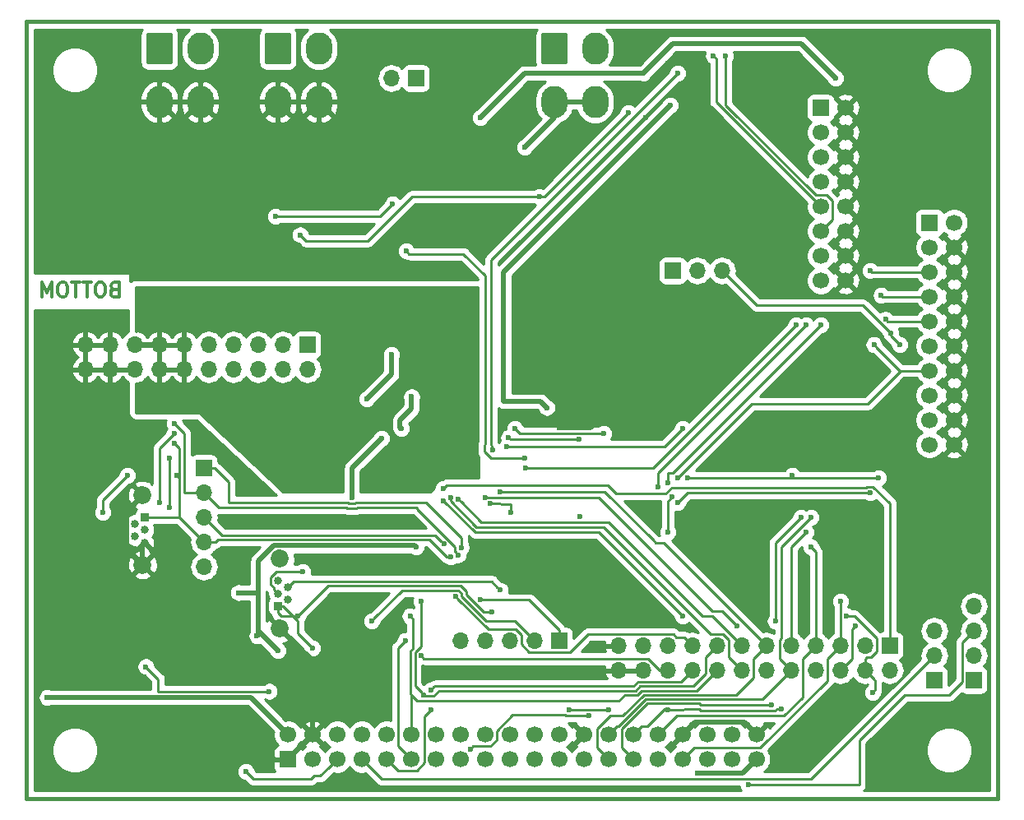
<source format=gbl>
%TF.GenerationSoftware,KiCad,Pcbnew,(5.1.2)-1*%
%TF.CreationDate,2019-08-11T00:06:10+02:00*%
%TF.ProjectId,DutAdapter,44757441-6461-4707-9465-722e6b696361,4*%
%TF.SameCoordinates,Original*%
%TF.FileFunction,Copper,L2,Bot*%
%TF.FilePolarity,Positive*%
%FSLAX46Y46*%
G04 Gerber Fmt 4.6, Leading zero omitted, Abs format (unit mm)*
G04 Created by KiCad (PCBNEW (5.1.2)-1) date 2019-08-11 00:06:10*
%MOMM*%
%LPD*%
G04 APERTURE LIST*
%TA.AperFunction,NonConductor*%
%ADD10C,0.300000*%
%TD*%
%TA.AperFunction,EtchedComponent*%
%ADD11C,0.381000*%
%TD*%
%TA.AperFunction,ComponentPad*%
%ADD12O,2.700000X3.300000*%
%TD*%
%TA.AperFunction,Conductor*%
%ADD13C,0.100000*%
%TD*%
%TA.AperFunction,ComponentPad*%
%ADD14C,2.700000*%
%TD*%
%TA.AperFunction,ComponentPad*%
%ADD15O,1.700000X1.700000*%
%TD*%
%TA.AperFunction,ComponentPad*%
%ADD16R,1.700000X1.700000*%
%TD*%
%TA.AperFunction,ComponentPad*%
%ADD17C,1.700000*%
%TD*%
%TA.AperFunction,ComponentPad*%
%ADD18C,1.850000*%
%TD*%
%TA.AperFunction,ComponentPad*%
%ADD19C,0.840000*%
%TD*%
%TA.AperFunction,ComponentPad*%
%ADD20R,0.840000X0.840000*%
%TD*%
%TA.AperFunction,ViaPad*%
%ADD21C,0.600000*%
%TD*%
%TA.AperFunction,Conductor*%
%ADD22C,0.500000*%
%TD*%
%TA.AperFunction,Conductor*%
%ADD23C,0.250000*%
%TD*%
%TA.AperFunction,Conductor*%
%ADD24C,0.254000*%
%TD*%
G04 APERTURE END LIST*
D10*
X86268285Y-104032857D02*
X86054000Y-104104285D01*
X85982571Y-104175714D01*
X85911142Y-104318571D01*
X85911142Y-104532857D01*
X85982571Y-104675714D01*
X86054000Y-104747142D01*
X86196857Y-104818571D01*
X86768285Y-104818571D01*
X86768285Y-103318571D01*
X86268285Y-103318571D01*
X86125428Y-103390000D01*
X86054000Y-103461428D01*
X85982571Y-103604285D01*
X85982571Y-103747142D01*
X86054000Y-103890000D01*
X86125428Y-103961428D01*
X86268285Y-104032857D01*
X86768285Y-104032857D01*
X84982571Y-103318571D02*
X84696857Y-103318571D01*
X84554000Y-103390000D01*
X84411142Y-103532857D01*
X84339714Y-103818571D01*
X84339714Y-104318571D01*
X84411142Y-104604285D01*
X84554000Y-104747142D01*
X84696857Y-104818571D01*
X84982571Y-104818571D01*
X85125428Y-104747142D01*
X85268285Y-104604285D01*
X85339714Y-104318571D01*
X85339714Y-103818571D01*
X85268285Y-103532857D01*
X85125428Y-103390000D01*
X84982571Y-103318571D01*
X83911142Y-103318571D02*
X83054000Y-103318571D01*
X83482571Y-104818571D02*
X83482571Y-103318571D01*
X82768285Y-103318571D02*
X81911142Y-103318571D01*
X82339714Y-104818571D02*
X82339714Y-103318571D01*
X81125428Y-103318571D02*
X80839714Y-103318571D01*
X80696857Y-103390000D01*
X80554000Y-103532857D01*
X80482571Y-103818571D01*
X80482571Y-104318571D01*
X80554000Y-104604285D01*
X80696857Y-104747142D01*
X80839714Y-104818571D01*
X81125428Y-104818571D01*
X81268285Y-104747142D01*
X81411142Y-104604285D01*
X81482571Y-104318571D01*
X81482571Y-103818571D01*
X81411142Y-103532857D01*
X81268285Y-103390000D01*
X81125428Y-103318571D01*
X79839714Y-104818571D02*
X79839714Y-103318571D01*
X79339714Y-104390000D01*
X78839714Y-103318571D01*
X78839714Y-104818571D01*
D11*
%TO.C,REF\002A\002A*%
X77216000Y-156464000D02*
X77216000Y-76464160D01*
X77216000Y-76464160D02*
X177215800Y-76464160D01*
X177215800Y-76464160D02*
X177215800Y-156464000D01*
X177215800Y-156464000D02*
X77216000Y-156464000D01*
%TD*%
D12*
%TO.P,J1,4*%
%TO.N,GND*%
X95132000Y-84748000D03*
%TO.P,J1,3*%
X90932000Y-84748000D03*
%TO.P,J1,2*%
%TO.N,+5V*%
X95132000Y-79248000D03*
D13*
%TD*%
%TO.N,+5V*%
%TO.C,J1*%
G36*
X92056503Y-77599204D02*
G01*
X92080772Y-77602804D01*
X92104570Y-77608765D01*
X92127670Y-77617030D01*
X92149849Y-77627520D01*
X92170892Y-77640133D01*
X92190598Y-77654748D01*
X92208776Y-77671224D01*
X92225252Y-77689402D01*
X92239867Y-77709108D01*
X92252480Y-77730151D01*
X92262970Y-77752330D01*
X92271235Y-77775430D01*
X92277196Y-77799228D01*
X92280796Y-77823497D01*
X92282000Y-77848001D01*
X92282000Y-80647999D01*
X92280796Y-80672503D01*
X92277196Y-80696772D01*
X92271235Y-80720570D01*
X92262970Y-80743670D01*
X92252480Y-80765849D01*
X92239867Y-80786892D01*
X92225252Y-80806598D01*
X92208776Y-80824776D01*
X92190598Y-80841252D01*
X92170892Y-80855867D01*
X92149849Y-80868480D01*
X92127670Y-80878970D01*
X92104570Y-80887235D01*
X92080772Y-80893196D01*
X92056503Y-80896796D01*
X92031999Y-80898000D01*
X89832001Y-80898000D01*
X89807497Y-80896796D01*
X89783228Y-80893196D01*
X89759430Y-80887235D01*
X89736330Y-80878970D01*
X89714151Y-80868480D01*
X89693108Y-80855867D01*
X89673402Y-80841252D01*
X89655224Y-80824776D01*
X89638748Y-80806598D01*
X89624133Y-80786892D01*
X89611520Y-80765849D01*
X89601030Y-80743670D01*
X89592765Y-80720570D01*
X89586804Y-80696772D01*
X89583204Y-80672503D01*
X89582000Y-80647999D01*
X89582000Y-77848001D01*
X89583204Y-77823497D01*
X89586804Y-77799228D01*
X89592765Y-77775430D01*
X89601030Y-77752330D01*
X89611520Y-77730151D01*
X89624133Y-77709108D01*
X89638748Y-77689402D01*
X89655224Y-77671224D01*
X89673402Y-77654748D01*
X89693108Y-77640133D01*
X89714151Y-77627520D01*
X89736330Y-77617030D01*
X89759430Y-77608765D01*
X89783228Y-77602804D01*
X89807497Y-77599204D01*
X89832001Y-77598000D01*
X92031999Y-77598000D01*
X92056503Y-77599204D01*
X92056503Y-77599204D01*
G37*
D14*
%TO.P,J1,1*%
%TO.N,+5V*%
X90932000Y-79248000D03*
%TD*%
D12*
%TO.P,J2,4*%
%TO.N,GND*%
X107324000Y-84748000D03*
%TO.P,J2,3*%
X103124000Y-84748000D03*
%TO.P,J2,2*%
%TO.N,+3V3*%
X107324000Y-79248000D03*
D13*
%TD*%
%TO.N,+3V3*%
%TO.C,J2*%
G36*
X104248503Y-77599204D02*
G01*
X104272772Y-77602804D01*
X104296570Y-77608765D01*
X104319670Y-77617030D01*
X104341849Y-77627520D01*
X104362892Y-77640133D01*
X104382598Y-77654748D01*
X104400776Y-77671224D01*
X104417252Y-77689402D01*
X104431867Y-77709108D01*
X104444480Y-77730151D01*
X104454970Y-77752330D01*
X104463235Y-77775430D01*
X104469196Y-77799228D01*
X104472796Y-77823497D01*
X104474000Y-77848001D01*
X104474000Y-80647999D01*
X104472796Y-80672503D01*
X104469196Y-80696772D01*
X104463235Y-80720570D01*
X104454970Y-80743670D01*
X104444480Y-80765849D01*
X104431867Y-80786892D01*
X104417252Y-80806598D01*
X104400776Y-80824776D01*
X104382598Y-80841252D01*
X104362892Y-80855867D01*
X104341849Y-80868480D01*
X104319670Y-80878970D01*
X104296570Y-80887235D01*
X104272772Y-80893196D01*
X104248503Y-80896796D01*
X104223999Y-80898000D01*
X102024001Y-80898000D01*
X101999497Y-80896796D01*
X101975228Y-80893196D01*
X101951430Y-80887235D01*
X101928330Y-80878970D01*
X101906151Y-80868480D01*
X101885108Y-80855867D01*
X101865402Y-80841252D01*
X101847224Y-80824776D01*
X101830748Y-80806598D01*
X101816133Y-80786892D01*
X101803520Y-80765849D01*
X101793030Y-80743670D01*
X101784765Y-80720570D01*
X101778804Y-80696772D01*
X101775204Y-80672503D01*
X101774000Y-80647999D01*
X101774000Y-77848001D01*
X101775204Y-77823497D01*
X101778804Y-77799228D01*
X101784765Y-77775430D01*
X101793030Y-77752330D01*
X101803520Y-77730151D01*
X101816133Y-77709108D01*
X101830748Y-77689402D01*
X101847224Y-77671224D01*
X101865402Y-77654748D01*
X101885108Y-77640133D01*
X101906151Y-77627520D01*
X101928330Y-77617030D01*
X101951430Y-77608765D01*
X101975228Y-77602804D01*
X101999497Y-77599204D01*
X102024001Y-77598000D01*
X104223999Y-77598000D01*
X104248503Y-77599204D01*
X104248503Y-77599204D01*
G37*
D14*
%TO.P,J2,1*%
%TO.N,+3V3*%
X103124000Y-79248000D03*
%TD*%
D15*
%TO.P,J3,2*%
%TO.N,+3V3*%
X114808000Y-82296000D03*
D16*
%TO.P,J3,1*%
%TO.N,Net-(J3-Pad1)*%
X117348000Y-82296000D03*
%TD*%
D12*
%TO.P,J4,4*%
%TO.N,GNDA*%
X135772000Y-84748000D03*
%TO.P,J4,3*%
X131572000Y-84748000D03*
%TO.P,J4,2*%
%TO.N,VDDA*%
X135772000Y-79248000D03*
D13*
%TD*%
%TO.N,VDDA*%
%TO.C,J4*%
G36*
X132696503Y-77599204D02*
G01*
X132720772Y-77602804D01*
X132744570Y-77608765D01*
X132767670Y-77617030D01*
X132789849Y-77627520D01*
X132810892Y-77640133D01*
X132830598Y-77654748D01*
X132848776Y-77671224D01*
X132865252Y-77689402D01*
X132879867Y-77709108D01*
X132892480Y-77730151D01*
X132902970Y-77752330D01*
X132911235Y-77775430D01*
X132917196Y-77799228D01*
X132920796Y-77823497D01*
X132922000Y-77848001D01*
X132922000Y-80647999D01*
X132920796Y-80672503D01*
X132917196Y-80696772D01*
X132911235Y-80720570D01*
X132902970Y-80743670D01*
X132892480Y-80765849D01*
X132879867Y-80786892D01*
X132865252Y-80806598D01*
X132848776Y-80824776D01*
X132830598Y-80841252D01*
X132810892Y-80855867D01*
X132789849Y-80868480D01*
X132767670Y-80878970D01*
X132744570Y-80887235D01*
X132720772Y-80893196D01*
X132696503Y-80896796D01*
X132671999Y-80898000D01*
X130472001Y-80898000D01*
X130447497Y-80896796D01*
X130423228Y-80893196D01*
X130399430Y-80887235D01*
X130376330Y-80878970D01*
X130354151Y-80868480D01*
X130333108Y-80855867D01*
X130313402Y-80841252D01*
X130295224Y-80824776D01*
X130278748Y-80806598D01*
X130264133Y-80786892D01*
X130251520Y-80765849D01*
X130241030Y-80743670D01*
X130232765Y-80720570D01*
X130226804Y-80696772D01*
X130223204Y-80672503D01*
X130222000Y-80647999D01*
X130222000Y-77848001D01*
X130223204Y-77823497D01*
X130226804Y-77799228D01*
X130232765Y-77775430D01*
X130241030Y-77752330D01*
X130251520Y-77730151D01*
X130264133Y-77709108D01*
X130278748Y-77689402D01*
X130295224Y-77671224D01*
X130313402Y-77654748D01*
X130333108Y-77640133D01*
X130354151Y-77627520D01*
X130376330Y-77617030D01*
X130399430Y-77608765D01*
X130423228Y-77602804D01*
X130447497Y-77599204D01*
X130472001Y-77598000D01*
X132671999Y-77598000D01*
X132696503Y-77599204D01*
X132696503Y-77599204D01*
G37*
D14*
%TO.P,J4,1*%
%TO.N,VDDA*%
X131572000Y-79248000D03*
%TD*%
D17*
%TO.P,J5,20*%
%TO.N,GND*%
X172720000Y-120015000D03*
%TO.P,J5,19*%
%TO.N,Net-(J5-Pad19)*%
X170180000Y-120015000D03*
%TO.P,J5,18*%
%TO.N,GND*%
X172720000Y-117475000D03*
%TO.P,J5,17*%
%TO.N,Net-(J5-Pad17)*%
X170180000Y-117475000D03*
%TO.P,J5,16*%
%TO.N,GND*%
X172720000Y-114935000D03*
%TO.P,J5,15*%
%TO.N,/NRST*%
X170180000Y-114935000D03*
%TO.P,J5,14*%
%TO.N,GND*%
X172720000Y-112395000D03*
%TO.P,J5,13*%
%TO.N,/TDO_SWO*%
X170180000Y-112395000D03*
%TO.P,J5,12*%
%TO.N,GND*%
X172720000Y-109855000D03*
%TO.P,J5,11*%
%TO.N,Net-(J5-Pad11)*%
X170180000Y-109855000D03*
%TO.P,J5,10*%
%TO.N,GND*%
X172720000Y-107315000D03*
%TO.P,J5,9*%
%TO.N,/TCLK_SWCLK*%
X170180000Y-107315000D03*
%TO.P,J5,8*%
%TO.N,GND*%
X172720000Y-104775000D03*
%TO.P,J5,7*%
%TO.N,/TMS_SWDIO*%
X170180000Y-104775000D03*
%TO.P,J5,6*%
%TO.N,GND*%
X172720000Y-102235000D03*
%TO.P,J5,5*%
%TO.N,/TDI*%
X170180000Y-102235000D03*
%TO.P,J5,4*%
%TO.N,GND*%
X172720000Y-99695000D03*
%TO.P,J5,3*%
%TO.N,/PB4*%
X170180000Y-99695000D03*
%TO.P,J5,2*%
%TO.N,Net-(J5-Pad2)*%
X172720000Y-97155000D03*
D16*
%TO.P,J5,1*%
%TO.N,+3V3*%
X170180000Y-97155000D03*
%TD*%
D17*
%TO.P,J7,16*%
%TO.N,GND*%
X161544000Y-103124000D03*
%TO.P,J7,15*%
%TO.N,/UART_RX*%
X159004000Y-103124000D03*
%TO.P,J7,14*%
%TO.N,GND*%
X161544000Y-100584000D03*
%TO.P,J7,13*%
%TO.N,/UART_TX*%
X159004000Y-100584000D03*
%TO.P,J7,12*%
%TO.N,GND*%
X161544000Y-98044000D03*
%TO.P,J7,11*%
%TO.N,/TDI*%
X159004000Y-98044000D03*
%TO.P,J7,10*%
%TO.N,GND*%
X161544000Y-95504000D03*
%TO.P,J7,9*%
%TO.N,/TDO_SWO*%
X159004000Y-95504000D03*
%TO.P,J7,8*%
%TO.N,GND*%
X161544000Y-92964000D03*
%TO.P,J7,7*%
%TO.N,Net-(J7-Pad7)*%
X159004000Y-92964000D03*
%TO.P,J7,6*%
%TO.N,GND*%
X161544000Y-90424000D03*
%TO.P,J7,5*%
%TO.N,/TMS_SWDIO*%
X159004000Y-90424000D03*
%TO.P,J7,4*%
%TO.N,GND*%
X161544000Y-87884000D03*
%TO.P,J7,3*%
%TO.N,/TCLK_SWCLK*%
X159004000Y-87884000D03*
%TO.P,J7,2*%
%TO.N,GND*%
X161544000Y-85344000D03*
D16*
%TO.P,J7,1*%
%TO.N,/NRST*%
X159004000Y-85344000D03*
%TD*%
D15*
%TO.P,J8,3*%
%TO.N,/PB4*%
X148844000Y-102108000D03*
%TO.P,J8,2*%
%TO.N,Net-(J7-Pad7)*%
X146304000Y-102108000D03*
D16*
%TO.P,J8,1*%
%TO.N,/RCC_OSC_REF*%
X143764000Y-102108000D03*
%TD*%
D17*
%TO.P,J9,40*%
%TO.N,GND*%
X152400000Y-149860000D03*
%TO.P,J9,39*%
%TO.N,+3V3*%
X152400000Y-152400000D03*
%TO.P,J9,38*%
%TO.N,/Y-*%
X149860000Y-149860000D03*
%TO.P,J9,37*%
%TO.N,/X-*%
X149860000Y-152400000D03*
%TO.P,J9,36*%
%TO.N,/Y+*%
X147320000Y-149860000D03*
%TO.P,J9,35*%
%TO.N,/X+*%
X147320000Y-152400000D03*
%TO.P,J9,34*%
%TO.N,GND*%
X144780000Y-149860000D03*
%TO.P,J9,33*%
%TO.N,/FMARK*%
X144780000Y-152400000D03*
%TO.P,J9,32*%
%TO.N,/LCD-CS*%
X142240000Y-149860000D03*
%TO.P,J9,31*%
%TO.N,/LCD-RS*%
X142240000Y-152400000D03*
%TO.P,J9,30*%
%TO.N,/LCD_SCL*%
X139700000Y-149860000D03*
%TO.P,J9,29*%
%TO.N,/LCD-NRD*%
X139700000Y-152400000D03*
%TO.P,J9,28*%
%TO.N,/LCD_MOSI*%
X137160000Y-149860000D03*
%TO.P,J9,27*%
%TO.N,/LCD_MISO*%
X137160000Y-152400000D03*
%TO.P,J9,26*%
%TO.N,GND*%
X134620000Y-149860000D03*
%TO.P,J9,25*%
%TO.N,Net-(J9-Pad25)*%
X134620000Y-152400000D03*
%TO.P,J9,24*%
%TO.N,Net-(J9-Pad24)*%
X132080000Y-149860000D03*
%TO.P,J9,23*%
%TO.N,Net-(J9-Pad23)*%
X132080000Y-152400000D03*
%TO.P,J9,22*%
%TO.N,Net-(J9-Pad22)*%
X129540000Y-149860000D03*
%TO.P,J9,21*%
%TO.N,Net-(J9-Pad21)*%
X129540000Y-152400000D03*
%TO.P,J9,20*%
%TO.N,Net-(J9-Pad20)*%
X127000000Y-149860000D03*
%TO.P,J9,19*%
%TO.N,Net-(J9-Pad19)*%
X127000000Y-152400000D03*
%TO.P,J9,18*%
%TO.N,Net-(J9-Pad18)*%
X124460000Y-149860000D03*
%TO.P,J9,17*%
%TO.N,Net-(J9-Pad17)*%
X124460000Y-152400000D03*
%TO.P,J9,16*%
%TO.N,/DB9*%
X121920000Y-149860000D03*
%TO.P,J9,15*%
%TO.N,/DB10*%
X121920000Y-152400000D03*
%TO.P,J9,14*%
%TO.N,/DB11*%
X119380000Y-149860000D03*
%TO.P,J9,13*%
%TO.N,/DB12*%
X119380000Y-152400000D03*
%TO.P,J9,12*%
%TO.N,/DB13*%
X116840000Y-149860000D03*
%TO.P,J9,11*%
%TO.N,/DB14*%
X116840000Y-152400000D03*
%TO.P,J9,10*%
%TO.N,/DB15*%
X114300000Y-149860000D03*
%TO.P,J9,9*%
%TO.N,/DB16*%
X114300000Y-152400000D03*
%TO.P,J9,8*%
%TO.N,/DB17*%
X111760000Y-149860000D03*
%TO.P,J9,7*%
%TO.N,/LCD-nRST*%
X111760000Y-152400000D03*
%TO.P,J9,6*%
%TO.N,Net-(J9-Pad6)*%
X109220000Y-149860000D03*
%TO.P,J9,5*%
%TO.N,Net-(J9-Pad5)*%
X109220000Y-152400000D03*
%TO.P,J9,4*%
%TO.N,GND*%
X106680000Y-149860000D03*
%TO.P,J9,3*%
%TO.N,+3V3*%
X106680000Y-152400000D03*
%TO.P,J9,2*%
%TO.N,Net-(J9-Pad2)*%
X104140000Y-149860000D03*
D16*
%TO.P,J9,1*%
%TO.N,GND*%
X104140000Y-152400000D03*
%TD*%
D15*
%TO.P,J10,3*%
%TO.N,/NRST*%
X170688000Y-139192000D03*
%TO.P,J10,2*%
%TO.N,/LCD-nRST*%
X170688000Y-141732000D03*
D16*
%TO.P,J10,1*%
%TO.N,/LCD_RESET*%
X170688000Y-144272000D03*
%TD*%
D15*
%TO.P,J11,4*%
%TO.N,/Y-*%
X174752000Y-136652000D03*
%TO.P,J11,3*%
%TO.N,/Y+*%
X174752000Y-139192000D03*
%TO.P,J11,2*%
%TO.N,/X-*%
X174752000Y-141732000D03*
D16*
%TO.P,J11,1*%
%TO.N,/X+*%
X174752000Y-144272000D03*
%TD*%
D18*
%TO.P,J12,6*%
%TO.N,GND*%
X89188000Y-132383000D03*
X89188000Y-125233000D03*
D19*
%TO.P,J12,5*%
X89408000Y-130108000D03*
%TO.P,J12,4*%
%TO.N,/USBOTG_HS_ID*%
X88408000Y-129458000D03*
%TO.P,J12,3*%
%TO.N,Net-(J12-Pad3)*%
X89408000Y-128808000D03*
%TO.P,J12,2*%
%TO.N,Net-(J12-Pad2)*%
X88408000Y-128158000D03*
D20*
%TO.P,J12,1*%
%TO.N,/USBOTG_HS_VBUS*%
X89408000Y-127508000D03*
%TD*%
D15*
%TO.P,J13,5*%
%TO.N,Net-(J13-Pad5)*%
X95504000Y-132588000D03*
%TO.P,J13,4*%
%TO.N,/USBOTG_HS_VBUS*%
X95504000Y-130048000D03*
%TO.P,J13,3*%
%TO.N,/USBOTG_HS_ID*%
X95504000Y-127508000D03*
%TO.P,J13,2*%
%TO.N,/USBOTG_HS_DM*%
X95504000Y-124968000D03*
D16*
%TO.P,J13,1*%
%TO.N,/USBOTG_HS_DP*%
X95504000Y-122428000D03*
%TD*%
D18*
%TO.P,J15,6*%
%TO.N,GND*%
X103344000Y-131777000D03*
X103344000Y-138927000D03*
D19*
%TO.P,J15,5*%
X103124000Y-134052000D03*
%TO.P,J15,4*%
%TO.N,/USBOTG_FS_ID*%
X104124000Y-134702000D03*
%TO.P,J15,3*%
%TO.N,Net-(J15-Pad3)*%
X103124000Y-135352000D03*
%TO.P,J15,2*%
%TO.N,Net-(J15-Pad2)*%
X104124000Y-136002000D03*
D20*
%TO.P,J15,1*%
%TO.N,/USBOTG_FS_VBUS*%
X103124000Y-136652000D03*
%TD*%
D15*
%TO.P,J16,5*%
%TO.N,/USBOTG_FS_SOF*%
X121920000Y-140208000D03*
%TO.P,J16,4*%
%TO.N,/USBOTG_FS_VBUS*%
X124460000Y-140208000D03*
%TO.P,J16,3*%
%TO.N,/USBOTG_FS_ID*%
X127000000Y-140208000D03*
%TO.P,J16,2*%
%TO.N,/USBOTG_FS_DM*%
X129540000Y-140208000D03*
D16*
%TO.P,J16,1*%
%TO.N,/USBOTG_FS_DP*%
X132080000Y-140208000D03*
%TD*%
D15*
%TO.P,J14,20*%
%TO.N,GND*%
X83312000Y-112268000D03*
%TO.P,J14,19*%
X83312000Y-109728000D03*
%TO.P,J14,18*%
X85852000Y-112268000D03*
%TO.P,J14,17*%
X85852000Y-109728000D03*
%TO.P,J14,16*%
X88392000Y-112268000D03*
%TO.P,J14,15*%
%TO.N,GNDA*%
X88392000Y-109728000D03*
%TO.P,J14,14*%
X90932000Y-112268000D03*
%TO.P,J14,13*%
X90932000Y-109728000D03*
%TO.P,J14,12*%
X93472000Y-112268000D03*
%TO.P,J14,11*%
X93472000Y-109728000D03*
%TO.P,J14,10*%
%TO.N,/ADC2_IN9*%
X96012000Y-112268000D03*
%TO.P,J14,9*%
%TO.N,/ADC2_IN8*%
X96012000Y-109728000D03*
%TO.P,J14,8*%
%TO.N,/ADC2_IN7*%
X98552000Y-112268000D03*
%TO.P,J14,7*%
%TO.N,/ADC2_IN6*%
X98552000Y-109728000D03*
%TO.P,J14,6*%
%TO.N,/DAC_OUT1*%
X101092000Y-112268000D03*
%TO.P,J14,5*%
%TO.N,/DAC_OUT0*%
X101092000Y-109728000D03*
%TO.P,J14,4*%
%TO.N,/ADC1_IN3*%
X103632000Y-112268000D03*
%TO.P,J14,3*%
%TO.N,/ADC1_IN2*%
X103632000Y-109728000D03*
%TO.P,J14,2*%
%TO.N,/ADC1_IN1*%
X106172000Y-112268000D03*
D16*
%TO.P,J14,1*%
%TO.N,/ADC1_IN0*%
X106172000Y-109728000D03*
%TD*%
D15*
%TO.P,J17,24*%
%TO.N,GND*%
X138176000Y-143256000D03*
%TO.P,J17,23*%
X138176000Y-140716000D03*
%TO.P,J17,22*%
X140716000Y-143256000D03*
%TO.P,J17,21*%
%TO.N,/LCD-NRD*%
X140716000Y-140716000D03*
%TO.P,J17,20*%
%TO.N,/DB17*%
X143256000Y-143256000D03*
%TO.P,J17,19*%
%TO.N,/DB16*%
X143256000Y-140716000D03*
%TO.P,J17,18*%
%TO.N,/DB15*%
X145796000Y-143256000D03*
%TO.P,J17,17*%
%TO.N,/DB14*%
X145796000Y-140716000D03*
%TO.P,J17,16*%
%TO.N,/DB13*%
X148336000Y-143256000D03*
%TO.P,J17,15*%
%TO.N,/DB12*%
X148336000Y-140716000D03*
%TO.P,J17,14*%
%TO.N,/DB11*%
X150876000Y-143256000D03*
%TO.P,J17,13*%
%TO.N,/DB10*%
X150876000Y-140716000D03*
%TO.P,J17,12*%
%TO.N,/DB9*%
X153416000Y-143256000D03*
%TO.P,J17,11*%
%TO.N,/LCD_MISO*%
X153416000Y-140716000D03*
%TO.P,J17,10*%
%TO.N,/LCD_MOSI*%
X155956000Y-143256000D03*
%TO.P,J17,9*%
%TO.N,/LCD_RESET*%
X155956000Y-140716000D03*
%TO.P,J17,8*%
%TO.N,/LCD_SCL*%
X158496000Y-143256000D03*
%TO.P,J17,7*%
%TO.N,/LCD-CS*%
X158496000Y-140716000D03*
%TO.P,J17,6*%
%TO.N,/LCD-RS*%
X161036000Y-143256000D03*
%TO.P,J17,5*%
%TO.N,/FMARK*%
X161036000Y-140716000D03*
%TO.P,J17,4*%
%TO.N,/PB6*%
X163576000Y-143256000D03*
%TO.P,J17,3*%
%TO.N,/PB5*%
X163576000Y-140716000D03*
%TO.P,J17,2*%
%TO.N,/PB4*%
X166116000Y-143256000D03*
D16*
%TO.P,J17,1*%
%TO.N,/PB2*%
X166116000Y-140716000D03*
%TD*%
D21*
%TO.N,+3V3*%
X123952000Y-86360000D03*
X140716000Y-81788000D03*
X103124000Y-141224000D03*
X117348000Y-130556000D03*
X112268000Y-115316000D03*
X114808000Y-110744000D03*
X160528000Y-82296000D03*
X146312183Y-153806990D03*
X99060000Y-135255000D03*
X100965000Y-139700000D03*
X130810000Y-116205000D03*
X143510000Y-85090000D03*
%TO.N,GND*%
X137164507Y-116400264D03*
X112268000Y-88900000D03*
X86868000Y-99568000D03*
X92456000Y-90424000D03*
X83312000Y-102108000D03*
X116888955Y-115085816D03*
X132084507Y-118246990D03*
X135128000Y-99568000D03*
X114935000Y-100965000D03*
X123952000Y-97028000D03*
X119380000Y-102108000D03*
X113792000Y-79756000D03*
X85852000Y-84328000D03*
X167640000Y-96012000D03*
X168148000Y-103632000D03*
X168148000Y-110744000D03*
X167640000Y-115316000D03*
X164084000Y-92456000D03*
X164084000Y-89916000D03*
X164084000Y-87376000D03*
X156464000Y-83312000D03*
X156464000Y-86360000D03*
X143256000Y-80772000D03*
X140716000Y-137160000D03*
X113284000Y-147828000D03*
X162052000Y-130048000D03*
X140716000Y-127508000D03*
X159131000Y-148336000D03*
X94996000Y-119380000D03*
X148844000Y-131064000D03*
X128274507Y-130370264D03*
X130814507Y-135450264D03*
X115824000Y-118364000D03*
X110744000Y-125476000D03*
X113792000Y-119380000D03*
X113284000Y-133096000D03*
X167640000Y-138176000D03*
X140970000Y-86360000D03*
X159766000Y-138557000D03*
X159766000Y-138557000D03*
X147066000Y-127127000D03*
X103505000Y-127762000D03*
X157226000Y-137541000D03*
X134239000Y-127381000D03*
%TO.N,GNDA*%
X128524000Y-89408000D03*
X116332000Y-104648000D03*
X120113990Y-111320264D03*
X122428000Y-118872000D03*
X108712000Y-115824000D03*
X101092000Y-118872000D03*
X122428000Y-108204000D03*
%TO.N,/NRST*%
X139192000Y-85852000D03*
X130048000Y-94488000D03*
X105410000Y-98425000D03*
%TO.N,/PB4*%
X145288000Y-123444000D03*
X164940999Y-123444000D03*
X167133032Y-109728000D03*
X166233010Y-108571712D03*
X156083000Y-123190000D03*
%TO.N,/TDI*%
X164084000Y-102108000D03*
X156464000Y-107696000D03*
X128587500Y-122440700D03*
X149225000Y-80010000D03*
%TO.N,/TMS_SWDIO*%
X165217010Y-104648000D03*
X144272000Y-81788000D03*
X124968000Y-126101010D03*
X127127000Y-127000000D03*
X125267999Y-120578989D03*
%TO.N,/TCLK_SWCLK*%
X144272000Y-125984000D03*
X164084000Y-124968000D03*
X165670598Y-107125402D03*
%TO.N,/TDO_SWO*%
X144272000Y-123444000D03*
X164474990Y-109727968D03*
X147955000Y-80010000D03*
%TO.N,/UART_TX*%
X157480000Y-107696000D03*
X142249107Y-124400981D03*
%TO.N,/UART_RX*%
X143256000Y-123952000D03*
X159004000Y-107696000D03*
%TO.N,/Y+*%
X151524288Y-155057010D03*
%TO.N,/FMARK*%
X161036000Y-136144000D03*
%TO.N,/LCD-CS*%
X157988000Y-130556000D03*
%TO.N,/LCD-RS*%
X162560000Y-138684000D03*
%TO.N,/LCD_SCL*%
X154940000Y-147202990D03*
X144780000Y-137668000D03*
X133096000Y-147320000D03*
X137160000Y-147320000D03*
X143256000Y-147306066D03*
X120167400Y-125818900D03*
%TO.N,/LCD-NRD*%
X153924000Y-146812000D03*
X127508000Y-118364000D03*
X136652000Y-118872000D03*
X156972000Y-127508000D03*
X154314990Y-138176000D03*
%TO.N,/LCD_MOSI*%
X144780000Y-118364000D03*
X157988000Y-127508000D03*
X126679949Y-120208051D03*
%TO.N,/LCD_MISO*%
X125984000Y-124850990D03*
%TO.N,/DB9*%
X150368000Y-138684000D03*
X124460000Y-125476000D03*
%TO.N,/DB10*%
X122936000Y-151384000D03*
X121689258Y-125628930D03*
X135128000Y-147945010D03*
%TO.N,/DB11*%
X120904000Y-125476000D03*
%TO.N,/DB12*%
X117856000Y-136144000D03*
X118155999Y-145796006D03*
%TO.N,/DB13*%
X116722990Y-137668000D03*
%TO.N,/DB14*%
X116214990Y-140208000D03*
X121412000Y-135636000D03*
%TO.N,/DB15*%
X118872000Y-145287996D03*
%TO.N,/DB16*%
X118872000Y-147320000D03*
X143706306Y-125418306D03*
X143256038Y-129032000D03*
%TO.N,/DB17*%
X117856000Y-141732000D03*
%TO.N,Net-(J9-Pad5)*%
X99822000Y-153670000D03*
%TO.N,Net-(J9-Pad2)*%
X79375000Y-146050000D03*
%TO.N,/LCD_RESET*%
X157480000Y-129032000D03*
X134112000Y-119497010D03*
X126877220Y-119301022D03*
%TO.N,/USBOTG_HS_VBUS*%
X92456000Y-119888000D03*
X120901442Y-131572616D03*
X85090000Y-127000000D03*
X87630000Y-123190000D03*
X92710000Y-123190000D03*
%TO.N,Net-(J12-Pad2)*%
X92456000Y-118872000D03*
X90932000Y-125984000D03*
%TO.N,Net-(J12-Pad3)*%
X91948000Y-121412000D03*
X91948000Y-126492000D03*
%TO.N,/USBOTG_HS_ID*%
X120225430Y-130253328D03*
%TO.N,/USBOTG_HS_DP*%
X121999640Y-130608462D03*
%TO.N,/USBOTG_HS_DM*%
X92456000Y-117856000D03*
X121679163Y-131385082D03*
%TO.N,/USBOTG_FS_ID*%
X125994663Y-134998039D03*
%TO.N,Net-(J15-Pad3)*%
X105664000Y-133096000D03*
%TO.N,/USBOTG_FS_VBUS*%
X105156000Y-137668000D03*
X125173828Y-137235383D03*
X106680000Y-140970000D03*
%TO.N,/USBOTG_FS_DM*%
X112776000Y-138176000D03*
%TO.N,/USBOTG_FS_DP*%
X123948308Y-136015590D03*
%TO.N,/PB6*%
X161661010Y-137668000D03*
X164338000Y-145542000D03*
%TO.N,/PB2*%
X120152431Y-124522087D03*
%TO.N,Net-(R1-Pad1)*%
X116332000Y-100076000D03*
X128574800Y-121412000D03*
%TO.N,Net-(R1-Pad2)*%
X102870000Y-96520000D03*
X114935000Y-95250000D03*
%TO.N,/VUSB5P*%
X102235000Y-145415000D03*
X89535000Y-142875000D03*
X89535000Y-142875000D03*
%TD*%
D22*
%TO.N,+3V3*%
X123952000Y-86360000D02*
X128524000Y-81788000D01*
X102683999Y-130401999D02*
X117193999Y-130401999D01*
X103124000Y-141224000D02*
X101092000Y-139192000D01*
X117193999Y-130401999D02*
X117348000Y-130556000D01*
X101092000Y-131993998D02*
X102683999Y-130401999D01*
X112268000Y-115316000D02*
X114808000Y-112776000D01*
X114808000Y-112776000D02*
X114808000Y-110744000D01*
X139700000Y-81788000D02*
X140716000Y-81788000D01*
X128524000Y-81788000D02*
X139700000Y-81788000D01*
X140716000Y-81788000D02*
X143764000Y-78740000D01*
X143764000Y-78740000D02*
X156972000Y-78740000D01*
X156972000Y-78740000D02*
X160528000Y-82296000D01*
X150993010Y-153806990D02*
X146736447Y-153806990D01*
X152400000Y-152400000D02*
X150993010Y-153806990D01*
X146736447Y-153806990D02*
X146312183Y-153806990D01*
X100965000Y-135255000D02*
X101092000Y-135382000D01*
X99060000Y-135255000D02*
X100965000Y-135255000D01*
X101092000Y-139192000D02*
X101092000Y-135382000D01*
X101092000Y-135382000D02*
X101092000Y-131993998D01*
X101092000Y-139192000D02*
X101092000Y-139573000D01*
X101092000Y-139573000D02*
X100965000Y-139700000D01*
X130175000Y-115570000D02*
X130810000Y-116205000D01*
X143510000Y-85090000D02*
X126365000Y-102235000D01*
X126365000Y-102235000D02*
X126365000Y-115570000D01*
X126365000Y-115570000D02*
X130175000Y-115570000D01*
D23*
%TO.N,GND*%
X166370000Y-145034000D02*
X167894000Y-143510000D01*
X167894000Y-143510000D02*
X168148000Y-143256000D01*
D22*
X111476000Y-88900000D02*
X112268000Y-88900000D01*
X86868000Y-99568000D02*
X92456000Y-93980000D01*
X92456000Y-93980000D02*
X92456000Y-90424000D01*
X92456000Y-86272000D02*
X90932000Y-84748000D01*
X92456000Y-90424000D02*
X92456000Y-86272000D01*
X93608000Y-86272000D02*
X95132000Y-84748000D01*
X92456000Y-86272000D02*
X93608000Y-86272000D01*
X101724001Y-86147999D02*
X103124000Y-84748000D01*
X96531999Y-86147999D02*
X101724001Y-86147999D01*
X95132000Y-84748000D02*
X96531999Y-86147999D01*
X105924001Y-86147999D02*
X107324000Y-84748000D01*
X104523999Y-86147999D02*
X105924001Y-86147999D01*
X103124000Y-84748000D02*
X104523999Y-86147999D01*
X84328000Y-102108000D02*
X86868000Y-99568000D01*
X83312000Y-102108000D02*
X84328000Y-102108000D01*
X107324000Y-84748000D02*
X111252000Y-88676000D01*
X111252000Y-88676000D02*
X111476000Y-88900000D01*
X88263001Y-131458001D02*
X89188000Y-132383000D01*
X87537999Y-130732999D02*
X88263001Y-131458001D01*
X87537999Y-126883001D02*
X87537999Y-130732999D01*
X89188000Y-125233000D02*
X87537999Y-126883001D01*
X89188000Y-130328000D02*
X89408000Y-130108000D01*
X89188000Y-132383000D02*
X89188000Y-130328000D01*
X116888955Y-115085816D02*
X116888955Y-116315816D01*
X116888955Y-116315816D02*
X115698435Y-117506336D01*
X151550001Y-149010001D02*
X152400000Y-149860000D01*
X151099999Y-148559999D02*
X151550001Y-149010001D01*
X146080001Y-148559999D02*
X151099999Y-148559999D01*
X144780000Y-149860000D02*
X146080001Y-148559999D01*
X137164507Y-116400264D02*
X135317781Y-118246990D01*
X135317781Y-118246990D02*
X132508771Y-118246990D01*
X132508771Y-118246990D02*
X132084507Y-118246990D01*
X128274507Y-132910264D02*
X130814507Y-135450264D01*
X128274507Y-130370264D02*
X128274507Y-132910264D01*
X115698435Y-117506336D02*
X115698435Y-118238435D01*
X115698435Y-118238435D02*
X115824000Y-118364000D01*
X110744000Y-125476000D02*
X110744000Y-122428000D01*
X110744000Y-122428000D02*
X113792000Y-119380000D01*
X128088771Y-133096000D02*
X128274507Y-132910264D01*
X113284000Y-133096000D02*
X128088771Y-133096000D01*
X106680000Y-142263000D02*
X103344000Y-138927000D01*
X106680000Y-149860000D02*
X106680000Y-142263000D01*
X104140000Y-152400000D02*
X106680000Y-149860000D01*
%TO.N,GNDA*%
X135772000Y-84748000D02*
X131572000Y-84748000D01*
X131572000Y-86360000D02*
X131572000Y-84748000D01*
X128524000Y-89408000D02*
X131572000Y-86360000D01*
X88392000Y-109728000D02*
X90932000Y-109728000D01*
X120413989Y-111620263D02*
X120113990Y-111320264D01*
X122428000Y-114808000D02*
X120413989Y-111620263D01*
X122428000Y-118872000D02*
X122428000Y-114808000D01*
D23*
%TO.N,/NRST*%
X122936000Y-94488000D02*
X130048000Y-94488000D01*
X130048000Y-94488000D02*
X130556000Y-94488000D01*
X138892001Y-86151999D02*
X139192000Y-85852000D01*
X130556000Y-94488000D02*
X138892001Y-86151999D01*
X116930998Y-94488000D02*
X112358998Y-99060000D01*
X122936000Y-94488000D02*
X116930998Y-94488000D01*
X112358998Y-99060000D02*
X106045000Y-99060000D01*
X106045000Y-99060000D02*
X105410000Y-98425000D01*
%TO.N,/PB4*%
X163325298Y-105664000D02*
X166233010Y-108571712D01*
X148844000Y-102108000D02*
X152400000Y-105664000D01*
X152400000Y-105664000D02*
X163325298Y-105664000D01*
X166233010Y-108827978D02*
X167133032Y-109728000D01*
X166233010Y-108571712D02*
X166233010Y-108827978D01*
X157861000Y-123444000D02*
X164940999Y-123444000D01*
X155956000Y-123317000D02*
X155956000Y-123444000D01*
X156083000Y-123190000D02*
X155956000Y-123317000D01*
X145288000Y-123444000D02*
X155956000Y-123444000D01*
X155956000Y-123444000D02*
X157861000Y-123444000D01*
%TO.N,/TDI*%
X164211000Y-102235000D02*
X164084000Y-102108000D01*
X170180000Y-102235000D02*
X164211000Y-102235000D01*
X141732000Y-122428000D02*
X156464000Y-107696000D01*
X128587500Y-122440700D02*
X141732000Y-122428000D01*
X160179001Y-96868999D02*
X159004000Y-98044000D01*
X149225000Y-83185000D02*
X149188443Y-85052033D01*
X149225000Y-80010000D02*
X149225000Y-83185000D01*
X149188443Y-85052033D02*
X158465409Y-94328999D01*
X158465409Y-94328999D02*
X159568001Y-94328999D01*
X159568001Y-94328999D02*
X160179001Y-94939999D01*
X160179001Y-94939999D02*
X160179001Y-96868999D01*
%TO.N,/TMS_SWDIO*%
X170180000Y-104775000D02*
X165344010Y-104775000D01*
X165344010Y-104775000D02*
X165217010Y-104648000D01*
X127127000Y-126111000D02*
X124968000Y-126101010D01*
X127127000Y-127000000D02*
X127127000Y-126111000D01*
X125085010Y-100974990D02*
X144272000Y-81788000D01*
X125085010Y-119971736D02*
X125085010Y-100974990D01*
X125267999Y-120578989D02*
X125085010Y-119971736D01*
%TO.N,/TCLK_SWCLK*%
X144272000Y-125984000D02*
X145288000Y-124968000D01*
X145288000Y-124968000D02*
X164084000Y-124968000D01*
X170180000Y-107315000D02*
X165860196Y-107315000D01*
X165860196Y-107315000D02*
X165670598Y-107125402D01*
%TO.N,/TDO_SWO*%
X170180000Y-112395000D02*
X167259032Y-112395000D01*
X144272000Y-123444000D02*
X151892000Y-115824000D01*
X163830032Y-115824000D02*
X167259032Y-112395000D01*
X151892000Y-115824000D02*
X163830032Y-115824000D01*
X164774989Y-110027967D02*
X164474990Y-109727968D01*
X167259032Y-112395000D02*
X167142022Y-112395000D01*
X167142022Y-112395000D02*
X164774989Y-110027967D01*
X148229512Y-84729512D02*
X159004000Y-95504000D01*
X147955000Y-80010000D02*
X148229512Y-80297274D01*
X148229512Y-80297274D02*
X148229512Y-84729512D01*
%TO.N,/UART_TX*%
X157480000Y-107696000D02*
X142249107Y-122926893D01*
X142249107Y-123976717D02*
X142249107Y-124400981D01*
X142249107Y-122926893D02*
X142249107Y-123976717D01*
%TO.N,/UART_RX*%
X143256000Y-123952000D02*
X143256000Y-122936000D01*
X143256000Y-122936000D02*
X143764000Y-122936000D01*
X143764000Y-122936000D02*
X159004000Y-107696000D01*
%TO.N,/Y+*%
X173576999Y-140367001D02*
X174752000Y-139192000D01*
X151524288Y-155057010D02*
X162950990Y-155057010D01*
X162950990Y-155057010D02*
X162950990Y-150485010D01*
X162950990Y-150485010D02*
X167640000Y-145796000D01*
X167640000Y-145796000D02*
X172212000Y-145796000D01*
X172212000Y-145796000D02*
X173576999Y-144431001D01*
X173576999Y-144431001D02*
X173576999Y-140367001D01*
%TO.N,/FMARK*%
X160186001Y-141565999D02*
X161036000Y-140716000D01*
X159671001Y-142080999D02*
X160186001Y-141565999D01*
X159671001Y-144328001D02*
X159671001Y-142080999D01*
X152774003Y-151224999D02*
X159671001Y-144328001D01*
X145955001Y-151224999D02*
X152774003Y-151224999D01*
X144780000Y-152400000D02*
X145955001Y-151224999D01*
X161036000Y-136144000D02*
X161036000Y-140716000D01*
%TO.N,/LCD-CS*%
X157131001Y-146054003D02*
X157131001Y-142080999D01*
X157646001Y-141565999D02*
X158496000Y-140716000D01*
X155240002Y-147945002D02*
X157131001Y-146054003D01*
X144154998Y-147945002D02*
X155240002Y-147945002D01*
X142240000Y-149860000D02*
X144154998Y-147945002D01*
X157131001Y-142080999D02*
X157646001Y-141565999D01*
X158496000Y-131064000D02*
X158496000Y-140716000D01*
X157988000Y-130556000D02*
X158496000Y-131064000D01*
%TO.N,/LCD-RS*%
X161885999Y-142406001D02*
X161036000Y-143256000D01*
X162260001Y-142031999D02*
X161885999Y-142406001D01*
X162260001Y-138983999D02*
X162260001Y-142031999D01*
X162560000Y-138684000D02*
X162260001Y-138983999D01*
%TO.N,/LCD_SCL*%
X139700000Y-149860000D02*
X140549999Y-149010001D01*
X140549999Y-149010001D02*
X141155877Y-149010001D01*
X154281724Y-147437002D02*
X154515736Y-147202990D01*
X154515736Y-147202990D02*
X154940000Y-147202990D01*
X146634767Y-147437002D02*
X154281724Y-147437002D01*
X146459776Y-147262011D02*
X146634767Y-147437002D01*
X141155877Y-149010001D02*
X142903868Y-147262011D01*
X133096000Y-147320000D02*
X137160000Y-147320000D01*
X143256000Y-147306066D02*
X146459776Y-147262011D01*
X142903868Y-147262011D02*
X143256000Y-147306066D01*
X136144000Y-129032000D02*
X144780000Y-137668000D01*
X123444000Y-129032000D02*
X136144000Y-129032000D01*
X120167400Y-125818900D02*
X123444000Y-129032000D01*
%TO.N,/LCD-NRD*%
X128016000Y-118872000D02*
X136652000Y-118872000D01*
X127508000Y-118364000D02*
X128016000Y-118872000D01*
X154314990Y-130165010D02*
X154314990Y-137751736D01*
X154314990Y-137751736D02*
X154314990Y-138176000D01*
X156972000Y-127508000D02*
X154314990Y-130165010D01*
X138524999Y-149295999D02*
X141139942Y-146681056D01*
X146515232Y-146681056D02*
X146647199Y-146813023D01*
X153498713Y-146813023D02*
X153499736Y-146812000D01*
X139700000Y-152400000D02*
X138524999Y-151224999D01*
X153499736Y-146812000D02*
X153924000Y-146812000D01*
X146647199Y-146813023D02*
X153498713Y-146813023D01*
X138524999Y-151224999D02*
X138524999Y-149295999D01*
X141139942Y-146681056D02*
X146515232Y-146681056D01*
%TO.N,/LCD_MOSI*%
X155106001Y-142406001D02*
X155956000Y-143256000D01*
X154780999Y-142080999D02*
X155106001Y-142406001D01*
X154780999Y-140151999D02*
X154780999Y-142080999D01*
X154940000Y-139992998D02*
X154780999Y-140151999D01*
X157988000Y-127508000D02*
X154940000Y-130556000D01*
X154940000Y-130556000D02*
X154940000Y-139992998D01*
X127104213Y-120208051D02*
X126679949Y-120208051D01*
X144780000Y-118364000D02*
X142935949Y-120208051D01*
X142935949Y-120208051D02*
X127104213Y-120208051D01*
X140953542Y-146231045D02*
X152980955Y-146231045D01*
X137160000Y-149860000D02*
X138009999Y-149010001D01*
X138174586Y-149010001D02*
X140953542Y-146231045D01*
X138009999Y-149010001D02*
X138174586Y-149010001D01*
X155106001Y-144105999D02*
X155956000Y-143256000D01*
X152980955Y-146231045D02*
X155106001Y-144105999D01*
%TO.N,/LCD_MISO*%
X141705989Y-129828464D02*
X142005988Y-130128463D01*
X125984000Y-124850990D02*
X136728515Y-124850990D01*
X136728515Y-124850990D02*
X141705989Y-129828464D01*
X142828463Y-130128463D02*
X142005988Y-130128463D01*
X153416000Y-140716000D02*
X142828463Y-130128463D01*
X135984999Y-151224999D02*
X135984999Y-149295999D01*
X135984999Y-149295999D02*
X137335996Y-147945002D01*
X137160000Y-152400000D02*
X135984999Y-151224999D01*
X140767142Y-145781034D02*
X150291970Y-145781034D01*
X152051001Y-144022003D02*
X152051001Y-142080999D01*
X152051001Y-142080999D02*
X152566001Y-141565999D01*
X152566001Y-141565999D02*
X153416000Y-140716000D01*
X150291970Y-145781034D02*
X152051001Y-144022003D01*
X138603174Y-147945002D02*
X140767142Y-145781034D01*
X137335996Y-147945002D02*
X138603174Y-147945002D01*
%TO.N,/DB9*%
X136144000Y-125476000D02*
X124460000Y-125476000D01*
X147828000Y-137160000D02*
X136144000Y-125476000D01*
X150368000Y-138684000D02*
X148844000Y-137160000D01*
X148844000Y-137160000D02*
X147828000Y-137160000D01*
%TO.N,/DB10*%
X147828000Y-137668000D02*
X146812000Y-137668000D01*
X146812000Y-137668000D02*
X137160000Y-128016000D01*
X150876000Y-140716000D02*
X147828000Y-137668000D01*
X124076328Y-128016000D02*
X121989257Y-125928929D01*
X121989257Y-125928929D02*
X121689258Y-125628930D01*
X137160000Y-128016000D02*
X124076328Y-128016000D01*
X132678998Y-147828000D02*
X132796008Y-147945010D01*
X127292998Y-147828000D02*
X132678998Y-147828000D01*
X123235999Y-151084001D02*
X124975001Y-151084001D01*
X125635001Y-150424001D02*
X125635001Y-149485997D01*
X124975001Y-151084001D02*
X125635001Y-150424001D01*
X122936000Y-151384000D02*
X123235999Y-151084001D01*
X134703736Y-147945010D02*
X135128000Y-147945010D01*
X132796008Y-147945010D02*
X134703736Y-147945010D01*
X125635001Y-149485997D02*
X127292998Y-147828000D01*
%TO.N,/DB11*%
X147668999Y-139540999D02*
X148900001Y-139540999D01*
X120904000Y-125476000D02*
X120904000Y-125855590D01*
X149511001Y-140151999D02*
X149511001Y-141891001D01*
X150026001Y-142406001D02*
X150876000Y-143256000D01*
X148900001Y-139540999D02*
X149511001Y-140151999D01*
X136652000Y-128524000D02*
X147668999Y-139540999D01*
X120904000Y-125855590D02*
X123572410Y-128524000D01*
X149511001Y-141891001D02*
X150026001Y-142406001D01*
X123572410Y-128524000D02*
X136652000Y-128524000D01*
%TO.N,/DB12*%
X117230999Y-141431999D02*
X117230999Y-144871006D01*
X117856000Y-145496007D02*
X118155999Y-145796006D01*
X117856000Y-136144000D02*
X117856000Y-140806998D01*
X117230999Y-144871006D02*
X117856000Y-145496007D01*
X117856000Y-140806998D02*
X117230999Y-141431999D01*
X148336000Y-140716000D02*
X147160999Y-141891001D01*
X147160999Y-143630003D02*
X145909990Y-144881012D01*
X145909990Y-144881012D02*
X140394342Y-144881012D01*
X140394342Y-144881012D02*
X139929383Y-145345971D01*
X119739035Y-145345971D02*
X119172001Y-145913005D01*
X118272998Y-145913005D02*
X118155999Y-145796006D01*
X147160999Y-141891001D02*
X147160999Y-143630003D01*
X119172001Y-145913005D02*
X118272998Y-145913005D01*
X139929383Y-145345971D02*
X119739035Y-145345971D01*
%TO.N,/DB13*%
X116840000Y-145796000D02*
X116840000Y-149860000D01*
X117022989Y-141003598D02*
X117022989Y-137967999D01*
X116722998Y-145678998D02*
X116722998Y-141303589D01*
X116840000Y-145796000D02*
X116722998Y-145678998D01*
X116722998Y-141303589D02*
X117022989Y-141003598D01*
X117022989Y-137967999D02*
X116722990Y-137668000D01*
X148336000Y-143256000D02*
X146260977Y-145331023D01*
X146260977Y-145331023D02*
X140580742Y-145331023D01*
X140580742Y-145331023D02*
X140115783Y-145795982D01*
X140115783Y-145795982D02*
X138848605Y-145795982D01*
X138848605Y-145795982D02*
X138223580Y-146421007D01*
X138223580Y-146421007D02*
X117465007Y-146421007D01*
X117465007Y-146421007D02*
X116840000Y-145796000D01*
%TO.N,/DB14*%
X115475001Y-151035001D02*
X115475001Y-140947989D01*
X115475001Y-140947989D02*
X115914991Y-140507999D01*
X116840000Y-152400000D02*
X115475001Y-151035001D01*
X115914991Y-140507999D02*
X116214990Y-140208000D01*
X128175001Y-140581719D02*
X128175001Y-139643999D01*
X144946001Y-139866001D02*
X144145003Y-139866001D01*
X128175001Y-139643999D02*
X127564001Y-139032999D01*
X121711999Y-135935999D02*
X121412000Y-135636000D01*
X144145003Y-139866001D02*
X143820001Y-139540999D01*
X143820001Y-139540999D02*
X135032003Y-139540999D01*
X133190001Y-141383001D02*
X128976283Y-141383001D01*
X135032003Y-139540999D02*
X133190001Y-141383001D01*
X145796000Y-140716000D02*
X144946001Y-139866001D01*
X127564001Y-139032999D02*
X124808999Y-139032999D01*
X128976283Y-141383001D02*
X128175001Y-140581719D01*
X124808999Y-139032999D02*
X121711999Y-135935999D01*
%TO.N,/DB15*%
X145796000Y-143256000D02*
X144620999Y-144431001D01*
X140207942Y-144431001D02*
X139742983Y-144895960D01*
X119171999Y-144987997D02*
X118872000Y-145287996D01*
X119264036Y-144895960D02*
X119171999Y-144987997D01*
X139742983Y-144895960D02*
X119264036Y-144895960D01*
X144620999Y-144431001D02*
X140207942Y-144431001D01*
%TO.N,/DB16*%
X115149999Y-153249999D02*
X114300000Y-152400000D01*
X115475001Y-153575001D02*
X115149999Y-153249999D01*
X117404001Y-153575001D02*
X115475001Y-153575001D01*
X118204999Y-152774003D02*
X117404001Y-153575001D01*
X118204999Y-147987001D02*
X118204999Y-152774003D01*
X118872000Y-147320000D02*
X118204999Y-147987001D01*
X143706306Y-125418306D02*
X143256038Y-125868574D01*
X143256038Y-125868574D02*
X143256038Y-128607736D01*
X143256038Y-128607736D02*
X143256038Y-129032000D01*
%TO.N,/DB17*%
X142455002Y-143256000D02*
X143256000Y-143256000D01*
X117856000Y-141732000D02*
X118155999Y-142031999D01*
X141231001Y-142031999D02*
X142455002Y-143256000D01*
X118155999Y-142031999D02*
X141231001Y-142031999D01*
%TO.N,/LCD-nRST*%
X111760000Y-152400000D02*
X113792000Y-154432000D01*
X113792000Y-154432000D02*
X157988000Y-154432000D01*
X169838001Y-142581999D02*
X170688000Y-141732000D01*
X157988000Y-154432000D02*
X169838001Y-142581999D01*
%TO.N,Net-(J9-Pad5)*%
X108370001Y-153249999D02*
X109220000Y-152400000D01*
X107487999Y-154132001D02*
X108370001Y-153249999D01*
X106852999Y-154132001D02*
X107487999Y-154132001D01*
X106553000Y-154432000D02*
X106852999Y-154132001D01*
X106553000Y-154432000D02*
X100584000Y-154432000D01*
X100584000Y-154432000D02*
X99822000Y-153670000D01*
D22*
%TO.N,Net-(J9-Pad2)*%
X84963000Y-146050000D02*
X81788000Y-146050000D01*
D23*
X100330000Y-146050000D02*
X84963000Y-146050000D01*
D22*
X103290001Y-149010001D02*
X100330000Y-146050000D01*
X104140000Y-149860000D02*
X103290001Y-149010001D01*
X100330000Y-146050000D02*
X81788000Y-146050000D01*
X81788000Y-146050000D02*
X79375000Y-146050000D01*
D23*
%TO.N,/LCD_RESET*%
X155956000Y-140716000D02*
X155956000Y-130556000D01*
X155956000Y-130556000D02*
X157480000Y-129032000D01*
X127073208Y-119497010D02*
X126877220Y-119301022D01*
X134112000Y-119497010D02*
X127073208Y-119497010D01*
%TO.N,/USBOTG_HS_VBUS*%
X92964000Y-127508000D02*
X89408000Y-127508000D01*
X95504000Y-130048000D02*
X92964000Y-127508000D01*
X92964000Y-120396000D02*
X92456000Y-119888000D01*
X118726558Y-129821996D02*
X120477178Y-131572616D01*
X96932085Y-129821996D02*
X118726558Y-129821996D01*
X120477178Y-131572616D02*
X120901442Y-131572616D01*
X95504000Y-130048000D02*
X96706081Y-130048000D01*
X96706081Y-130048000D02*
X96932085Y-129821996D01*
X85090000Y-127000000D02*
X85090000Y-125730000D01*
X85090000Y-125730000D02*
X87630000Y-123190000D01*
X93009999Y-124033001D02*
X92964000Y-124079000D01*
X93009999Y-123489999D02*
X93009999Y-124033001D01*
X92710000Y-123190000D02*
X93009999Y-123489999D01*
X92964000Y-127508000D02*
X92964000Y-124079000D01*
X92964000Y-124079000D02*
X92964000Y-120396000D01*
%TO.N,Net-(J12-Pad2)*%
X92456000Y-118872000D02*
X90932000Y-120396000D01*
X90932000Y-120396000D02*
X90932000Y-125984000D01*
%TO.N,Net-(J12-Pad3)*%
X91948000Y-121412000D02*
X91948000Y-126492000D01*
%TO.N,/USBOTG_HS_ID*%
X119344087Y-129371985D02*
X119925431Y-129953329D01*
X97367985Y-129371985D02*
X119344087Y-129371985D01*
X95504000Y-127508000D02*
X97367985Y-129371985D01*
X119925431Y-129953329D02*
X120225430Y-130253328D01*
%TO.N,/USBOTG_HS_DP*%
X111161002Y-125984000D02*
X111044001Y-126101001D01*
X118395652Y-125984000D02*
X111161002Y-125984000D01*
X110443999Y-126101001D02*
X110326998Y-125984000D01*
X96604000Y-122428000D02*
X95504000Y-122428000D01*
X110326998Y-125984000D02*
X98044000Y-125984000D01*
X98044000Y-125984000D02*
X98044000Y-123868000D01*
X98044000Y-123868000D02*
X96604000Y-122428000D01*
X111044001Y-126101001D02*
X110443999Y-126101001D01*
X121999640Y-129587988D02*
X118395652Y-125984000D01*
X121999640Y-130608462D02*
X121999640Y-129587988D01*
%TO.N,/USBOTG_HS_DM*%
X95504000Y-124968000D02*
X93472000Y-124968000D01*
X93472000Y-124968000D02*
X93472000Y-118872000D01*
X93472000Y-118872000D02*
X92456000Y-117856000D01*
X110198587Y-126492000D02*
X110257599Y-126551012D01*
X95504000Y-124968000D02*
X97028000Y-126492000D01*
X110257599Y-126551012D02*
X111230401Y-126551012D01*
X117476072Y-126492000D02*
X117476072Y-126620072D01*
X121374639Y-131080558D02*
X121379164Y-131085083D01*
X117476072Y-126620072D02*
X121374639Y-130518639D01*
X121379164Y-131085083D02*
X121679163Y-131385082D01*
X121374639Y-130518639D02*
X121374639Y-131080558D01*
X97028000Y-126492000D02*
X110198587Y-126492000D01*
X111230401Y-126551012D02*
X111289413Y-126492000D01*
X111289413Y-126492000D02*
X117476072Y-126492000D01*
%TO.N,/USBOTG_FS_ID*%
X125694664Y-134698040D02*
X125994663Y-134998039D01*
X104715024Y-134110976D02*
X125107600Y-134110976D01*
X104124000Y-134702000D02*
X104715024Y-134110976D01*
X125107600Y-134110976D02*
X125694664Y-134698040D01*
%TO.N,Net-(J15-Pad3)*%
X102977398Y-133096000D02*
X105239736Y-133096000D01*
X103124000Y-135352000D02*
X102704001Y-134932001D01*
X102704001Y-134734603D02*
X102378999Y-134409601D01*
X105239736Y-133096000D02*
X105664000Y-133096000D01*
X102378999Y-133694399D02*
X102977398Y-133096000D01*
X102704001Y-134932001D02*
X102704001Y-134734603D01*
X102378999Y-134409601D02*
X102378999Y-133694399D01*
%TO.N,/USBOTG_FS_VBUS*%
X103470000Y-137668000D02*
X105156000Y-137668000D01*
X103124000Y-136652000D02*
X103124000Y-137322000D01*
X103124000Y-137322000D02*
X103470000Y-137668000D01*
X105156000Y-137668000D02*
X108263013Y-134560987D01*
X108263013Y-134560987D02*
X121898402Y-134560987D01*
X121898402Y-134560987D02*
X122487013Y-135149598D01*
X122487013Y-135149598D02*
X122487013Y-135438193D01*
X124284203Y-137235383D02*
X124749564Y-137235383D01*
X122487013Y-135438193D02*
X124284203Y-137235383D01*
X124749564Y-137235383D02*
X125173828Y-137235383D01*
X105156000Y-139446000D02*
X105156000Y-138176000D01*
X106680000Y-140970000D02*
X105156000Y-139446000D01*
X103632000Y-136652000D02*
X103124000Y-136652000D01*
X105156000Y-138176000D02*
X103632000Y-136652000D01*
%TO.N,/USBOTG_FS_DM*%
X115941002Y-135010998D02*
X113075999Y-137876001D01*
X122037002Y-135624592D02*
X122037002Y-135335998D01*
X121712002Y-135010998D02*
X115941002Y-135010998D01*
X129540000Y-140208000D02*
X127508000Y-138176000D01*
X122037002Y-135335998D02*
X121712002Y-135010998D01*
X127508000Y-138176000D02*
X124588410Y-138176000D01*
X113075999Y-137876001D02*
X112776000Y-138176000D01*
X124588410Y-138176000D02*
X122037002Y-135624592D01*
%TO.N,/USBOTG_FS_DP*%
X128987590Y-136015590D02*
X124372572Y-136015590D01*
X124372572Y-136015590D02*
X123948308Y-136015590D01*
X132080000Y-139108000D02*
X128987590Y-136015590D01*
X132080000Y-140208000D02*
X132080000Y-139108000D01*
%TO.N,/PB6*%
X163576000Y-142053919D02*
X163738918Y-141891001D01*
X163738918Y-141891001D02*
X164140001Y-141891001D01*
X162085274Y-137668000D02*
X161661010Y-137668000D01*
X162469002Y-137668000D02*
X162085274Y-137668000D01*
X164751001Y-139949999D02*
X162469002Y-137668000D01*
X164751001Y-141280001D02*
X164751001Y-139949999D01*
X164140001Y-141891001D02*
X164751001Y-141280001D01*
X163576000Y-143256000D02*
X163576000Y-142053919D01*
X164425999Y-144105999D02*
X163576000Y-143256000D01*
X164637999Y-144317999D02*
X164425999Y-144105999D01*
X164637999Y-145242001D02*
X164637999Y-144317999D01*
X164338000Y-145542000D02*
X164637999Y-145242001D01*
%TO.N,/PB2*%
X120452430Y-124222088D02*
X120152431Y-124522087D01*
X163783998Y-124342998D02*
X163666996Y-124460000D01*
X137913411Y-125085001D02*
X137050498Y-124222088D01*
X163666996Y-124460000D02*
X143673002Y-124460000D01*
X137050498Y-124222088D02*
X120452430Y-124222088D01*
X143673002Y-124460000D02*
X143048001Y-125085001D01*
X143048001Y-125085001D02*
X137913411Y-125085001D01*
X164384002Y-124342998D02*
X163783998Y-124342998D01*
X166116000Y-126074996D02*
X164384002Y-124342998D01*
X166116000Y-140716000D02*
X166116000Y-126074996D01*
%TO.N,Net-(R1-Pad1)*%
X116631999Y-100375999D02*
X116332000Y-100076000D01*
X122219999Y-100375999D02*
X116631999Y-100375999D01*
X124460000Y-102616000D02*
X122219999Y-100375999D01*
X125058996Y-121412000D02*
X124342998Y-120696002D01*
X128574800Y-121412000D02*
X125058996Y-121412000D01*
X124342998Y-120696002D02*
X124342998Y-120095998D01*
X124342998Y-120095998D02*
X124460000Y-119978996D01*
X124460000Y-119978996D02*
X124460000Y-102616000D01*
%TO.N,Net-(R1-Pad2)*%
X102870000Y-96520000D02*
X113665000Y-96520000D01*
X113665000Y-96520000D02*
X114935000Y-95250000D01*
%TO.N,/VUSB5P*%
X102235000Y-145415000D02*
X90805000Y-145415000D01*
X90805000Y-145415000D02*
X90805000Y-144145000D01*
X90805000Y-144145000D02*
X89535000Y-142875000D01*
%TD*%
D24*
%TO.N,GNDA*%
G36*
X123700000Y-119686734D02*
G01*
X123692596Y-119700586D01*
X123637452Y-119803751D01*
X123593995Y-119947012D01*
X123582998Y-120058665D01*
X123582998Y-120058676D01*
X123579322Y-120095998D01*
X123582998Y-120133320D01*
X123582998Y-120658680D01*
X123579322Y-120696002D01*
X123582998Y-120733324D01*
X123582998Y-120733334D01*
X123593995Y-120844987D01*
X123622795Y-120939928D01*
X123637452Y-120988248D01*
X123708024Y-121120278D01*
X123747869Y-121168828D01*
X123802997Y-121236003D01*
X123825000Y-121254060D01*
X123825000Y-123462088D01*
X120489755Y-123462088D01*
X120452430Y-123458412D01*
X120415105Y-123462088D01*
X120415097Y-123462088D01*
X120303444Y-123473085D01*
X120160183Y-123516542D01*
X120028154Y-123587114D01*
X120017900Y-123595529D01*
X119879702Y-123623019D01*
X119709542Y-123693501D01*
X119556403Y-123795825D01*
X119426169Y-123926059D01*
X119323845Y-124079198D01*
X119253363Y-124249358D01*
X119217431Y-124429998D01*
X119217431Y-124442963D01*
X118819394Y-124841000D01*
X111629000Y-124841000D01*
X111629000Y-122794578D01*
X114200924Y-120222654D01*
X114234889Y-120208586D01*
X114388028Y-120106262D01*
X114518262Y-119976028D01*
X114620586Y-119822889D01*
X114691068Y-119652729D01*
X114727000Y-119472089D01*
X114727000Y-119287911D01*
X114691068Y-119107271D01*
X114620586Y-118937111D01*
X114518262Y-118783972D01*
X114388028Y-118653738D01*
X114234889Y-118551414D01*
X114064729Y-118480932D01*
X113884089Y-118445000D01*
X113699911Y-118445000D01*
X113519271Y-118480932D01*
X113349111Y-118551414D01*
X113195972Y-118653738D01*
X113065738Y-118783972D01*
X112963414Y-118937111D01*
X112949346Y-118971076D01*
X110148951Y-121771471D01*
X110115184Y-121799183D01*
X110087471Y-121832951D01*
X110087468Y-121832954D01*
X110004590Y-121933941D01*
X109922412Y-122087687D01*
X109871805Y-122254510D01*
X109854719Y-122428000D01*
X109859001Y-122471479D01*
X109859000Y-124841000D01*
X103682365Y-124841000D01*
X95889285Y-117506336D01*
X114809154Y-117506336D01*
X114813435Y-117549805D01*
X114813435Y-118194966D01*
X114809154Y-118238435D01*
X114813435Y-118281904D01*
X114813435Y-118281912D01*
X114821224Y-118360997D01*
X114826240Y-118411925D01*
X114876847Y-118578748D01*
X114959025Y-118732494D01*
X114970279Y-118746207D01*
X114995414Y-118806889D01*
X115097738Y-118960028D01*
X115227972Y-119090262D01*
X115381111Y-119192586D01*
X115551271Y-119263068D01*
X115731911Y-119299000D01*
X115916089Y-119299000D01*
X116096729Y-119263068D01*
X116266889Y-119192586D01*
X116420028Y-119090262D01*
X116550262Y-118960028D01*
X116652586Y-118806889D01*
X116723068Y-118636729D01*
X116759000Y-118456089D01*
X116759000Y-118271911D01*
X116723068Y-118091271D01*
X116652586Y-117921111D01*
X116605583Y-117850766D01*
X117484004Y-116972346D01*
X117517772Y-116944633D01*
X117628366Y-116809875D01*
X117695248Y-116684747D01*
X117710544Y-116656130D01*
X117761150Y-116489306D01*
X117773955Y-116359293D01*
X117773955Y-116359285D01*
X117778236Y-116315816D01*
X117773955Y-116272347D01*
X117773955Y-115392508D01*
X117788023Y-115358545D01*
X117823955Y-115177905D01*
X117823955Y-114993727D01*
X117788023Y-114813087D01*
X117717541Y-114642927D01*
X117615217Y-114489788D01*
X117484983Y-114359554D01*
X117331844Y-114257230D01*
X117161684Y-114186748D01*
X116981044Y-114150816D01*
X116796866Y-114150816D01*
X116616226Y-114186748D01*
X116446066Y-114257230D01*
X116292927Y-114359554D01*
X116162693Y-114489788D01*
X116060369Y-114642927D01*
X115989887Y-114813087D01*
X115953955Y-114993727D01*
X115953955Y-115177905D01*
X115989887Y-115358545D01*
X116003955Y-115392509D01*
X116003956Y-115949237D01*
X115103391Y-116849802D01*
X115069618Y-116877519D01*
X114959024Y-117012278D01*
X114876846Y-117166024D01*
X114826240Y-117332847D01*
X114813435Y-117462860D01*
X114813435Y-117462867D01*
X114809154Y-117506336D01*
X95889285Y-117506336D01*
X95083041Y-116747519D01*
X95063327Y-116732315D01*
X95041025Y-116721249D01*
X95016992Y-116714747D01*
X94996000Y-116713000D01*
X88519000Y-116713000D01*
X88519000Y-115223911D01*
X111333000Y-115223911D01*
X111333000Y-115408089D01*
X111368932Y-115588729D01*
X111439414Y-115758889D01*
X111541738Y-115912028D01*
X111671972Y-116042262D01*
X111825111Y-116144586D01*
X111995271Y-116215068D01*
X112175911Y-116251000D01*
X112360089Y-116251000D01*
X112540729Y-116215068D01*
X112710889Y-116144586D01*
X112864028Y-116042262D01*
X112994262Y-115912028D01*
X113096586Y-115758889D01*
X113110655Y-115724923D01*
X115403050Y-113432529D01*
X115436817Y-113404817D01*
X115547411Y-113270059D01*
X115629589Y-113116313D01*
X115680195Y-112949490D01*
X115693000Y-112819477D01*
X115693000Y-112819467D01*
X115697281Y-112776001D01*
X115693000Y-112732535D01*
X115693000Y-111050692D01*
X115707068Y-111016729D01*
X115743000Y-110836089D01*
X115743000Y-110651911D01*
X115707068Y-110471271D01*
X115636586Y-110301111D01*
X115534262Y-110147972D01*
X115404028Y-110017738D01*
X115250889Y-109915414D01*
X115080729Y-109844932D01*
X114900089Y-109809000D01*
X114715911Y-109809000D01*
X114535271Y-109844932D01*
X114365111Y-109915414D01*
X114211972Y-110017738D01*
X114081738Y-110147972D01*
X113979414Y-110301111D01*
X113908932Y-110471271D01*
X113873000Y-110651911D01*
X113873000Y-110836089D01*
X113908932Y-111016729D01*
X113923001Y-111050694D01*
X113923000Y-112409421D01*
X111859077Y-114473345D01*
X111825111Y-114487414D01*
X111671972Y-114589738D01*
X111541738Y-114719972D01*
X111439414Y-114873111D01*
X111368932Y-115043271D01*
X111333000Y-115223911D01*
X88519000Y-115223911D01*
X88519000Y-113747677D01*
X88683111Y-113731513D01*
X88963034Y-113646599D01*
X89221014Y-113508706D01*
X89447134Y-113323134D01*
X89632706Y-113097014D01*
X89667201Y-113032477D01*
X89736822Y-113149355D01*
X89931731Y-113365588D01*
X90165080Y-113539641D01*
X90427901Y-113664825D01*
X90575110Y-113709476D01*
X90805000Y-113588155D01*
X90805000Y-112395000D01*
X91059000Y-112395000D01*
X91059000Y-113588155D01*
X91288890Y-113709476D01*
X91436099Y-113664825D01*
X91698920Y-113539641D01*
X91932269Y-113365588D01*
X92127178Y-113149355D01*
X92202000Y-113023745D01*
X92276822Y-113149355D01*
X92471731Y-113365588D01*
X92705080Y-113539641D01*
X92967901Y-113664825D01*
X93115110Y-113709476D01*
X93345000Y-113588155D01*
X93345000Y-112395000D01*
X91059000Y-112395000D01*
X90805000Y-112395000D01*
X90785000Y-112395000D01*
X90785000Y-112141000D01*
X90805000Y-112141000D01*
X90805000Y-109855000D01*
X91059000Y-109855000D01*
X91059000Y-112141000D01*
X93345000Y-112141000D01*
X93345000Y-109855000D01*
X91059000Y-109855000D01*
X90805000Y-109855000D01*
X88519000Y-109855000D01*
X88519000Y-109601000D01*
X90805000Y-109601000D01*
X90805000Y-108407845D01*
X91059000Y-108407845D01*
X91059000Y-109601000D01*
X93345000Y-109601000D01*
X93345000Y-108407845D01*
X93599000Y-108407845D01*
X93599000Y-109601000D01*
X93619000Y-109601000D01*
X93619000Y-109855000D01*
X93599000Y-109855000D01*
X93599000Y-112141000D01*
X93619000Y-112141000D01*
X93619000Y-112395000D01*
X93599000Y-112395000D01*
X93599000Y-113588155D01*
X93828890Y-113709476D01*
X93976099Y-113664825D01*
X94238920Y-113539641D01*
X94472269Y-113365588D01*
X94667178Y-113149355D01*
X94736799Y-113032477D01*
X94771294Y-113097014D01*
X94956866Y-113323134D01*
X95182986Y-113508706D01*
X95440966Y-113646599D01*
X95720889Y-113731513D01*
X95939050Y-113753000D01*
X96084950Y-113753000D01*
X96303111Y-113731513D01*
X96583034Y-113646599D01*
X96841014Y-113508706D01*
X97067134Y-113323134D01*
X97252706Y-113097014D01*
X97282000Y-113042209D01*
X97311294Y-113097014D01*
X97496866Y-113323134D01*
X97722986Y-113508706D01*
X97980966Y-113646599D01*
X98260889Y-113731513D01*
X98479050Y-113753000D01*
X98624950Y-113753000D01*
X98843111Y-113731513D01*
X99123034Y-113646599D01*
X99381014Y-113508706D01*
X99607134Y-113323134D01*
X99792706Y-113097014D01*
X99822000Y-113042209D01*
X99851294Y-113097014D01*
X100036866Y-113323134D01*
X100262986Y-113508706D01*
X100520966Y-113646599D01*
X100800889Y-113731513D01*
X101019050Y-113753000D01*
X101164950Y-113753000D01*
X101383111Y-113731513D01*
X101663034Y-113646599D01*
X101921014Y-113508706D01*
X102147134Y-113323134D01*
X102332706Y-113097014D01*
X102362000Y-113042209D01*
X102391294Y-113097014D01*
X102576866Y-113323134D01*
X102802986Y-113508706D01*
X103060966Y-113646599D01*
X103340889Y-113731513D01*
X103559050Y-113753000D01*
X103704950Y-113753000D01*
X103923111Y-113731513D01*
X104203034Y-113646599D01*
X104461014Y-113508706D01*
X104687134Y-113323134D01*
X104872706Y-113097014D01*
X104902000Y-113042209D01*
X104931294Y-113097014D01*
X105116866Y-113323134D01*
X105342986Y-113508706D01*
X105600966Y-113646599D01*
X105880889Y-113731513D01*
X106099050Y-113753000D01*
X106244950Y-113753000D01*
X106463111Y-113731513D01*
X106743034Y-113646599D01*
X107001014Y-113508706D01*
X107227134Y-113323134D01*
X107412706Y-113097014D01*
X107550599Y-112839034D01*
X107635513Y-112559111D01*
X107664185Y-112268000D01*
X107635513Y-111976889D01*
X107550599Y-111696966D01*
X107412706Y-111438986D01*
X107227134Y-111212866D01*
X107197313Y-111188393D01*
X107266180Y-111167502D01*
X107376494Y-111108537D01*
X107473185Y-111029185D01*
X107552537Y-110932494D01*
X107611502Y-110822180D01*
X107647812Y-110702482D01*
X107660072Y-110578000D01*
X107660072Y-108878000D01*
X107647812Y-108753518D01*
X107611502Y-108633820D01*
X107552537Y-108523506D01*
X107473185Y-108426815D01*
X107376494Y-108347463D01*
X107266180Y-108288498D01*
X107146482Y-108252188D01*
X107022000Y-108239928D01*
X105322000Y-108239928D01*
X105197518Y-108252188D01*
X105077820Y-108288498D01*
X104967506Y-108347463D01*
X104870815Y-108426815D01*
X104791463Y-108523506D01*
X104732498Y-108633820D01*
X104711607Y-108702687D01*
X104687134Y-108672866D01*
X104461014Y-108487294D01*
X104203034Y-108349401D01*
X103923111Y-108264487D01*
X103704950Y-108243000D01*
X103559050Y-108243000D01*
X103340889Y-108264487D01*
X103060966Y-108349401D01*
X102802986Y-108487294D01*
X102576866Y-108672866D01*
X102391294Y-108898986D01*
X102362000Y-108953791D01*
X102332706Y-108898986D01*
X102147134Y-108672866D01*
X101921014Y-108487294D01*
X101663034Y-108349401D01*
X101383111Y-108264487D01*
X101164950Y-108243000D01*
X101019050Y-108243000D01*
X100800889Y-108264487D01*
X100520966Y-108349401D01*
X100262986Y-108487294D01*
X100036866Y-108672866D01*
X99851294Y-108898986D01*
X99822000Y-108953791D01*
X99792706Y-108898986D01*
X99607134Y-108672866D01*
X99381014Y-108487294D01*
X99123034Y-108349401D01*
X98843111Y-108264487D01*
X98624950Y-108243000D01*
X98479050Y-108243000D01*
X98260889Y-108264487D01*
X97980966Y-108349401D01*
X97722986Y-108487294D01*
X97496866Y-108672866D01*
X97311294Y-108898986D01*
X97282000Y-108953791D01*
X97252706Y-108898986D01*
X97067134Y-108672866D01*
X96841014Y-108487294D01*
X96583034Y-108349401D01*
X96303111Y-108264487D01*
X96084950Y-108243000D01*
X95939050Y-108243000D01*
X95720889Y-108264487D01*
X95440966Y-108349401D01*
X95182986Y-108487294D01*
X94956866Y-108672866D01*
X94771294Y-108898986D01*
X94736799Y-108963523D01*
X94667178Y-108846645D01*
X94472269Y-108630412D01*
X94238920Y-108456359D01*
X93976099Y-108331175D01*
X93828890Y-108286524D01*
X93599000Y-108407845D01*
X93345000Y-108407845D01*
X93115110Y-108286524D01*
X92967901Y-108331175D01*
X92705080Y-108456359D01*
X92471731Y-108630412D01*
X92276822Y-108846645D01*
X92202000Y-108972255D01*
X92127178Y-108846645D01*
X91932269Y-108630412D01*
X91698920Y-108456359D01*
X91436099Y-108331175D01*
X91288890Y-108286524D01*
X91059000Y-108407845D01*
X90805000Y-108407845D01*
X90575110Y-108286524D01*
X90427901Y-108331175D01*
X90165080Y-108456359D01*
X89931731Y-108630412D01*
X89736822Y-108846645D01*
X89662000Y-108972255D01*
X89587178Y-108846645D01*
X89392269Y-108630412D01*
X89158920Y-108456359D01*
X88896099Y-108331175D01*
X88748890Y-108286524D01*
X88519002Y-108407844D01*
X88519002Y-108243000D01*
X88519000Y-108243000D01*
X88519000Y-103759000D01*
X123700001Y-103759000D01*
X123700000Y-119686734D01*
X123700000Y-119686734D01*
G37*
X123700000Y-119686734D02*
X123692596Y-119700586D01*
X123637452Y-119803751D01*
X123593995Y-119947012D01*
X123582998Y-120058665D01*
X123582998Y-120058676D01*
X123579322Y-120095998D01*
X123582998Y-120133320D01*
X123582998Y-120658680D01*
X123579322Y-120696002D01*
X123582998Y-120733324D01*
X123582998Y-120733334D01*
X123593995Y-120844987D01*
X123622795Y-120939928D01*
X123637452Y-120988248D01*
X123708024Y-121120278D01*
X123747869Y-121168828D01*
X123802997Y-121236003D01*
X123825000Y-121254060D01*
X123825000Y-123462088D01*
X120489755Y-123462088D01*
X120452430Y-123458412D01*
X120415105Y-123462088D01*
X120415097Y-123462088D01*
X120303444Y-123473085D01*
X120160183Y-123516542D01*
X120028154Y-123587114D01*
X120017900Y-123595529D01*
X119879702Y-123623019D01*
X119709542Y-123693501D01*
X119556403Y-123795825D01*
X119426169Y-123926059D01*
X119323845Y-124079198D01*
X119253363Y-124249358D01*
X119217431Y-124429998D01*
X119217431Y-124442963D01*
X118819394Y-124841000D01*
X111629000Y-124841000D01*
X111629000Y-122794578D01*
X114200924Y-120222654D01*
X114234889Y-120208586D01*
X114388028Y-120106262D01*
X114518262Y-119976028D01*
X114620586Y-119822889D01*
X114691068Y-119652729D01*
X114727000Y-119472089D01*
X114727000Y-119287911D01*
X114691068Y-119107271D01*
X114620586Y-118937111D01*
X114518262Y-118783972D01*
X114388028Y-118653738D01*
X114234889Y-118551414D01*
X114064729Y-118480932D01*
X113884089Y-118445000D01*
X113699911Y-118445000D01*
X113519271Y-118480932D01*
X113349111Y-118551414D01*
X113195972Y-118653738D01*
X113065738Y-118783972D01*
X112963414Y-118937111D01*
X112949346Y-118971076D01*
X110148951Y-121771471D01*
X110115184Y-121799183D01*
X110087471Y-121832951D01*
X110087468Y-121832954D01*
X110004590Y-121933941D01*
X109922412Y-122087687D01*
X109871805Y-122254510D01*
X109854719Y-122428000D01*
X109859001Y-122471479D01*
X109859000Y-124841000D01*
X103682365Y-124841000D01*
X95889285Y-117506336D01*
X114809154Y-117506336D01*
X114813435Y-117549805D01*
X114813435Y-118194966D01*
X114809154Y-118238435D01*
X114813435Y-118281904D01*
X114813435Y-118281912D01*
X114821224Y-118360997D01*
X114826240Y-118411925D01*
X114876847Y-118578748D01*
X114959025Y-118732494D01*
X114970279Y-118746207D01*
X114995414Y-118806889D01*
X115097738Y-118960028D01*
X115227972Y-119090262D01*
X115381111Y-119192586D01*
X115551271Y-119263068D01*
X115731911Y-119299000D01*
X115916089Y-119299000D01*
X116096729Y-119263068D01*
X116266889Y-119192586D01*
X116420028Y-119090262D01*
X116550262Y-118960028D01*
X116652586Y-118806889D01*
X116723068Y-118636729D01*
X116759000Y-118456089D01*
X116759000Y-118271911D01*
X116723068Y-118091271D01*
X116652586Y-117921111D01*
X116605583Y-117850766D01*
X117484004Y-116972346D01*
X117517772Y-116944633D01*
X117628366Y-116809875D01*
X117695248Y-116684747D01*
X117710544Y-116656130D01*
X117761150Y-116489306D01*
X117773955Y-116359293D01*
X117773955Y-116359285D01*
X117778236Y-116315816D01*
X117773955Y-116272347D01*
X117773955Y-115392508D01*
X117788023Y-115358545D01*
X117823955Y-115177905D01*
X117823955Y-114993727D01*
X117788023Y-114813087D01*
X117717541Y-114642927D01*
X117615217Y-114489788D01*
X117484983Y-114359554D01*
X117331844Y-114257230D01*
X117161684Y-114186748D01*
X116981044Y-114150816D01*
X116796866Y-114150816D01*
X116616226Y-114186748D01*
X116446066Y-114257230D01*
X116292927Y-114359554D01*
X116162693Y-114489788D01*
X116060369Y-114642927D01*
X115989887Y-114813087D01*
X115953955Y-114993727D01*
X115953955Y-115177905D01*
X115989887Y-115358545D01*
X116003955Y-115392509D01*
X116003956Y-115949237D01*
X115103391Y-116849802D01*
X115069618Y-116877519D01*
X114959024Y-117012278D01*
X114876846Y-117166024D01*
X114826240Y-117332847D01*
X114813435Y-117462860D01*
X114813435Y-117462867D01*
X114809154Y-117506336D01*
X95889285Y-117506336D01*
X95083041Y-116747519D01*
X95063327Y-116732315D01*
X95041025Y-116721249D01*
X95016992Y-116714747D01*
X94996000Y-116713000D01*
X88519000Y-116713000D01*
X88519000Y-115223911D01*
X111333000Y-115223911D01*
X111333000Y-115408089D01*
X111368932Y-115588729D01*
X111439414Y-115758889D01*
X111541738Y-115912028D01*
X111671972Y-116042262D01*
X111825111Y-116144586D01*
X111995271Y-116215068D01*
X112175911Y-116251000D01*
X112360089Y-116251000D01*
X112540729Y-116215068D01*
X112710889Y-116144586D01*
X112864028Y-116042262D01*
X112994262Y-115912028D01*
X113096586Y-115758889D01*
X113110655Y-115724923D01*
X115403050Y-113432529D01*
X115436817Y-113404817D01*
X115547411Y-113270059D01*
X115629589Y-113116313D01*
X115680195Y-112949490D01*
X115693000Y-112819477D01*
X115693000Y-112819467D01*
X115697281Y-112776001D01*
X115693000Y-112732535D01*
X115693000Y-111050692D01*
X115707068Y-111016729D01*
X115743000Y-110836089D01*
X115743000Y-110651911D01*
X115707068Y-110471271D01*
X115636586Y-110301111D01*
X115534262Y-110147972D01*
X115404028Y-110017738D01*
X115250889Y-109915414D01*
X115080729Y-109844932D01*
X114900089Y-109809000D01*
X114715911Y-109809000D01*
X114535271Y-109844932D01*
X114365111Y-109915414D01*
X114211972Y-110017738D01*
X114081738Y-110147972D01*
X113979414Y-110301111D01*
X113908932Y-110471271D01*
X113873000Y-110651911D01*
X113873000Y-110836089D01*
X113908932Y-111016729D01*
X113923001Y-111050694D01*
X113923000Y-112409421D01*
X111859077Y-114473345D01*
X111825111Y-114487414D01*
X111671972Y-114589738D01*
X111541738Y-114719972D01*
X111439414Y-114873111D01*
X111368932Y-115043271D01*
X111333000Y-115223911D01*
X88519000Y-115223911D01*
X88519000Y-113747677D01*
X88683111Y-113731513D01*
X88963034Y-113646599D01*
X89221014Y-113508706D01*
X89447134Y-113323134D01*
X89632706Y-113097014D01*
X89667201Y-113032477D01*
X89736822Y-113149355D01*
X89931731Y-113365588D01*
X90165080Y-113539641D01*
X90427901Y-113664825D01*
X90575110Y-113709476D01*
X90805000Y-113588155D01*
X90805000Y-112395000D01*
X91059000Y-112395000D01*
X91059000Y-113588155D01*
X91288890Y-113709476D01*
X91436099Y-113664825D01*
X91698920Y-113539641D01*
X91932269Y-113365588D01*
X92127178Y-113149355D01*
X92202000Y-113023745D01*
X92276822Y-113149355D01*
X92471731Y-113365588D01*
X92705080Y-113539641D01*
X92967901Y-113664825D01*
X93115110Y-113709476D01*
X93345000Y-113588155D01*
X93345000Y-112395000D01*
X91059000Y-112395000D01*
X90805000Y-112395000D01*
X90785000Y-112395000D01*
X90785000Y-112141000D01*
X90805000Y-112141000D01*
X90805000Y-109855000D01*
X91059000Y-109855000D01*
X91059000Y-112141000D01*
X93345000Y-112141000D01*
X93345000Y-109855000D01*
X91059000Y-109855000D01*
X90805000Y-109855000D01*
X88519000Y-109855000D01*
X88519000Y-109601000D01*
X90805000Y-109601000D01*
X90805000Y-108407845D01*
X91059000Y-108407845D01*
X91059000Y-109601000D01*
X93345000Y-109601000D01*
X93345000Y-108407845D01*
X93599000Y-108407845D01*
X93599000Y-109601000D01*
X93619000Y-109601000D01*
X93619000Y-109855000D01*
X93599000Y-109855000D01*
X93599000Y-112141000D01*
X93619000Y-112141000D01*
X93619000Y-112395000D01*
X93599000Y-112395000D01*
X93599000Y-113588155D01*
X93828890Y-113709476D01*
X93976099Y-113664825D01*
X94238920Y-113539641D01*
X94472269Y-113365588D01*
X94667178Y-113149355D01*
X94736799Y-113032477D01*
X94771294Y-113097014D01*
X94956866Y-113323134D01*
X95182986Y-113508706D01*
X95440966Y-113646599D01*
X95720889Y-113731513D01*
X95939050Y-113753000D01*
X96084950Y-113753000D01*
X96303111Y-113731513D01*
X96583034Y-113646599D01*
X96841014Y-113508706D01*
X97067134Y-113323134D01*
X97252706Y-113097014D01*
X97282000Y-113042209D01*
X97311294Y-113097014D01*
X97496866Y-113323134D01*
X97722986Y-113508706D01*
X97980966Y-113646599D01*
X98260889Y-113731513D01*
X98479050Y-113753000D01*
X98624950Y-113753000D01*
X98843111Y-113731513D01*
X99123034Y-113646599D01*
X99381014Y-113508706D01*
X99607134Y-113323134D01*
X99792706Y-113097014D01*
X99822000Y-113042209D01*
X99851294Y-113097014D01*
X100036866Y-113323134D01*
X100262986Y-113508706D01*
X100520966Y-113646599D01*
X100800889Y-113731513D01*
X101019050Y-113753000D01*
X101164950Y-113753000D01*
X101383111Y-113731513D01*
X101663034Y-113646599D01*
X101921014Y-113508706D01*
X102147134Y-113323134D01*
X102332706Y-113097014D01*
X102362000Y-113042209D01*
X102391294Y-113097014D01*
X102576866Y-113323134D01*
X102802986Y-113508706D01*
X103060966Y-113646599D01*
X103340889Y-113731513D01*
X103559050Y-113753000D01*
X103704950Y-113753000D01*
X103923111Y-113731513D01*
X104203034Y-113646599D01*
X104461014Y-113508706D01*
X104687134Y-113323134D01*
X104872706Y-113097014D01*
X104902000Y-113042209D01*
X104931294Y-113097014D01*
X105116866Y-113323134D01*
X105342986Y-113508706D01*
X105600966Y-113646599D01*
X105880889Y-113731513D01*
X106099050Y-113753000D01*
X106244950Y-113753000D01*
X106463111Y-113731513D01*
X106743034Y-113646599D01*
X107001014Y-113508706D01*
X107227134Y-113323134D01*
X107412706Y-113097014D01*
X107550599Y-112839034D01*
X107635513Y-112559111D01*
X107664185Y-112268000D01*
X107635513Y-111976889D01*
X107550599Y-111696966D01*
X107412706Y-111438986D01*
X107227134Y-111212866D01*
X107197313Y-111188393D01*
X107266180Y-111167502D01*
X107376494Y-111108537D01*
X107473185Y-111029185D01*
X107552537Y-110932494D01*
X107611502Y-110822180D01*
X107647812Y-110702482D01*
X107660072Y-110578000D01*
X107660072Y-108878000D01*
X107647812Y-108753518D01*
X107611502Y-108633820D01*
X107552537Y-108523506D01*
X107473185Y-108426815D01*
X107376494Y-108347463D01*
X107266180Y-108288498D01*
X107146482Y-108252188D01*
X107022000Y-108239928D01*
X105322000Y-108239928D01*
X105197518Y-108252188D01*
X105077820Y-108288498D01*
X104967506Y-108347463D01*
X104870815Y-108426815D01*
X104791463Y-108523506D01*
X104732498Y-108633820D01*
X104711607Y-108702687D01*
X104687134Y-108672866D01*
X104461014Y-108487294D01*
X104203034Y-108349401D01*
X103923111Y-108264487D01*
X103704950Y-108243000D01*
X103559050Y-108243000D01*
X103340889Y-108264487D01*
X103060966Y-108349401D01*
X102802986Y-108487294D01*
X102576866Y-108672866D01*
X102391294Y-108898986D01*
X102362000Y-108953791D01*
X102332706Y-108898986D01*
X102147134Y-108672866D01*
X101921014Y-108487294D01*
X101663034Y-108349401D01*
X101383111Y-108264487D01*
X101164950Y-108243000D01*
X101019050Y-108243000D01*
X100800889Y-108264487D01*
X100520966Y-108349401D01*
X100262986Y-108487294D01*
X100036866Y-108672866D01*
X99851294Y-108898986D01*
X99822000Y-108953791D01*
X99792706Y-108898986D01*
X99607134Y-108672866D01*
X99381014Y-108487294D01*
X99123034Y-108349401D01*
X98843111Y-108264487D01*
X98624950Y-108243000D01*
X98479050Y-108243000D01*
X98260889Y-108264487D01*
X97980966Y-108349401D01*
X97722986Y-108487294D01*
X97496866Y-108672866D01*
X97311294Y-108898986D01*
X97282000Y-108953791D01*
X97252706Y-108898986D01*
X97067134Y-108672866D01*
X96841014Y-108487294D01*
X96583034Y-108349401D01*
X96303111Y-108264487D01*
X96084950Y-108243000D01*
X95939050Y-108243000D01*
X95720889Y-108264487D01*
X95440966Y-108349401D01*
X95182986Y-108487294D01*
X94956866Y-108672866D01*
X94771294Y-108898986D01*
X94736799Y-108963523D01*
X94667178Y-108846645D01*
X94472269Y-108630412D01*
X94238920Y-108456359D01*
X93976099Y-108331175D01*
X93828890Y-108286524D01*
X93599000Y-108407845D01*
X93345000Y-108407845D01*
X93115110Y-108286524D01*
X92967901Y-108331175D01*
X92705080Y-108456359D01*
X92471731Y-108630412D01*
X92276822Y-108846645D01*
X92202000Y-108972255D01*
X92127178Y-108846645D01*
X91932269Y-108630412D01*
X91698920Y-108456359D01*
X91436099Y-108331175D01*
X91288890Y-108286524D01*
X91059000Y-108407845D01*
X90805000Y-108407845D01*
X90575110Y-108286524D01*
X90427901Y-108331175D01*
X90165080Y-108456359D01*
X89931731Y-108630412D01*
X89736822Y-108846645D01*
X89662000Y-108972255D01*
X89587178Y-108846645D01*
X89392269Y-108630412D01*
X89158920Y-108456359D01*
X88896099Y-108331175D01*
X88748890Y-108286524D01*
X88519002Y-108407844D01*
X88519002Y-108243000D01*
X88519000Y-108243000D01*
X88519000Y-103759000D01*
X123700001Y-103759000D01*
X123700000Y-119686734D01*
%TO.N,GND*%
G36*
X87757000Y-108383591D02*
G01*
X87562986Y-108487294D01*
X87336866Y-108672866D01*
X87151294Y-108898986D01*
X87116799Y-108963523D01*
X87047178Y-108846645D01*
X86852269Y-108630412D01*
X86618920Y-108456359D01*
X86356099Y-108331175D01*
X86208890Y-108286524D01*
X85979000Y-108407845D01*
X85979000Y-109601000D01*
X85999000Y-109601000D01*
X85999000Y-109855000D01*
X85979000Y-109855000D01*
X85979000Y-112141000D01*
X87757000Y-112141000D01*
X87757000Y-112395000D01*
X85979000Y-112395000D01*
X85979000Y-113588155D01*
X86208890Y-113709476D01*
X86356099Y-113664825D01*
X86618920Y-113539641D01*
X86852269Y-113365588D01*
X87047178Y-113149355D01*
X87122000Y-113023745D01*
X87196822Y-113149355D01*
X87391731Y-113365588D01*
X87625080Y-113539641D01*
X87757000Y-113602476D01*
X87757000Y-116840000D01*
X87769201Y-116963882D01*
X87805336Y-117083004D01*
X87864017Y-117192787D01*
X87942987Y-117289013D01*
X88039213Y-117367983D01*
X88148996Y-117426664D01*
X88268118Y-117462799D01*
X88392000Y-117475000D01*
X91601779Y-117475000D01*
X91556932Y-117583271D01*
X91521000Y-117763911D01*
X91521000Y-117948089D01*
X91556932Y-118128729D01*
X91627414Y-118298889D01*
X91670920Y-118364000D01*
X91627414Y-118429111D01*
X91556932Y-118599271D01*
X91532848Y-118720350D01*
X90421002Y-119832197D01*
X90391999Y-119855999D01*
X90365737Y-119888000D01*
X90297026Y-119971724D01*
X90232182Y-120093038D01*
X90226454Y-120103754D01*
X90182997Y-120247015D01*
X90172000Y-120358668D01*
X90172000Y-120358678D01*
X90168324Y-120396000D01*
X90172000Y-120433323D01*
X90172001Y-124069391D01*
X90090311Y-124151081D01*
X90003607Y-123894347D01*
X89726777Y-123760952D01*
X89429243Y-123684127D01*
X89122438Y-123666824D01*
X88818152Y-123709708D01*
X88528079Y-123811132D01*
X88372393Y-123894347D01*
X88285688Y-124151083D01*
X89188000Y-125053395D01*
X89202143Y-125039253D01*
X89381748Y-125218858D01*
X89367605Y-125233000D01*
X89381748Y-125247143D01*
X89202143Y-125426748D01*
X89188000Y-125412605D01*
X88285688Y-126314917D01*
X88372393Y-126571653D01*
X88528542Y-126646896D01*
X88457463Y-126733506D01*
X88398498Y-126843820D01*
X88362188Y-126963518D01*
X88349928Y-127088000D01*
X88349928Y-127103000D01*
X88304092Y-127103000D01*
X88100268Y-127143543D01*
X87908270Y-127223071D01*
X87735477Y-127338528D01*
X87588528Y-127485477D01*
X87473071Y-127658270D01*
X87393543Y-127850268D01*
X87353000Y-128054092D01*
X87353000Y-128261908D01*
X87393543Y-128465732D01*
X87473071Y-128657730D01*
X87573479Y-128808000D01*
X87473071Y-128958270D01*
X87393543Y-129150268D01*
X87353000Y-129354092D01*
X87353000Y-129561908D01*
X87393543Y-129765732D01*
X87473071Y-129957730D01*
X87588528Y-130130523D01*
X87735477Y-130277472D01*
X87908270Y-130392929D01*
X88100268Y-130472457D01*
X88304092Y-130513000D01*
X88433636Y-130513000D01*
X88464538Y-130591428D01*
X88481885Y-130623881D01*
X88687202Y-130649193D01*
X89015427Y-130320968D01*
X89080523Y-130277472D01*
X89227472Y-130130523D01*
X89327925Y-129980185D01*
X89393858Y-129914253D01*
X89408000Y-129928395D01*
X89422143Y-129914253D01*
X89601748Y-130093858D01*
X89587605Y-130108000D01*
X90128798Y-130649193D01*
X90334115Y-130623881D01*
X90416963Y-130433292D01*
X90461038Y-130230204D01*
X90464645Y-130022418D01*
X90427646Y-129817921D01*
X90351462Y-129624572D01*
X90334115Y-129592119D01*
X90139828Y-129568167D01*
X90227472Y-129480523D01*
X90342929Y-129307730D01*
X90422457Y-129115732D01*
X90463000Y-128911908D01*
X90463000Y-128704092D01*
X90422457Y-128500268D01*
X90342929Y-128308270D01*
X90340440Y-128304545D01*
X90358537Y-128282494D01*
X90366284Y-128268000D01*
X92649199Y-128268000D01*
X94063203Y-129682005D01*
X94040487Y-129756889D01*
X94011815Y-130048000D01*
X94040487Y-130339111D01*
X94125401Y-130619034D01*
X94263294Y-130877014D01*
X94448866Y-131103134D01*
X94674986Y-131288706D01*
X94729791Y-131318000D01*
X94674986Y-131347294D01*
X94448866Y-131532866D01*
X94263294Y-131758986D01*
X94125401Y-132016966D01*
X94040487Y-132296889D01*
X94011815Y-132588000D01*
X94040487Y-132879111D01*
X94125401Y-133159034D01*
X94263294Y-133417014D01*
X94448866Y-133643134D01*
X94674986Y-133828706D01*
X94932966Y-133966599D01*
X95212889Y-134051513D01*
X95431050Y-134073000D01*
X95576950Y-134073000D01*
X95795111Y-134051513D01*
X96075034Y-133966599D01*
X96333014Y-133828706D01*
X96559134Y-133643134D01*
X96744706Y-133417014D01*
X96882599Y-133159034D01*
X96967513Y-132879111D01*
X96996185Y-132588000D01*
X96967513Y-132296889D01*
X96882599Y-132016966D01*
X96744706Y-131758986D01*
X96559134Y-131532866D01*
X96333014Y-131347294D01*
X96278209Y-131318000D01*
X96333014Y-131288706D01*
X96559134Y-131103134D01*
X96744706Y-130877014D01*
X96783716Y-130804031D01*
X96855067Y-130797003D01*
X96998328Y-130753546D01*
X97130357Y-130682974D01*
X97246082Y-130588001D01*
X97251010Y-130581996D01*
X101252424Y-130581996D01*
X100496951Y-131337469D01*
X100463184Y-131365181D01*
X100435471Y-131398949D01*
X100435468Y-131398952D01*
X100352590Y-131499939D01*
X100270412Y-131653685D01*
X100219805Y-131820508D01*
X100202719Y-131993998D01*
X100207001Y-132037477D01*
X100207000Y-134370000D01*
X99366692Y-134370000D01*
X99332729Y-134355932D01*
X99152089Y-134320000D01*
X98967911Y-134320000D01*
X98787271Y-134355932D01*
X98617111Y-134426414D01*
X98463972Y-134528738D01*
X98333738Y-134658972D01*
X98231414Y-134812111D01*
X98160932Y-134982271D01*
X98125000Y-135162911D01*
X98125000Y-135347089D01*
X98160932Y-135527729D01*
X98231414Y-135697889D01*
X98333738Y-135851028D01*
X98463972Y-135981262D01*
X98617111Y-136083586D01*
X98787271Y-136154068D01*
X98967911Y-136190000D01*
X99152089Y-136190000D01*
X99332729Y-136154068D01*
X99366692Y-136140000D01*
X100207001Y-136140000D01*
X100207000Y-139148523D01*
X100207000Y-139148531D01*
X100206660Y-139151980D01*
X100136414Y-139257111D01*
X100065932Y-139427271D01*
X100030000Y-139607911D01*
X100030000Y-139792089D01*
X100065932Y-139972729D01*
X100136414Y-140142889D01*
X100238738Y-140296028D01*
X100368972Y-140426262D01*
X100522111Y-140528586D01*
X100692271Y-140599068D01*
X100872911Y-140635000D01*
X101057089Y-140635000D01*
X101237729Y-140599068D01*
X101244631Y-140596209D01*
X102281346Y-141632924D01*
X102295414Y-141666889D01*
X102397738Y-141820028D01*
X102527972Y-141950262D01*
X102681111Y-142052586D01*
X102851271Y-142123068D01*
X103031911Y-142159000D01*
X103216089Y-142159000D01*
X103396729Y-142123068D01*
X103566889Y-142052586D01*
X103720028Y-141950262D01*
X103850262Y-141820028D01*
X103952586Y-141666889D01*
X104023068Y-141496729D01*
X104059000Y-141316089D01*
X104059000Y-141131911D01*
X104023068Y-140951271D01*
X103952586Y-140781111D01*
X103850262Y-140627972D01*
X103720028Y-140497738D01*
X103660312Y-140457837D01*
X103713848Y-140450292D01*
X104003921Y-140348868D01*
X104159607Y-140265653D01*
X104246312Y-140008917D01*
X103344000Y-139106605D01*
X103329858Y-139120748D01*
X103150253Y-138941143D01*
X103164395Y-138927000D01*
X102262083Y-138024688D01*
X102005347Y-138111393D01*
X101977000Y-138170221D01*
X101977000Y-135425465D01*
X101981281Y-135381999D01*
X101977000Y-135338533D01*
X101977000Y-135153518D01*
X101987608Y-135188487D01*
X101998455Y-135224247D01*
X102069000Y-135356226D01*
X102069000Y-135455908D01*
X102109543Y-135659732D01*
X102189071Y-135851730D01*
X102191560Y-135855455D01*
X102173463Y-135877506D01*
X102114498Y-135987820D01*
X102078188Y-136107518D01*
X102065928Y-136232000D01*
X102065928Y-137072000D01*
X102078188Y-137196482D01*
X102114498Y-137316180D01*
X102173463Y-137426494D01*
X102252815Y-137523185D01*
X102349506Y-137602537D01*
X102437270Y-137649449D01*
X102480466Y-137730261D01*
X102441688Y-137845083D01*
X103344000Y-138747395D01*
X103358143Y-138733253D01*
X103537748Y-138912858D01*
X103523605Y-138927000D01*
X104425917Y-139829312D01*
X104487935Y-139808367D01*
X104521026Y-139870276D01*
X104523664Y-139873490D01*
X104615999Y-139986001D01*
X104645002Y-140009803D01*
X105756848Y-141121650D01*
X105780932Y-141242729D01*
X105851414Y-141412889D01*
X105953738Y-141566028D01*
X106083972Y-141696262D01*
X106237111Y-141798586D01*
X106407271Y-141869068D01*
X106587911Y-141905000D01*
X106772089Y-141905000D01*
X106952729Y-141869068D01*
X107122889Y-141798586D01*
X107276028Y-141696262D01*
X107406262Y-141566028D01*
X107508586Y-141412889D01*
X107579068Y-141242729D01*
X107615000Y-141062089D01*
X107615000Y-140877911D01*
X107579068Y-140697271D01*
X107508586Y-140527111D01*
X107406262Y-140373972D01*
X107276028Y-140243738D01*
X107122889Y-140141414D01*
X106952729Y-140070932D01*
X106831650Y-140046848D01*
X105916000Y-139131199D01*
X105916000Y-138213535D01*
X105984586Y-138110889D01*
X106055068Y-137940729D01*
X106079153Y-137819648D01*
X108577815Y-135320987D01*
X114556211Y-135320987D01*
X112624352Y-137252847D01*
X112503271Y-137276932D01*
X112333111Y-137347414D01*
X112179972Y-137449738D01*
X112049738Y-137579972D01*
X111947414Y-137733111D01*
X111876932Y-137903271D01*
X111841000Y-138083911D01*
X111841000Y-138268089D01*
X111876932Y-138448729D01*
X111947414Y-138618889D01*
X112049738Y-138772028D01*
X112179972Y-138902262D01*
X112333111Y-139004586D01*
X112503271Y-139075068D01*
X112683911Y-139111000D01*
X112868089Y-139111000D01*
X113048729Y-139075068D01*
X113218889Y-139004586D01*
X113372028Y-138902262D01*
X113502262Y-138772028D01*
X113604586Y-138618889D01*
X113675068Y-138448729D01*
X113699153Y-138327648D01*
X116255804Y-135770998D01*
X116998466Y-135770998D01*
X116956932Y-135871271D01*
X116921000Y-136051911D01*
X116921000Y-136236089D01*
X116956932Y-136416729D01*
X117027414Y-136586889D01*
X117096000Y-136689536D01*
X117096000Y-136810469D01*
X116995719Y-136768932D01*
X116815079Y-136733000D01*
X116630901Y-136733000D01*
X116450261Y-136768932D01*
X116280101Y-136839414D01*
X116126962Y-136941738D01*
X115996728Y-137071972D01*
X115894404Y-137225111D01*
X115823922Y-137395271D01*
X115787990Y-137575911D01*
X115787990Y-137760089D01*
X115823922Y-137940729D01*
X115894404Y-138110889D01*
X115996728Y-138264028D01*
X116126962Y-138394262D01*
X116262990Y-138485153D01*
X116262990Y-139273000D01*
X116122901Y-139273000D01*
X115942261Y-139308932D01*
X115772101Y-139379414D01*
X115618962Y-139481738D01*
X115488728Y-139611972D01*
X115386404Y-139765111D01*
X115315922Y-139935271D01*
X115291837Y-140056352D01*
X114963999Y-140384190D01*
X114935001Y-140407988D01*
X114911203Y-140436986D01*
X114911202Y-140436987D01*
X114840027Y-140523713D01*
X114769455Y-140655743D01*
X114743897Y-140740001D01*
X114731427Y-140781111D01*
X114725999Y-140799004D01*
X114711325Y-140947989D01*
X114715002Y-140985321D01*
X114715001Y-148428456D01*
X114446260Y-148375000D01*
X114153740Y-148375000D01*
X113866842Y-148432068D01*
X113596589Y-148544010D01*
X113353368Y-148706525D01*
X113146525Y-148913368D01*
X113030000Y-149087760D01*
X112913475Y-148913368D01*
X112706632Y-148706525D01*
X112463411Y-148544010D01*
X112193158Y-148432068D01*
X111906260Y-148375000D01*
X111613740Y-148375000D01*
X111326842Y-148432068D01*
X111056589Y-148544010D01*
X110813368Y-148706525D01*
X110606525Y-148913368D01*
X110490000Y-149087760D01*
X110373475Y-148913368D01*
X110166632Y-148706525D01*
X109923411Y-148544010D01*
X109653158Y-148432068D01*
X109366260Y-148375000D01*
X109073740Y-148375000D01*
X108786842Y-148432068D01*
X108516589Y-148544010D01*
X108273368Y-148706525D01*
X108066525Y-148913368D01*
X107950689Y-149086729D01*
X107708397Y-149011208D01*
X106859605Y-149860000D01*
X107708397Y-150708792D01*
X107950689Y-150633271D01*
X108066525Y-150806632D01*
X108273368Y-151013475D01*
X108447760Y-151130000D01*
X108273368Y-151246525D01*
X108066525Y-151453368D01*
X107950000Y-151627760D01*
X107833475Y-151453368D01*
X107626632Y-151246525D01*
X107453271Y-151130689D01*
X107528792Y-150888397D01*
X106680000Y-150039605D01*
X105831208Y-150888397D01*
X105906729Y-151130689D01*
X105733368Y-151246525D01*
X105601513Y-151378380D01*
X105579502Y-151305820D01*
X105520537Y-151195506D01*
X105441185Y-151098815D01*
X105344494Y-151019463D01*
X105234180Y-150960498D01*
X105161620Y-150938487D01*
X105293475Y-150806632D01*
X105409311Y-150633271D01*
X105651603Y-150708792D01*
X106500395Y-149860000D01*
X105651603Y-149011208D01*
X105409311Y-149086729D01*
X105293475Y-148913368D01*
X105211710Y-148831603D01*
X105831208Y-148831603D01*
X106680000Y-149680395D01*
X107528792Y-148831603D01*
X107451157Y-148582528D01*
X107187117Y-148456629D01*
X106903589Y-148384661D01*
X106611469Y-148369389D01*
X106321981Y-148411401D01*
X106046253Y-148509081D01*
X105908843Y-148582528D01*
X105831208Y-148831603D01*
X105211710Y-148831603D01*
X105086632Y-148706525D01*
X104843411Y-148544010D01*
X104573158Y-148432068D01*
X104286260Y-148375000D01*
X103993740Y-148375000D01*
X103921040Y-148389461D01*
X101741039Y-146209461D01*
X101792111Y-146243586D01*
X101962271Y-146314068D01*
X102142911Y-146350000D01*
X102327089Y-146350000D01*
X102507729Y-146314068D01*
X102677889Y-146243586D01*
X102831028Y-146141262D01*
X102961262Y-146011028D01*
X103063586Y-145857889D01*
X103134068Y-145687729D01*
X103170000Y-145507089D01*
X103170000Y-145322911D01*
X103134068Y-145142271D01*
X103063586Y-144972111D01*
X102961262Y-144818972D01*
X102831028Y-144688738D01*
X102677889Y-144586414D01*
X102507729Y-144515932D01*
X102327089Y-144480000D01*
X102142911Y-144480000D01*
X101962271Y-144515932D01*
X101792111Y-144586414D01*
X101689465Y-144655000D01*
X91565000Y-144655000D01*
X91565000Y-144182322D01*
X91568676Y-144144999D01*
X91565000Y-144107676D01*
X91565000Y-144107667D01*
X91554003Y-143996014D01*
X91510546Y-143852753D01*
X91439974Y-143720724D01*
X91345001Y-143604999D01*
X91316003Y-143581201D01*
X90458153Y-142723351D01*
X90434068Y-142602271D01*
X90363586Y-142432111D01*
X90261262Y-142278972D01*
X90131028Y-142148738D01*
X89977889Y-142046414D01*
X89807729Y-141975932D01*
X89627089Y-141940000D01*
X89442911Y-141940000D01*
X89262271Y-141975932D01*
X89092111Y-142046414D01*
X88938972Y-142148738D01*
X88808738Y-142278972D01*
X88706414Y-142432111D01*
X88635932Y-142602271D01*
X88600000Y-142782911D01*
X88600000Y-142967089D01*
X88635932Y-143147729D01*
X88706414Y-143317889D01*
X88808738Y-143471028D01*
X88938972Y-143601262D01*
X89092111Y-143703586D01*
X89262271Y-143774068D01*
X89383351Y-143798153D01*
X90045001Y-144459803D01*
X90045000Y-145165000D01*
X79681692Y-145165000D01*
X79647729Y-145150932D01*
X79467089Y-145115000D01*
X79282911Y-145115000D01*
X79102271Y-145150932D01*
X78932111Y-145221414D01*
X78778972Y-145323738D01*
X78648738Y-145453972D01*
X78546414Y-145607111D01*
X78475932Y-145777271D01*
X78440000Y-145957911D01*
X78440000Y-146142089D01*
X78475932Y-146322729D01*
X78546414Y-146492889D01*
X78648738Y-146646028D01*
X78778972Y-146776262D01*
X78932111Y-146878586D01*
X79102271Y-146949068D01*
X79282911Y-146985000D01*
X79467089Y-146985000D01*
X79647729Y-146949068D01*
X79681692Y-146935000D01*
X99963422Y-146935000D01*
X102669461Y-149641040D01*
X102655000Y-149713740D01*
X102655000Y-150006260D01*
X102712068Y-150293158D01*
X102824010Y-150563411D01*
X102986525Y-150806632D01*
X103118380Y-150938487D01*
X103045820Y-150960498D01*
X102935506Y-151019463D01*
X102838815Y-151098815D01*
X102759463Y-151195506D01*
X102700498Y-151305820D01*
X102664188Y-151425518D01*
X102651928Y-151550000D01*
X102655000Y-152114250D01*
X102813750Y-152273000D01*
X104013000Y-152273000D01*
X104013000Y-152253000D01*
X104267000Y-152253000D01*
X104267000Y-152273000D01*
X104287000Y-152273000D01*
X104287000Y-152527000D01*
X104267000Y-152527000D01*
X104267000Y-152547000D01*
X104013000Y-152547000D01*
X104013000Y-152527000D01*
X102813750Y-152527000D01*
X102655000Y-152685750D01*
X102651928Y-153250000D01*
X102664188Y-153374482D01*
X102700498Y-153494180D01*
X102759463Y-153604494D01*
X102814864Y-153672000D01*
X100898802Y-153672000D01*
X100745153Y-153518351D01*
X100721068Y-153397271D01*
X100650586Y-153227111D01*
X100548262Y-153073972D01*
X100418028Y-152943738D01*
X100264889Y-152841414D01*
X100094729Y-152770932D01*
X99914089Y-152735000D01*
X99729911Y-152735000D01*
X99549271Y-152770932D01*
X99379111Y-152841414D01*
X99225972Y-152943738D01*
X99095738Y-153073972D01*
X98993414Y-153227111D01*
X98922932Y-153397271D01*
X98887000Y-153577911D01*
X98887000Y-153762089D01*
X98922932Y-153942729D01*
X98993414Y-154112889D01*
X99095738Y-154266028D01*
X99225972Y-154396262D01*
X99379111Y-154498586D01*
X99549271Y-154569068D01*
X99670351Y-154593153D01*
X100020201Y-154943002D01*
X100043999Y-154972001D01*
X100159724Y-155066974D01*
X100291753Y-155137546D01*
X100435014Y-155181003D01*
X100546667Y-155192000D01*
X100546675Y-155192000D01*
X100584000Y-155195676D01*
X100621325Y-155192000D01*
X106515678Y-155192000D01*
X106553000Y-155195676D01*
X106590322Y-155192000D01*
X106590333Y-155192000D01*
X106701986Y-155181003D01*
X106845247Y-155137546D01*
X106977276Y-155066974D01*
X107093001Y-154972001D01*
X107116804Y-154942997D01*
X107167800Y-154892001D01*
X107450677Y-154892001D01*
X107487999Y-154895677D01*
X107525321Y-154892001D01*
X107525332Y-154892001D01*
X107636985Y-154881004D01*
X107780246Y-154837547D01*
X107912275Y-154766975D01*
X108028000Y-154672002D01*
X108051802Y-154642999D01*
X108853592Y-153841210D01*
X109073740Y-153885000D01*
X109366260Y-153885000D01*
X109653158Y-153827932D01*
X109923411Y-153715990D01*
X110166632Y-153553475D01*
X110373475Y-153346632D01*
X110490000Y-153172240D01*
X110606525Y-153346632D01*
X110813368Y-153553475D01*
X111056589Y-153715990D01*
X111326842Y-153827932D01*
X111613740Y-153885000D01*
X111906260Y-153885000D01*
X112126408Y-153841209D01*
X113228201Y-154943003D01*
X113251999Y-154972001D01*
X113280997Y-154995799D01*
X113367723Y-155066974D01*
X113499753Y-155137546D01*
X113643014Y-155181003D01*
X113754667Y-155192000D01*
X113754677Y-155192000D01*
X113792000Y-155195676D01*
X113829323Y-155192000D01*
X150597822Y-155192000D01*
X150625220Y-155329739D01*
X150695702Y-155499899D01*
X150788312Y-155638500D01*
X78041500Y-155638500D01*
X78041500Y-151227832D01*
X79832200Y-151227832D01*
X79832200Y-151697648D01*
X79923857Y-152158436D01*
X80103647Y-152592489D01*
X80364663Y-152983127D01*
X80696873Y-153315337D01*
X81087511Y-153576353D01*
X81521564Y-153756143D01*
X81982352Y-153847800D01*
X82452168Y-153847800D01*
X82912956Y-153756143D01*
X83347009Y-153576353D01*
X83737647Y-153315337D01*
X84069857Y-152983127D01*
X84330873Y-152592489D01*
X84510663Y-152158436D01*
X84602320Y-151697648D01*
X84602320Y-151227832D01*
X84510663Y-150767044D01*
X84330873Y-150332991D01*
X84069857Y-149942353D01*
X83737647Y-149610143D01*
X83347009Y-149349127D01*
X82912956Y-149169337D01*
X82452168Y-149077680D01*
X81982352Y-149077680D01*
X81521564Y-149169337D01*
X81087511Y-149349127D01*
X80696873Y-149610143D01*
X80364663Y-149942353D01*
X80103647Y-150332991D01*
X79923857Y-150767044D01*
X79832200Y-151227832D01*
X78041500Y-151227832D01*
X78041500Y-133464917D01*
X88285688Y-133464917D01*
X88372393Y-133721653D01*
X88649223Y-133855048D01*
X88946757Y-133931873D01*
X89253562Y-133949176D01*
X89557848Y-133906292D01*
X89847921Y-133804868D01*
X90003607Y-133721653D01*
X90090312Y-133464917D01*
X89188000Y-132562605D01*
X88285688Y-133464917D01*
X78041500Y-133464917D01*
X78041500Y-132448562D01*
X87621824Y-132448562D01*
X87664708Y-132752848D01*
X87766132Y-133042921D01*
X87849347Y-133198607D01*
X88106083Y-133285312D01*
X89008395Y-132383000D01*
X89367605Y-132383000D01*
X90269917Y-133285312D01*
X90526653Y-133198607D01*
X90660048Y-132921777D01*
X90736873Y-132624243D01*
X90754176Y-132317438D01*
X90711292Y-132013152D01*
X90609868Y-131723079D01*
X90526653Y-131567393D01*
X90269917Y-131480688D01*
X89367605Y-132383000D01*
X89008395Y-132383000D01*
X88106083Y-131480688D01*
X87849347Y-131567393D01*
X87715952Y-131844223D01*
X87639127Y-132141757D01*
X87621824Y-132448562D01*
X78041500Y-132448562D01*
X78041500Y-131301083D01*
X88285688Y-131301083D01*
X89188000Y-132203395D01*
X90090312Y-131301083D01*
X90003607Y-131044347D01*
X89927161Y-131007510D01*
X89949193Y-130828798D01*
X89408000Y-130287605D01*
X88866807Y-130828798D01*
X88869722Y-130852440D01*
X88818152Y-130859708D01*
X88528079Y-130961132D01*
X88372393Y-131044347D01*
X88285688Y-131301083D01*
X78041500Y-131301083D01*
X78041500Y-126907911D01*
X84155000Y-126907911D01*
X84155000Y-127092089D01*
X84190932Y-127272729D01*
X84261414Y-127442889D01*
X84363738Y-127596028D01*
X84493972Y-127726262D01*
X84647111Y-127828586D01*
X84817271Y-127899068D01*
X84997911Y-127935000D01*
X85182089Y-127935000D01*
X85362729Y-127899068D01*
X85532889Y-127828586D01*
X85686028Y-127726262D01*
X85816262Y-127596028D01*
X85918586Y-127442889D01*
X85989068Y-127272729D01*
X86025000Y-127092089D01*
X86025000Y-126907911D01*
X85989068Y-126727271D01*
X85918586Y-126557111D01*
X85850000Y-126454465D01*
X85850000Y-126044801D01*
X86596239Y-125298562D01*
X87621824Y-125298562D01*
X87664708Y-125602848D01*
X87766132Y-125892921D01*
X87849347Y-126048607D01*
X88106083Y-126135312D01*
X89008395Y-125233000D01*
X88106083Y-124330688D01*
X87849347Y-124417393D01*
X87715952Y-124694223D01*
X87639127Y-124991757D01*
X87621824Y-125298562D01*
X86596239Y-125298562D01*
X87781650Y-124113152D01*
X87902729Y-124089068D01*
X88072889Y-124018586D01*
X88226028Y-123916262D01*
X88356262Y-123786028D01*
X88458586Y-123632889D01*
X88529068Y-123462729D01*
X88565000Y-123282089D01*
X88565000Y-123097911D01*
X88529068Y-122917271D01*
X88458586Y-122747111D01*
X88356262Y-122593972D01*
X88226028Y-122463738D01*
X88072889Y-122361414D01*
X87902729Y-122290932D01*
X87722089Y-122255000D01*
X87537911Y-122255000D01*
X87357271Y-122290932D01*
X87187111Y-122361414D01*
X87033972Y-122463738D01*
X86903738Y-122593972D01*
X86801414Y-122747111D01*
X86730932Y-122917271D01*
X86706848Y-123038350D01*
X84578998Y-125166201D01*
X84550000Y-125189999D01*
X84526202Y-125218997D01*
X84526201Y-125218998D01*
X84455026Y-125305724D01*
X84384454Y-125437754D01*
X84354180Y-125537558D01*
X84340998Y-125581014D01*
X84330162Y-125691035D01*
X84326324Y-125730000D01*
X84330001Y-125767332D01*
X84330000Y-126454464D01*
X84261414Y-126557111D01*
X84190932Y-126727271D01*
X84155000Y-126907911D01*
X78041500Y-126907911D01*
X78041500Y-112624891D01*
X81870519Y-112624891D01*
X81967843Y-112899252D01*
X82116822Y-113149355D01*
X82311731Y-113365588D01*
X82545080Y-113539641D01*
X82807901Y-113664825D01*
X82955110Y-113709476D01*
X83185000Y-113588155D01*
X83185000Y-112395000D01*
X83439000Y-112395000D01*
X83439000Y-113588155D01*
X83668890Y-113709476D01*
X83816099Y-113664825D01*
X84078920Y-113539641D01*
X84312269Y-113365588D01*
X84507178Y-113149355D01*
X84582000Y-113023745D01*
X84656822Y-113149355D01*
X84851731Y-113365588D01*
X85085080Y-113539641D01*
X85347901Y-113664825D01*
X85495110Y-113709476D01*
X85725000Y-113588155D01*
X85725000Y-112395000D01*
X83439000Y-112395000D01*
X83185000Y-112395000D01*
X81991186Y-112395000D01*
X81870519Y-112624891D01*
X78041500Y-112624891D01*
X78041500Y-110084891D01*
X81870519Y-110084891D01*
X81967843Y-110359252D01*
X82116822Y-110609355D01*
X82311731Y-110825588D01*
X82542880Y-110998000D01*
X82311731Y-111170412D01*
X82116822Y-111386645D01*
X81967843Y-111636748D01*
X81870519Y-111911109D01*
X81991186Y-112141000D01*
X83185000Y-112141000D01*
X83185000Y-109855000D01*
X83439000Y-109855000D01*
X83439000Y-112141000D01*
X85725000Y-112141000D01*
X85725000Y-109855000D01*
X83439000Y-109855000D01*
X83185000Y-109855000D01*
X81991186Y-109855000D01*
X81870519Y-110084891D01*
X78041500Y-110084891D01*
X78041500Y-109371109D01*
X81870519Y-109371109D01*
X81991186Y-109601000D01*
X83185000Y-109601000D01*
X83185000Y-108407845D01*
X83439000Y-108407845D01*
X83439000Y-109601000D01*
X85725000Y-109601000D01*
X85725000Y-108407845D01*
X85495110Y-108286524D01*
X85347901Y-108331175D01*
X85085080Y-108456359D01*
X84851731Y-108630412D01*
X84656822Y-108846645D01*
X84582000Y-108972255D01*
X84507178Y-108846645D01*
X84312269Y-108630412D01*
X84078920Y-108456359D01*
X83816099Y-108331175D01*
X83668890Y-108286524D01*
X83439000Y-108407845D01*
X83185000Y-108407845D01*
X82955110Y-108286524D01*
X82807901Y-108331175D01*
X82545080Y-108456359D01*
X82311731Y-108630412D01*
X82116822Y-108846645D01*
X81967843Y-109096748D01*
X81870519Y-109371109D01*
X78041500Y-109371109D01*
X78041500Y-106170000D01*
X87757000Y-106170000D01*
X87757000Y-108383591D01*
X87757000Y-108383591D01*
G37*
X87757000Y-108383591D02*
X87562986Y-108487294D01*
X87336866Y-108672866D01*
X87151294Y-108898986D01*
X87116799Y-108963523D01*
X87047178Y-108846645D01*
X86852269Y-108630412D01*
X86618920Y-108456359D01*
X86356099Y-108331175D01*
X86208890Y-108286524D01*
X85979000Y-108407845D01*
X85979000Y-109601000D01*
X85999000Y-109601000D01*
X85999000Y-109855000D01*
X85979000Y-109855000D01*
X85979000Y-112141000D01*
X87757000Y-112141000D01*
X87757000Y-112395000D01*
X85979000Y-112395000D01*
X85979000Y-113588155D01*
X86208890Y-113709476D01*
X86356099Y-113664825D01*
X86618920Y-113539641D01*
X86852269Y-113365588D01*
X87047178Y-113149355D01*
X87122000Y-113023745D01*
X87196822Y-113149355D01*
X87391731Y-113365588D01*
X87625080Y-113539641D01*
X87757000Y-113602476D01*
X87757000Y-116840000D01*
X87769201Y-116963882D01*
X87805336Y-117083004D01*
X87864017Y-117192787D01*
X87942987Y-117289013D01*
X88039213Y-117367983D01*
X88148996Y-117426664D01*
X88268118Y-117462799D01*
X88392000Y-117475000D01*
X91601779Y-117475000D01*
X91556932Y-117583271D01*
X91521000Y-117763911D01*
X91521000Y-117948089D01*
X91556932Y-118128729D01*
X91627414Y-118298889D01*
X91670920Y-118364000D01*
X91627414Y-118429111D01*
X91556932Y-118599271D01*
X91532848Y-118720350D01*
X90421002Y-119832197D01*
X90391999Y-119855999D01*
X90365737Y-119888000D01*
X90297026Y-119971724D01*
X90232182Y-120093038D01*
X90226454Y-120103754D01*
X90182997Y-120247015D01*
X90172000Y-120358668D01*
X90172000Y-120358678D01*
X90168324Y-120396000D01*
X90172000Y-120433323D01*
X90172001Y-124069391D01*
X90090311Y-124151081D01*
X90003607Y-123894347D01*
X89726777Y-123760952D01*
X89429243Y-123684127D01*
X89122438Y-123666824D01*
X88818152Y-123709708D01*
X88528079Y-123811132D01*
X88372393Y-123894347D01*
X88285688Y-124151083D01*
X89188000Y-125053395D01*
X89202143Y-125039253D01*
X89381748Y-125218858D01*
X89367605Y-125233000D01*
X89381748Y-125247143D01*
X89202143Y-125426748D01*
X89188000Y-125412605D01*
X88285688Y-126314917D01*
X88372393Y-126571653D01*
X88528542Y-126646896D01*
X88457463Y-126733506D01*
X88398498Y-126843820D01*
X88362188Y-126963518D01*
X88349928Y-127088000D01*
X88349928Y-127103000D01*
X88304092Y-127103000D01*
X88100268Y-127143543D01*
X87908270Y-127223071D01*
X87735477Y-127338528D01*
X87588528Y-127485477D01*
X87473071Y-127658270D01*
X87393543Y-127850268D01*
X87353000Y-128054092D01*
X87353000Y-128261908D01*
X87393543Y-128465732D01*
X87473071Y-128657730D01*
X87573479Y-128808000D01*
X87473071Y-128958270D01*
X87393543Y-129150268D01*
X87353000Y-129354092D01*
X87353000Y-129561908D01*
X87393543Y-129765732D01*
X87473071Y-129957730D01*
X87588528Y-130130523D01*
X87735477Y-130277472D01*
X87908270Y-130392929D01*
X88100268Y-130472457D01*
X88304092Y-130513000D01*
X88433636Y-130513000D01*
X88464538Y-130591428D01*
X88481885Y-130623881D01*
X88687202Y-130649193D01*
X89015427Y-130320968D01*
X89080523Y-130277472D01*
X89227472Y-130130523D01*
X89327925Y-129980185D01*
X89393858Y-129914253D01*
X89408000Y-129928395D01*
X89422143Y-129914253D01*
X89601748Y-130093858D01*
X89587605Y-130108000D01*
X90128798Y-130649193D01*
X90334115Y-130623881D01*
X90416963Y-130433292D01*
X90461038Y-130230204D01*
X90464645Y-130022418D01*
X90427646Y-129817921D01*
X90351462Y-129624572D01*
X90334115Y-129592119D01*
X90139828Y-129568167D01*
X90227472Y-129480523D01*
X90342929Y-129307730D01*
X90422457Y-129115732D01*
X90463000Y-128911908D01*
X90463000Y-128704092D01*
X90422457Y-128500268D01*
X90342929Y-128308270D01*
X90340440Y-128304545D01*
X90358537Y-128282494D01*
X90366284Y-128268000D01*
X92649199Y-128268000D01*
X94063203Y-129682005D01*
X94040487Y-129756889D01*
X94011815Y-130048000D01*
X94040487Y-130339111D01*
X94125401Y-130619034D01*
X94263294Y-130877014D01*
X94448866Y-131103134D01*
X94674986Y-131288706D01*
X94729791Y-131318000D01*
X94674986Y-131347294D01*
X94448866Y-131532866D01*
X94263294Y-131758986D01*
X94125401Y-132016966D01*
X94040487Y-132296889D01*
X94011815Y-132588000D01*
X94040487Y-132879111D01*
X94125401Y-133159034D01*
X94263294Y-133417014D01*
X94448866Y-133643134D01*
X94674986Y-133828706D01*
X94932966Y-133966599D01*
X95212889Y-134051513D01*
X95431050Y-134073000D01*
X95576950Y-134073000D01*
X95795111Y-134051513D01*
X96075034Y-133966599D01*
X96333014Y-133828706D01*
X96559134Y-133643134D01*
X96744706Y-133417014D01*
X96882599Y-133159034D01*
X96967513Y-132879111D01*
X96996185Y-132588000D01*
X96967513Y-132296889D01*
X96882599Y-132016966D01*
X96744706Y-131758986D01*
X96559134Y-131532866D01*
X96333014Y-131347294D01*
X96278209Y-131318000D01*
X96333014Y-131288706D01*
X96559134Y-131103134D01*
X96744706Y-130877014D01*
X96783716Y-130804031D01*
X96855067Y-130797003D01*
X96998328Y-130753546D01*
X97130357Y-130682974D01*
X97246082Y-130588001D01*
X97251010Y-130581996D01*
X101252424Y-130581996D01*
X100496951Y-131337469D01*
X100463184Y-131365181D01*
X100435471Y-131398949D01*
X100435468Y-131398952D01*
X100352590Y-131499939D01*
X100270412Y-131653685D01*
X100219805Y-131820508D01*
X100202719Y-131993998D01*
X100207001Y-132037477D01*
X100207000Y-134370000D01*
X99366692Y-134370000D01*
X99332729Y-134355932D01*
X99152089Y-134320000D01*
X98967911Y-134320000D01*
X98787271Y-134355932D01*
X98617111Y-134426414D01*
X98463972Y-134528738D01*
X98333738Y-134658972D01*
X98231414Y-134812111D01*
X98160932Y-134982271D01*
X98125000Y-135162911D01*
X98125000Y-135347089D01*
X98160932Y-135527729D01*
X98231414Y-135697889D01*
X98333738Y-135851028D01*
X98463972Y-135981262D01*
X98617111Y-136083586D01*
X98787271Y-136154068D01*
X98967911Y-136190000D01*
X99152089Y-136190000D01*
X99332729Y-136154068D01*
X99366692Y-136140000D01*
X100207001Y-136140000D01*
X100207000Y-139148523D01*
X100207000Y-139148531D01*
X100206660Y-139151980D01*
X100136414Y-139257111D01*
X100065932Y-139427271D01*
X100030000Y-139607911D01*
X100030000Y-139792089D01*
X100065932Y-139972729D01*
X100136414Y-140142889D01*
X100238738Y-140296028D01*
X100368972Y-140426262D01*
X100522111Y-140528586D01*
X100692271Y-140599068D01*
X100872911Y-140635000D01*
X101057089Y-140635000D01*
X101237729Y-140599068D01*
X101244631Y-140596209D01*
X102281346Y-141632924D01*
X102295414Y-141666889D01*
X102397738Y-141820028D01*
X102527972Y-141950262D01*
X102681111Y-142052586D01*
X102851271Y-142123068D01*
X103031911Y-142159000D01*
X103216089Y-142159000D01*
X103396729Y-142123068D01*
X103566889Y-142052586D01*
X103720028Y-141950262D01*
X103850262Y-141820028D01*
X103952586Y-141666889D01*
X104023068Y-141496729D01*
X104059000Y-141316089D01*
X104059000Y-141131911D01*
X104023068Y-140951271D01*
X103952586Y-140781111D01*
X103850262Y-140627972D01*
X103720028Y-140497738D01*
X103660312Y-140457837D01*
X103713848Y-140450292D01*
X104003921Y-140348868D01*
X104159607Y-140265653D01*
X104246312Y-140008917D01*
X103344000Y-139106605D01*
X103329858Y-139120748D01*
X103150253Y-138941143D01*
X103164395Y-138927000D01*
X102262083Y-138024688D01*
X102005347Y-138111393D01*
X101977000Y-138170221D01*
X101977000Y-135425465D01*
X101981281Y-135381999D01*
X101977000Y-135338533D01*
X101977000Y-135153518D01*
X101987608Y-135188487D01*
X101998455Y-135224247D01*
X102069000Y-135356226D01*
X102069000Y-135455908D01*
X102109543Y-135659732D01*
X102189071Y-135851730D01*
X102191560Y-135855455D01*
X102173463Y-135877506D01*
X102114498Y-135987820D01*
X102078188Y-136107518D01*
X102065928Y-136232000D01*
X102065928Y-137072000D01*
X102078188Y-137196482D01*
X102114498Y-137316180D01*
X102173463Y-137426494D01*
X102252815Y-137523185D01*
X102349506Y-137602537D01*
X102437270Y-137649449D01*
X102480466Y-137730261D01*
X102441688Y-137845083D01*
X103344000Y-138747395D01*
X103358143Y-138733253D01*
X103537748Y-138912858D01*
X103523605Y-138927000D01*
X104425917Y-139829312D01*
X104487935Y-139808367D01*
X104521026Y-139870276D01*
X104523664Y-139873490D01*
X104615999Y-139986001D01*
X104645002Y-140009803D01*
X105756848Y-141121650D01*
X105780932Y-141242729D01*
X105851414Y-141412889D01*
X105953738Y-141566028D01*
X106083972Y-141696262D01*
X106237111Y-141798586D01*
X106407271Y-141869068D01*
X106587911Y-141905000D01*
X106772089Y-141905000D01*
X106952729Y-141869068D01*
X107122889Y-141798586D01*
X107276028Y-141696262D01*
X107406262Y-141566028D01*
X107508586Y-141412889D01*
X107579068Y-141242729D01*
X107615000Y-141062089D01*
X107615000Y-140877911D01*
X107579068Y-140697271D01*
X107508586Y-140527111D01*
X107406262Y-140373972D01*
X107276028Y-140243738D01*
X107122889Y-140141414D01*
X106952729Y-140070932D01*
X106831650Y-140046848D01*
X105916000Y-139131199D01*
X105916000Y-138213535D01*
X105984586Y-138110889D01*
X106055068Y-137940729D01*
X106079153Y-137819648D01*
X108577815Y-135320987D01*
X114556211Y-135320987D01*
X112624352Y-137252847D01*
X112503271Y-137276932D01*
X112333111Y-137347414D01*
X112179972Y-137449738D01*
X112049738Y-137579972D01*
X111947414Y-137733111D01*
X111876932Y-137903271D01*
X111841000Y-138083911D01*
X111841000Y-138268089D01*
X111876932Y-138448729D01*
X111947414Y-138618889D01*
X112049738Y-138772028D01*
X112179972Y-138902262D01*
X112333111Y-139004586D01*
X112503271Y-139075068D01*
X112683911Y-139111000D01*
X112868089Y-139111000D01*
X113048729Y-139075068D01*
X113218889Y-139004586D01*
X113372028Y-138902262D01*
X113502262Y-138772028D01*
X113604586Y-138618889D01*
X113675068Y-138448729D01*
X113699153Y-138327648D01*
X116255804Y-135770998D01*
X116998466Y-135770998D01*
X116956932Y-135871271D01*
X116921000Y-136051911D01*
X116921000Y-136236089D01*
X116956932Y-136416729D01*
X117027414Y-136586889D01*
X117096000Y-136689536D01*
X117096000Y-136810469D01*
X116995719Y-136768932D01*
X116815079Y-136733000D01*
X116630901Y-136733000D01*
X116450261Y-136768932D01*
X116280101Y-136839414D01*
X116126962Y-136941738D01*
X115996728Y-137071972D01*
X115894404Y-137225111D01*
X115823922Y-137395271D01*
X115787990Y-137575911D01*
X115787990Y-137760089D01*
X115823922Y-137940729D01*
X115894404Y-138110889D01*
X115996728Y-138264028D01*
X116126962Y-138394262D01*
X116262990Y-138485153D01*
X116262990Y-139273000D01*
X116122901Y-139273000D01*
X115942261Y-139308932D01*
X115772101Y-139379414D01*
X115618962Y-139481738D01*
X115488728Y-139611972D01*
X115386404Y-139765111D01*
X115315922Y-139935271D01*
X115291837Y-140056352D01*
X114963999Y-140384190D01*
X114935001Y-140407988D01*
X114911203Y-140436986D01*
X114911202Y-140436987D01*
X114840027Y-140523713D01*
X114769455Y-140655743D01*
X114743897Y-140740001D01*
X114731427Y-140781111D01*
X114725999Y-140799004D01*
X114711325Y-140947989D01*
X114715002Y-140985321D01*
X114715001Y-148428456D01*
X114446260Y-148375000D01*
X114153740Y-148375000D01*
X113866842Y-148432068D01*
X113596589Y-148544010D01*
X113353368Y-148706525D01*
X113146525Y-148913368D01*
X113030000Y-149087760D01*
X112913475Y-148913368D01*
X112706632Y-148706525D01*
X112463411Y-148544010D01*
X112193158Y-148432068D01*
X111906260Y-148375000D01*
X111613740Y-148375000D01*
X111326842Y-148432068D01*
X111056589Y-148544010D01*
X110813368Y-148706525D01*
X110606525Y-148913368D01*
X110490000Y-149087760D01*
X110373475Y-148913368D01*
X110166632Y-148706525D01*
X109923411Y-148544010D01*
X109653158Y-148432068D01*
X109366260Y-148375000D01*
X109073740Y-148375000D01*
X108786842Y-148432068D01*
X108516589Y-148544010D01*
X108273368Y-148706525D01*
X108066525Y-148913368D01*
X107950689Y-149086729D01*
X107708397Y-149011208D01*
X106859605Y-149860000D01*
X107708397Y-150708792D01*
X107950689Y-150633271D01*
X108066525Y-150806632D01*
X108273368Y-151013475D01*
X108447760Y-151130000D01*
X108273368Y-151246525D01*
X108066525Y-151453368D01*
X107950000Y-151627760D01*
X107833475Y-151453368D01*
X107626632Y-151246525D01*
X107453271Y-151130689D01*
X107528792Y-150888397D01*
X106680000Y-150039605D01*
X105831208Y-150888397D01*
X105906729Y-151130689D01*
X105733368Y-151246525D01*
X105601513Y-151378380D01*
X105579502Y-151305820D01*
X105520537Y-151195506D01*
X105441185Y-151098815D01*
X105344494Y-151019463D01*
X105234180Y-150960498D01*
X105161620Y-150938487D01*
X105293475Y-150806632D01*
X105409311Y-150633271D01*
X105651603Y-150708792D01*
X106500395Y-149860000D01*
X105651603Y-149011208D01*
X105409311Y-149086729D01*
X105293475Y-148913368D01*
X105211710Y-148831603D01*
X105831208Y-148831603D01*
X106680000Y-149680395D01*
X107528792Y-148831603D01*
X107451157Y-148582528D01*
X107187117Y-148456629D01*
X106903589Y-148384661D01*
X106611469Y-148369389D01*
X106321981Y-148411401D01*
X106046253Y-148509081D01*
X105908843Y-148582528D01*
X105831208Y-148831603D01*
X105211710Y-148831603D01*
X105086632Y-148706525D01*
X104843411Y-148544010D01*
X104573158Y-148432068D01*
X104286260Y-148375000D01*
X103993740Y-148375000D01*
X103921040Y-148389461D01*
X101741039Y-146209461D01*
X101792111Y-146243586D01*
X101962271Y-146314068D01*
X102142911Y-146350000D01*
X102327089Y-146350000D01*
X102507729Y-146314068D01*
X102677889Y-146243586D01*
X102831028Y-146141262D01*
X102961262Y-146011028D01*
X103063586Y-145857889D01*
X103134068Y-145687729D01*
X103170000Y-145507089D01*
X103170000Y-145322911D01*
X103134068Y-145142271D01*
X103063586Y-144972111D01*
X102961262Y-144818972D01*
X102831028Y-144688738D01*
X102677889Y-144586414D01*
X102507729Y-144515932D01*
X102327089Y-144480000D01*
X102142911Y-144480000D01*
X101962271Y-144515932D01*
X101792111Y-144586414D01*
X101689465Y-144655000D01*
X91565000Y-144655000D01*
X91565000Y-144182322D01*
X91568676Y-144144999D01*
X91565000Y-144107676D01*
X91565000Y-144107667D01*
X91554003Y-143996014D01*
X91510546Y-143852753D01*
X91439974Y-143720724D01*
X91345001Y-143604999D01*
X91316003Y-143581201D01*
X90458153Y-142723351D01*
X90434068Y-142602271D01*
X90363586Y-142432111D01*
X90261262Y-142278972D01*
X90131028Y-142148738D01*
X89977889Y-142046414D01*
X89807729Y-141975932D01*
X89627089Y-141940000D01*
X89442911Y-141940000D01*
X89262271Y-141975932D01*
X89092111Y-142046414D01*
X88938972Y-142148738D01*
X88808738Y-142278972D01*
X88706414Y-142432111D01*
X88635932Y-142602271D01*
X88600000Y-142782911D01*
X88600000Y-142967089D01*
X88635932Y-143147729D01*
X88706414Y-143317889D01*
X88808738Y-143471028D01*
X88938972Y-143601262D01*
X89092111Y-143703586D01*
X89262271Y-143774068D01*
X89383351Y-143798153D01*
X90045001Y-144459803D01*
X90045000Y-145165000D01*
X79681692Y-145165000D01*
X79647729Y-145150932D01*
X79467089Y-145115000D01*
X79282911Y-145115000D01*
X79102271Y-145150932D01*
X78932111Y-145221414D01*
X78778972Y-145323738D01*
X78648738Y-145453972D01*
X78546414Y-145607111D01*
X78475932Y-145777271D01*
X78440000Y-145957911D01*
X78440000Y-146142089D01*
X78475932Y-146322729D01*
X78546414Y-146492889D01*
X78648738Y-146646028D01*
X78778972Y-146776262D01*
X78932111Y-146878586D01*
X79102271Y-146949068D01*
X79282911Y-146985000D01*
X79467089Y-146985000D01*
X79647729Y-146949068D01*
X79681692Y-146935000D01*
X99963422Y-146935000D01*
X102669461Y-149641040D01*
X102655000Y-149713740D01*
X102655000Y-150006260D01*
X102712068Y-150293158D01*
X102824010Y-150563411D01*
X102986525Y-150806632D01*
X103118380Y-150938487D01*
X103045820Y-150960498D01*
X102935506Y-151019463D01*
X102838815Y-151098815D01*
X102759463Y-151195506D01*
X102700498Y-151305820D01*
X102664188Y-151425518D01*
X102651928Y-151550000D01*
X102655000Y-152114250D01*
X102813750Y-152273000D01*
X104013000Y-152273000D01*
X104013000Y-152253000D01*
X104267000Y-152253000D01*
X104267000Y-152273000D01*
X104287000Y-152273000D01*
X104287000Y-152527000D01*
X104267000Y-152527000D01*
X104267000Y-152547000D01*
X104013000Y-152547000D01*
X104013000Y-152527000D01*
X102813750Y-152527000D01*
X102655000Y-152685750D01*
X102651928Y-153250000D01*
X102664188Y-153374482D01*
X102700498Y-153494180D01*
X102759463Y-153604494D01*
X102814864Y-153672000D01*
X100898802Y-153672000D01*
X100745153Y-153518351D01*
X100721068Y-153397271D01*
X100650586Y-153227111D01*
X100548262Y-153073972D01*
X100418028Y-152943738D01*
X100264889Y-152841414D01*
X100094729Y-152770932D01*
X99914089Y-152735000D01*
X99729911Y-152735000D01*
X99549271Y-152770932D01*
X99379111Y-152841414D01*
X99225972Y-152943738D01*
X99095738Y-153073972D01*
X98993414Y-153227111D01*
X98922932Y-153397271D01*
X98887000Y-153577911D01*
X98887000Y-153762089D01*
X98922932Y-153942729D01*
X98993414Y-154112889D01*
X99095738Y-154266028D01*
X99225972Y-154396262D01*
X99379111Y-154498586D01*
X99549271Y-154569068D01*
X99670351Y-154593153D01*
X100020201Y-154943002D01*
X100043999Y-154972001D01*
X100159724Y-155066974D01*
X100291753Y-155137546D01*
X100435014Y-155181003D01*
X100546667Y-155192000D01*
X100546675Y-155192000D01*
X100584000Y-155195676D01*
X100621325Y-155192000D01*
X106515678Y-155192000D01*
X106553000Y-155195676D01*
X106590322Y-155192000D01*
X106590333Y-155192000D01*
X106701986Y-155181003D01*
X106845247Y-155137546D01*
X106977276Y-155066974D01*
X107093001Y-154972001D01*
X107116804Y-154942997D01*
X107167800Y-154892001D01*
X107450677Y-154892001D01*
X107487999Y-154895677D01*
X107525321Y-154892001D01*
X107525332Y-154892001D01*
X107636985Y-154881004D01*
X107780246Y-154837547D01*
X107912275Y-154766975D01*
X108028000Y-154672002D01*
X108051802Y-154642999D01*
X108853592Y-153841210D01*
X109073740Y-153885000D01*
X109366260Y-153885000D01*
X109653158Y-153827932D01*
X109923411Y-153715990D01*
X110166632Y-153553475D01*
X110373475Y-153346632D01*
X110490000Y-153172240D01*
X110606525Y-153346632D01*
X110813368Y-153553475D01*
X111056589Y-153715990D01*
X111326842Y-153827932D01*
X111613740Y-153885000D01*
X111906260Y-153885000D01*
X112126408Y-153841209D01*
X113228201Y-154943003D01*
X113251999Y-154972001D01*
X113280997Y-154995799D01*
X113367723Y-155066974D01*
X113499753Y-155137546D01*
X113643014Y-155181003D01*
X113754667Y-155192000D01*
X113754677Y-155192000D01*
X113792000Y-155195676D01*
X113829323Y-155192000D01*
X150597822Y-155192000D01*
X150625220Y-155329739D01*
X150695702Y-155499899D01*
X150788312Y-155638500D01*
X78041500Y-155638500D01*
X78041500Y-151227832D01*
X79832200Y-151227832D01*
X79832200Y-151697648D01*
X79923857Y-152158436D01*
X80103647Y-152592489D01*
X80364663Y-152983127D01*
X80696873Y-153315337D01*
X81087511Y-153576353D01*
X81521564Y-153756143D01*
X81982352Y-153847800D01*
X82452168Y-153847800D01*
X82912956Y-153756143D01*
X83347009Y-153576353D01*
X83737647Y-153315337D01*
X84069857Y-152983127D01*
X84330873Y-152592489D01*
X84510663Y-152158436D01*
X84602320Y-151697648D01*
X84602320Y-151227832D01*
X84510663Y-150767044D01*
X84330873Y-150332991D01*
X84069857Y-149942353D01*
X83737647Y-149610143D01*
X83347009Y-149349127D01*
X82912956Y-149169337D01*
X82452168Y-149077680D01*
X81982352Y-149077680D01*
X81521564Y-149169337D01*
X81087511Y-149349127D01*
X80696873Y-149610143D01*
X80364663Y-149942353D01*
X80103647Y-150332991D01*
X79923857Y-150767044D01*
X79832200Y-151227832D01*
X78041500Y-151227832D01*
X78041500Y-133464917D01*
X88285688Y-133464917D01*
X88372393Y-133721653D01*
X88649223Y-133855048D01*
X88946757Y-133931873D01*
X89253562Y-133949176D01*
X89557848Y-133906292D01*
X89847921Y-133804868D01*
X90003607Y-133721653D01*
X90090312Y-133464917D01*
X89188000Y-132562605D01*
X88285688Y-133464917D01*
X78041500Y-133464917D01*
X78041500Y-132448562D01*
X87621824Y-132448562D01*
X87664708Y-132752848D01*
X87766132Y-133042921D01*
X87849347Y-133198607D01*
X88106083Y-133285312D01*
X89008395Y-132383000D01*
X89367605Y-132383000D01*
X90269917Y-133285312D01*
X90526653Y-133198607D01*
X90660048Y-132921777D01*
X90736873Y-132624243D01*
X90754176Y-132317438D01*
X90711292Y-132013152D01*
X90609868Y-131723079D01*
X90526653Y-131567393D01*
X90269917Y-131480688D01*
X89367605Y-132383000D01*
X89008395Y-132383000D01*
X88106083Y-131480688D01*
X87849347Y-131567393D01*
X87715952Y-131844223D01*
X87639127Y-132141757D01*
X87621824Y-132448562D01*
X78041500Y-132448562D01*
X78041500Y-131301083D01*
X88285688Y-131301083D01*
X89188000Y-132203395D01*
X90090312Y-131301083D01*
X90003607Y-131044347D01*
X89927161Y-131007510D01*
X89949193Y-130828798D01*
X89408000Y-130287605D01*
X88866807Y-130828798D01*
X88869722Y-130852440D01*
X88818152Y-130859708D01*
X88528079Y-130961132D01*
X88372393Y-131044347D01*
X88285688Y-131301083D01*
X78041500Y-131301083D01*
X78041500Y-126907911D01*
X84155000Y-126907911D01*
X84155000Y-127092089D01*
X84190932Y-127272729D01*
X84261414Y-127442889D01*
X84363738Y-127596028D01*
X84493972Y-127726262D01*
X84647111Y-127828586D01*
X84817271Y-127899068D01*
X84997911Y-127935000D01*
X85182089Y-127935000D01*
X85362729Y-127899068D01*
X85532889Y-127828586D01*
X85686028Y-127726262D01*
X85816262Y-127596028D01*
X85918586Y-127442889D01*
X85989068Y-127272729D01*
X86025000Y-127092089D01*
X86025000Y-126907911D01*
X85989068Y-126727271D01*
X85918586Y-126557111D01*
X85850000Y-126454465D01*
X85850000Y-126044801D01*
X86596239Y-125298562D01*
X87621824Y-125298562D01*
X87664708Y-125602848D01*
X87766132Y-125892921D01*
X87849347Y-126048607D01*
X88106083Y-126135312D01*
X89008395Y-125233000D01*
X88106083Y-124330688D01*
X87849347Y-124417393D01*
X87715952Y-124694223D01*
X87639127Y-124991757D01*
X87621824Y-125298562D01*
X86596239Y-125298562D01*
X87781650Y-124113152D01*
X87902729Y-124089068D01*
X88072889Y-124018586D01*
X88226028Y-123916262D01*
X88356262Y-123786028D01*
X88458586Y-123632889D01*
X88529068Y-123462729D01*
X88565000Y-123282089D01*
X88565000Y-123097911D01*
X88529068Y-122917271D01*
X88458586Y-122747111D01*
X88356262Y-122593972D01*
X88226028Y-122463738D01*
X88072889Y-122361414D01*
X87902729Y-122290932D01*
X87722089Y-122255000D01*
X87537911Y-122255000D01*
X87357271Y-122290932D01*
X87187111Y-122361414D01*
X87033972Y-122463738D01*
X86903738Y-122593972D01*
X86801414Y-122747111D01*
X86730932Y-122917271D01*
X86706848Y-123038350D01*
X84578998Y-125166201D01*
X84550000Y-125189999D01*
X84526202Y-125218997D01*
X84526201Y-125218998D01*
X84455026Y-125305724D01*
X84384454Y-125437754D01*
X84354180Y-125537558D01*
X84340998Y-125581014D01*
X84330162Y-125691035D01*
X84326324Y-125730000D01*
X84330001Y-125767332D01*
X84330000Y-126454464D01*
X84261414Y-126557111D01*
X84190932Y-126727271D01*
X84155000Y-126907911D01*
X78041500Y-126907911D01*
X78041500Y-112624891D01*
X81870519Y-112624891D01*
X81967843Y-112899252D01*
X82116822Y-113149355D01*
X82311731Y-113365588D01*
X82545080Y-113539641D01*
X82807901Y-113664825D01*
X82955110Y-113709476D01*
X83185000Y-113588155D01*
X83185000Y-112395000D01*
X83439000Y-112395000D01*
X83439000Y-113588155D01*
X83668890Y-113709476D01*
X83816099Y-113664825D01*
X84078920Y-113539641D01*
X84312269Y-113365588D01*
X84507178Y-113149355D01*
X84582000Y-113023745D01*
X84656822Y-113149355D01*
X84851731Y-113365588D01*
X85085080Y-113539641D01*
X85347901Y-113664825D01*
X85495110Y-113709476D01*
X85725000Y-113588155D01*
X85725000Y-112395000D01*
X83439000Y-112395000D01*
X83185000Y-112395000D01*
X81991186Y-112395000D01*
X81870519Y-112624891D01*
X78041500Y-112624891D01*
X78041500Y-110084891D01*
X81870519Y-110084891D01*
X81967843Y-110359252D01*
X82116822Y-110609355D01*
X82311731Y-110825588D01*
X82542880Y-110998000D01*
X82311731Y-111170412D01*
X82116822Y-111386645D01*
X81967843Y-111636748D01*
X81870519Y-111911109D01*
X81991186Y-112141000D01*
X83185000Y-112141000D01*
X83185000Y-109855000D01*
X83439000Y-109855000D01*
X83439000Y-112141000D01*
X85725000Y-112141000D01*
X85725000Y-109855000D01*
X83439000Y-109855000D01*
X83185000Y-109855000D01*
X81991186Y-109855000D01*
X81870519Y-110084891D01*
X78041500Y-110084891D01*
X78041500Y-109371109D01*
X81870519Y-109371109D01*
X81991186Y-109601000D01*
X83185000Y-109601000D01*
X83185000Y-108407845D01*
X83439000Y-108407845D01*
X83439000Y-109601000D01*
X85725000Y-109601000D01*
X85725000Y-108407845D01*
X85495110Y-108286524D01*
X85347901Y-108331175D01*
X85085080Y-108456359D01*
X84851731Y-108630412D01*
X84656822Y-108846645D01*
X84582000Y-108972255D01*
X84507178Y-108846645D01*
X84312269Y-108630412D01*
X84078920Y-108456359D01*
X83816099Y-108331175D01*
X83668890Y-108286524D01*
X83439000Y-108407845D01*
X83185000Y-108407845D01*
X82955110Y-108286524D01*
X82807901Y-108331175D01*
X82545080Y-108456359D01*
X82311731Y-108630412D01*
X82116822Y-108846645D01*
X81967843Y-109096748D01*
X81870519Y-109371109D01*
X78041500Y-109371109D01*
X78041500Y-106170000D01*
X87757000Y-106170000D01*
X87757000Y-108383591D01*
G36*
X89093595Y-77354614D02*
G01*
X89011529Y-77508150D01*
X88960992Y-77674747D01*
X88943928Y-77848001D01*
X88943928Y-80647999D01*
X88960992Y-80821253D01*
X89011529Y-80987850D01*
X89093595Y-81141386D01*
X89204039Y-81275961D01*
X89338614Y-81386405D01*
X89492150Y-81468471D01*
X89658747Y-81519008D01*
X89832001Y-81536072D01*
X92031999Y-81536072D01*
X92205253Y-81519008D01*
X92371850Y-81468471D01*
X92525386Y-81386405D01*
X92659961Y-81275961D01*
X92770405Y-81141386D01*
X92852471Y-80987850D01*
X92903008Y-80821253D01*
X92920072Y-80647999D01*
X92920072Y-77848001D01*
X92903008Y-77674747D01*
X92852471Y-77508150D01*
X92770405Y-77354614D01*
X92717098Y-77289660D01*
X94023719Y-77289660D01*
X93721602Y-77537602D01*
X93473547Y-77839857D01*
X93289226Y-78184699D01*
X93175722Y-78558873D01*
X93147000Y-78850491D01*
X93147000Y-79645510D01*
X93175722Y-79937128D01*
X93289226Y-80311302D01*
X93473547Y-80656143D01*
X93721603Y-80958398D01*
X94023858Y-81206453D01*
X94368699Y-81390774D01*
X94742873Y-81504278D01*
X95132000Y-81542604D01*
X95521128Y-81504278D01*
X95895302Y-81390774D01*
X96240143Y-81206453D01*
X96542398Y-80958398D01*
X96790453Y-80656143D01*
X96974774Y-80311302D01*
X97088278Y-79937127D01*
X97117000Y-79645509D01*
X97117000Y-78850490D01*
X97088278Y-78558872D01*
X96974774Y-78184698D01*
X96790453Y-77839857D01*
X96542398Y-77537602D01*
X96240281Y-77289660D01*
X101338902Y-77289660D01*
X101285595Y-77354614D01*
X101203529Y-77508150D01*
X101152992Y-77674747D01*
X101135928Y-77848001D01*
X101135928Y-80647999D01*
X101152992Y-80821253D01*
X101203529Y-80987850D01*
X101285595Y-81141386D01*
X101396039Y-81275961D01*
X101530614Y-81386405D01*
X101684150Y-81468471D01*
X101850747Y-81519008D01*
X102024001Y-81536072D01*
X104223999Y-81536072D01*
X104397253Y-81519008D01*
X104563850Y-81468471D01*
X104717386Y-81386405D01*
X104851961Y-81275961D01*
X104962405Y-81141386D01*
X105044471Y-80987850D01*
X105095008Y-80821253D01*
X105112072Y-80647999D01*
X105112072Y-77848001D01*
X105095008Y-77674747D01*
X105044471Y-77508150D01*
X104962405Y-77354614D01*
X104909098Y-77289660D01*
X106215719Y-77289660D01*
X105913602Y-77537602D01*
X105665547Y-77839857D01*
X105481226Y-78184699D01*
X105367722Y-78558873D01*
X105339000Y-78850491D01*
X105339000Y-79645510D01*
X105367722Y-79937128D01*
X105481226Y-80311302D01*
X105665547Y-80656143D01*
X105913603Y-80958398D01*
X106215858Y-81206453D01*
X106560699Y-81390774D01*
X106934873Y-81504278D01*
X107324000Y-81542604D01*
X107713128Y-81504278D01*
X108087302Y-81390774D01*
X108432143Y-81206453D01*
X108734398Y-80958398D01*
X108982453Y-80656143D01*
X109166774Y-80311302D01*
X109280278Y-79937127D01*
X109309000Y-79645509D01*
X109309000Y-78850490D01*
X109280278Y-78558872D01*
X109166774Y-78184698D01*
X108982453Y-77839857D01*
X108734398Y-77537602D01*
X108432281Y-77289660D01*
X129786902Y-77289660D01*
X129733595Y-77354614D01*
X129651529Y-77508150D01*
X129600992Y-77674747D01*
X129583928Y-77848001D01*
X129583928Y-80647999D01*
X129600992Y-80821253D01*
X129625790Y-80903000D01*
X128567465Y-80903000D01*
X128523999Y-80898719D01*
X128480533Y-80903000D01*
X128480523Y-80903000D01*
X128350510Y-80915805D01*
X128183687Y-80966411D01*
X128029941Y-81048589D01*
X128029939Y-81048590D01*
X128029940Y-81048590D01*
X127928953Y-81131468D01*
X127928951Y-81131470D01*
X127895183Y-81159183D01*
X127867470Y-81192951D01*
X123543077Y-85517345D01*
X123509111Y-85531414D01*
X123355972Y-85633738D01*
X123225738Y-85763972D01*
X123123414Y-85917111D01*
X123052932Y-86087271D01*
X123017000Y-86267911D01*
X123017000Y-86452089D01*
X123052932Y-86632729D01*
X123123414Y-86802889D01*
X123225738Y-86956028D01*
X123355972Y-87086262D01*
X123509111Y-87188586D01*
X123679271Y-87259068D01*
X123859911Y-87295000D01*
X124044089Y-87295000D01*
X124224729Y-87259068D01*
X124394889Y-87188586D01*
X124548028Y-87086262D01*
X124678262Y-86956028D01*
X124780586Y-86802889D01*
X124794655Y-86768923D01*
X128890579Y-82673000D01*
X130681902Y-82673000D01*
X130463857Y-82789547D01*
X130161602Y-83037602D01*
X129913547Y-83339857D01*
X129729226Y-83684699D01*
X129615722Y-84058873D01*
X129587000Y-84350491D01*
X129587000Y-85145510D01*
X129615722Y-85437128D01*
X129729226Y-85811302D01*
X129913547Y-86156143D01*
X130161603Y-86458398D01*
X130194789Y-86485633D01*
X128115077Y-88565345D01*
X128081111Y-88579414D01*
X127927972Y-88681738D01*
X127797738Y-88811972D01*
X127695414Y-88965111D01*
X127624932Y-89135271D01*
X127589000Y-89315911D01*
X127589000Y-89500089D01*
X127624932Y-89680729D01*
X127695414Y-89850889D01*
X127797738Y-90004028D01*
X127927972Y-90134262D01*
X128081111Y-90236586D01*
X128251271Y-90307068D01*
X128431911Y-90343000D01*
X128616089Y-90343000D01*
X128796729Y-90307068D01*
X128966889Y-90236586D01*
X129120028Y-90134262D01*
X129250262Y-90004028D01*
X129352586Y-89850889D01*
X129366655Y-89816923D01*
X132167050Y-87016529D01*
X132200817Y-86988817D01*
X132243041Y-86937368D01*
X132253646Y-86924445D01*
X132263373Y-86912593D01*
X132335302Y-86890774D01*
X132680143Y-86706453D01*
X132982398Y-86458398D01*
X133230453Y-86156143D01*
X133414774Y-85811302D01*
X133468861Y-85633000D01*
X133875139Y-85633000D01*
X133929226Y-85811302D01*
X134113547Y-86156143D01*
X134361603Y-86458398D01*
X134663858Y-86706453D01*
X135008699Y-86890774D01*
X135382873Y-87004278D01*
X135772000Y-87042604D01*
X136161128Y-87004278D01*
X136535302Y-86890774D01*
X136880143Y-86706453D01*
X137182398Y-86458398D01*
X137430453Y-86156143D01*
X137614774Y-85811302D01*
X137728278Y-85437127D01*
X137757000Y-85145509D01*
X137757000Y-84350490D01*
X137728278Y-84058872D01*
X137614774Y-83684698D01*
X137430453Y-83339857D01*
X137182398Y-83037602D01*
X136880143Y-82789547D01*
X136662098Y-82673000D01*
X140409308Y-82673000D01*
X140443271Y-82687068D01*
X140623911Y-82723000D01*
X140808089Y-82723000D01*
X140988729Y-82687068D01*
X141158889Y-82616586D01*
X141312028Y-82514262D01*
X141442262Y-82384028D01*
X141544586Y-82230889D01*
X141558655Y-82196923D01*
X144130579Y-79625000D01*
X147102436Y-79625000D01*
X147055932Y-79737271D01*
X147020000Y-79917911D01*
X147020000Y-80102089D01*
X147055932Y-80282729D01*
X147126414Y-80452889D01*
X147228738Y-80606028D01*
X147358972Y-80736262D01*
X147469512Y-80810122D01*
X147469513Y-84692180D01*
X147465836Y-84729512D01*
X147469513Y-84766845D01*
X147480166Y-84875000D01*
X147480510Y-84878497D01*
X147523966Y-85021758D01*
X147594538Y-85153788D01*
X147645310Y-85215653D01*
X147689512Y-85269513D01*
X147718510Y-85293311D01*
X157562790Y-95137592D01*
X157519000Y-95357740D01*
X157519000Y-95650260D01*
X157576068Y-95937158D01*
X157688010Y-96207411D01*
X157850525Y-96450632D01*
X158057368Y-96657475D01*
X158231760Y-96774000D01*
X158057368Y-96890525D01*
X157850525Y-97097368D01*
X157688010Y-97340589D01*
X157576068Y-97610842D01*
X157519000Y-97897740D01*
X157519000Y-98190260D01*
X157576068Y-98477158D01*
X157688010Y-98747411D01*
X157850525Y-98990632D01*
X158057368Y-99197475D01*
X158231760Y-99314000D01*
X158057368Y-99430525D01*
X157850525Y-99637368D01*
X157688010Y-99880589D01*
X157576068Y-100150842D01*
X157519000Y-100437740D01*
X157519000Y-100730260D01*
X157576068Y-101017158D01*
X157688010Y-101287411D01*
X157850525Y-101530632D01*
X158057368Y-101737475D01*
X158231760Y-101854000D01*
X158057368Y-101970525D01*
X157850525Y-102177368D01*
X157688010Y-102420589D01*
X157576068Y-102690842D01*
X157519000Y-102977740D01*
X157519000Y-103270260D01*
X157576068Y-103557158D01*
X157688010Y-103827411D01*
X157850525Y-104070632D01*
X158057368Y-104277475D01*
X158300589Y-104439990D01*
X158570842Y-104551932D01*
X158857740Y-104609000D01*
X159150260Y-104609000D01*
X159437158Y-104551932D01*
X159707411Y-104439990D01*
X159950632Y-104277475D01*
X160075710Y-104152397D01*
X160695208Y-104152397D01*
X160772843Y-104401472D01*
X161036883Y-104527371D01*
X161320411Y-104599339D01*
X161612531Y-104614611D01*
X161902019Y-104572599D01*
X162177747Y-104474919D01*
X162315157Y-104401472D01*
X162392792Y-104152397D01*
X161544000Y-103303605D01*
X160695208Y-104152397D01*
X160075710Y-104152397D01*
X160157475Y-104070632D01*
X160273311Y-103897271D01*
X160515603Y-103972792D01*
X161364395Y-103124000D01*
X161723605Y-103124000D01*
X162572397Y-103972792D01*
X162821472Y-103895157D01*
X162947371Y-103631117D01*
X163019339Y-103347589D01*
X163034611Y-103055469D01*
X162992599Y-102765981D01*
X162894919Y-102490253D01*
X162821472Y-102352843D01*
X162572397Y-102275208D01*
X161723605Y-103124000D01*
X161364395Y-103124000D01*
X160515603Y-102275208D01*
X160273311Y-102350729D01*
X160157475Y-102177368D01*
X159950632Y-101970525D01*
X159776240Y-101854000D01*
X159950632Y-101737475D01*
X160075710Y-101612397D01*
X160695208Y-101612397D01*
X160770514Y-101854000D01*
X160695208Y-102095603D01*
X161544000Y-102944395D01*
X162392792Y-102095603D01*
X162317486Y-101854000D01*
X162392792Y-101612397D01*
X161544000Y-100763605D01*
X160695208Y-101612397D01*
X160075710Y-101612397D01*
X160157475Y-101530632D01*
X160273311Y-101357271D01*
X160515603Y-101432792D01*
X161364395Y-100584000D01*
X161723605Y-100584000D01*
X162572397Y-101432792D01*
X162821472Y-101355157D01*
X162947371Y-101091117D01*
X163019339Y-100807589D01*
X163034611Y-100515469D01*
X162992599Y-100225981D01*
X162894919Y-99950253D01*
X162821472Y-99812843D01*
X162572397Y-99735208D01*
X161723605Y-100584000D01*
X161364395Y-100584000D01*
X160515603Y-99735208D01*
X160273311Y-99810729D01*
X160157475Y-99637368D01*
X159950632Y-99430525D01*
X159776240Y-99314000D01*
X159950632Y-99197475D01*
X160075710Y-99072397D01*
X160695208Y-99072397D01*
X160770514Y-99314000D01*
X160695208Y-99555603D01*
X161544000Y-100404395D01*
X162392792Y-99555603D01*
X162317486Y-99314000D01*
X162392792Y-99072397D01*
X161544000Y-98223605D01*
X160695208Y-99072397D01*
X160075710Y-99072397D01*
X160157475Y-98990632D01*
X160273311Y-98817271D01*
X160515603Y-98892792D01*
X161364395Y-98044000D01*
X161723605Y-98044000D01*
X162572397Y-98892792D01*
X162821472Y-98815157D01*
X162947371Y-98551117D01*
X163019339Y-98267589D01*
X163034611Y-97975469D01*
X162992599Y-97685981D01*
X162894919Y-97410253D01*
X162821472Y-97272843D01*
X162572397Y-97195208D01*
X161723605Y-98044000D01*
X161364395Y-98044000D01*
X161350253Y-98029858D01*
X161529858Y-97850253D01*
X161544000Y-97864395D01*
X162392792Y-97015603D01*
X162317486Y-96774000D01*
X162392792Y-96532397D01*
X161544000Y-95683605D01*
X161529858Y-95697748D01*
X161350253Y-95518143D01*
X161364395Y-95504000D01*
X161723605Y-95504000D01*
X162572397Y-96352792D01*
X162821472Y-96275157D01*
X162947371Y-96011117D01*
X163019339Y-95727589D01*
X163034611Y-95435469D01*
X162992599Y-95145981D01*
X162894919Y-94870253D01*
X162821472Y-94732843D01*
X162572397Y-94655208D01*
X161723605Y-95504000D01*
X161364395Y-95504000D01*
X161350253Y-95489858D01*
X161529858Y-95310253D01*
X161544000Y-95324395D01*
X162392792Y-94475603D01*
X162317486Y-94234000D01*
X162392792Y-93992397D01*
X161544000Y-93143605D01*
X160695208Y-93992397D01*
X160770514Y-94234000D01*
X160718820Y-94399849D01*
X160690010Y-94376205D01*
X160184296Y-93870492D01*
X160273311Y-93737271D01*
X160515603Y-93812792D01*
X161364395Y-92964000D01*
X161723605Y-92964000D01*
X162572397Y-93812792D01*
X162821472Y-93735157D01*
X162947371Y-93471117D01*
X163019339Y-93187589D01*
X163034611Y-92895469D01*
X162992599Y-92605981D01*
X162894919Y-92330253D01*
X162821472Y-92192843D01*
X162572397Y-92115208D01*
X161723605Y-92964000D01*
X161364395Y-92964000D01*
X160515603Y-92115208D01*
X160273311Y-92190729D01*
X160157475Y-92017368D01*
X159950632Y-91810525D01*
X159776240Y-91694000D01*
X159950632Y-91577475D01*
X160075710Y-91452397D01*
X160695208Y-91452397D01*
X160770514Y-91694000D01*
X160695208Y-91935603D01*
X161544000Y-92784395D01*
X162392792Y-91935603D01*
X162317486Y-91694000D01*
X162392792Y-91452397D01*
X161544000Y-90603605D01*
X160695208Y-91452397D01*
X160075710Y-91452397D01*
X160157475Y-91370632D01*
X160273311Y-91197271D01*
X160515603Y-91272792D01*
X161364395Y-90424000D01*
X161723605Y-90424000D01*
X162572397Y-91272792D01*
X162821472Y-91195157D01*
X162947371Y-90931117D01*
X163019339Y-90647589D01*
X163034611Y-90355469D01*
X162992599Y-90065981D01*
X162894919Y-89790253D01*
X162821472Y-89652843D01*
X162572397Y-89575208D01*
X161723605Y-90424000D01*
X161364395Y-90424000D01*
X160515603Y-89575208D01*
X160273311Y-89650729D01*
X160157475Y-89477368D01*
X159950632Y-89270525D01*
X159776240Y-89154000D01*
X159950632Y-89037475D01*
X160075710Y-88912397D01*
X160695208Y-88912397D01*
X160770514Y-89154000D01*
X160695208Y-89395603D01*
X161544000Y-90244395D01*
X162392792Y-89395603D01*
X162317486Y-89154000D01*
X162392792Y-88912397D01*
X161544000Y-88063605D01*
X160695208Y-88912397D01*
X160075710Y-88912397D01*
X160157475Y-88830632D01*
X160273311Y-88657271D01*
X160515603Y-88732792D01*
X161364395Y-87884000D01*
X161723605Y-87884000D01*
X162572397Y-88732792D01*
X162821472Y-88655157D01*
X162947371Y-88391117D01*
X163019339Y-88107589D01*
X163034611Y-87815469D01*
X162992599Y-87525981D01*
X162894919Y-87250253D01*
X162821472Y-87112843D01*
X162572397Y-87035208D01*
X161723605Y-87884000D01*
X161364395Y-87884000D01*
X160515603Y-87035208D01*
X160273311Y-87110729D01*
X160157475Y-86937368D01*
X160025620Y-86805513D01*
X160098180Y-86783502D01*
X160208494Y-86724537D01*
X160305185Y-86645185D01*
X160384537Y-86548494D01*
X160443502Y-86438180D01*
X160463457Y-86372397D01*
X160695208Y-86372397D01*
X160770514Y-86614000D01*
X160695208Y-86855603D01*
X161544000Y-87704395D01*
X162392792Y-86855603D01*
X162317486Y-86614000D01*
X162392792Y-86372397D01*
X161544000Y-85523605D01*
X160695208Y-86372397D01*
X160463457Y-86372397D01*
X160479812Y-86318482D01*
X160492072Y-86194000D01*
X160492072Y-86185458D01*
X160515603Y-86192792D01*
X161364395Y-85344000D01*
X161723605Y-85344000D01*
X162572397Y-86192792D01*
X162821472Y-86115157D01*
X162947371Y-85851117D01*
X163019339Y-85567589D01*
X163034611Y-85275469D01*
X162992599Y-84985981D01*
X162894919Y-84710253D01*
X162821472Y-84572843D01*
X162572397Y-84495208D01*
X161723605Y-85344000D01*
X161364395Y-85344000D01*
X160515603Y-84495208D01*
X160492072Y-84502542D01*
X160492072Y-84494000D01*
X160479812Y-84369518D01*
X160463458Y-84315603D01*
X160695208Y-84315603D01*
X161544000Y-85164395D01*
X162392792Y-84315603D01*
X162315157Y-84066528D01*
X162051117Y-83940629D01*
X161767589Y-83868661D01*
X161475469Y-83853389D01*
X161185981Y-83895401D01*
X160910253Y-83993081D01*
X160772843Y-84066528D01*
X160695208Y-84315603D01*
X160463458Y-84315603D01*
X160443502Y-84249820D01*
X160384537Y-84139506D01*
X160305185Y-84042815D01*
X160208494Y-83963463D01*
X160098180Y-83904498D01*
X159978482Y-83868188D01*
X159854000Y-83855928D01*
X158154000Y-83855928D01*
X158029518Y-83868188D01*
X157909820Y-83904498D01*
X157799506Y-83963463D01*
X157702815Y-84042815D01*
X157623463Y-84139506D01*
X157564498Y-84249820D01*
X157528188Y-84369518D01*
X157515928Y-84494000D01*
X157515928Y-86194000D01*
X157528188Y-86318482D01*
X157564498Y-86438180D01*
X157623463Y-86548494D01*
X157702815Y-86645185D01*
X157799506Y-86724537D01*
X157909820Y-86783502D01*
X157982380Y-86805513D01*
X157850525Y-86937368D01*
X157688010Y-87180589D01*
X157576068Y-87450842D01*
X157519000Y-87737740D01*
X157519000Y-88030260D01*
X157576068Y-88317158D01*
X157688010Y-88587411D01*
X157850525Y-88830632D01*
X158057368Y-89037475D01*
X158231760Y-89154000D01*
X158057368Y-89270525D01*
X157850525Y-89477368D01*
X157688010Y-89720589D01*
X157576068Y-89990842D01*
X157519000Y-90277740D01*
X157519000Y-90570260D01*
X157576068Y-90857158D01*
X157688010Y-91127411D01*
X157850525Y-91370632D01*
X158057368Y-91577475D01*
X158231760Y-91694000D01*
X158057368Y-91810525D01*
X157850525Y-92017368D01*
X157688010Y-92260589D01*
X157624684Y-92413472D01*
X149954631Y-84743420D01*
X149984269Y-83229753D01*
X149985000Y-83222333D01*
X149985000Y-83192430D01*
X149985585Y-83162553D01*
X149985000Y-83155125D01*
X149985000Y-80555535D01*
X150053586Y-80452889D01*
X150124068Y-80282729D01*
X150160000Y-80102089D01*
X150160000Y-79917911D01*
X150124068Y-79737271D01*
X150077564Y-79625000D01*
X156605422Y-79625000D01*
X159685346Y-82704924D01*
X159699414Y-82738889D01*
X159801738Y-82892028D01*
X159931972Y-83022262D01*
X160085111Y-83124586D01*
X160255271Y-83195068D01*
X160435911Y-83231000D01*
X160620089Y-83231000D01*
X160800729Y-83195068D01*
X160970889Y-83124586D01*
X161124028Y-83022262D01*
X161254262Y-82892028D01*
X161356586Y-82738889D01*
X161427068Y-82568729D01*
X161463000Y-82388089D01*
X161463000Y-82203911D01*
X161427068Y-82023271D01*
X161356586Y-81853111D01*
X161254262Y-81699972D01*
X161124028Y-81569738D01*
X160970889Y-81467414D01*
X160936924Y-81453346D01*
X160711550Y-81227972D01*
X169832020Y-81227972D01*
X169832020Y-81697788D01*
X169923677Y-82158576D01*
X170103467Y-82592629D01*
X170364483Y-82983267D01*
X170696693Y-83315477D01*
X171087331Y-83576493D01*
X171521384Y-83756283D01*
X171982172Y-83847940D01*
X172451988Y-83847940D01*
X172912776Y-83756283D01*
X173346829Y-83576493D01*
X173737467Y-83315477D01*
X174069677Y-82983267D01*
X174330693Y-82592629D01*
X174510483Y-82158576D01*
X174602140Y-81697788D01*
X174602140Y-81227972D01*
X174510483Y-80767184D01*
X174330693Y-80333131D01*
X174069677Y-79942493D01*
X173737467Y-79610283D01*
X173346829Y-79349267D01*
X172912776Y-79169477D01*
X172451988Y-79077820D01*
X171982172Y-79077820D01*
X171521384Y-79169477D01*
X171087331Y-79349267D01*
X170696693Y-79610283D01*
X170364483Y-79942493D01*
X170103467Y-80333131D01*
X169923677Y-80767184D01*
X169832020Y-81227972D01*
X160711550Y-81227972D01*
X157628534Y-78144956D01*
X157600817Y-78111183D01*
X157466059Y-78000589D01*
X157312313Y-77918411D01*
X157145490Y-77867805D01*
X157015477Y-77855000D01*
X157015469Y-77855000D01*
X156972000Y-77850719D01*
X156928531Y-77855000D01*
X143807469Y-77855000D01*
X143764000Y-77850719D01*
X143720531Y-77855000D01*
X143720523Y-77855000D01*
X143605306Y-77866348D01*
X143590509Y-77867805D01*
X143539903Y-77883157D01*
X143423687Y-77918411D01*
X143269941Y-78000589D01*
X143199555Y-78058354D01*
X143168953Y-78083468D01*
X143168951Y-78083470D01*
X143135183Y-78111183D01*
X143107470Y-78144951D01*
X140349422Y-80903000D01*
X137227862Y-80903000D01*
X137430453Y-80656143D01*
X137614774Y-80311302D01*
X137728278Y-79937127D01*
X137757000Y-79645509D01*
X137757000Y-78850490D01*
X137728278Y-78558872D01*
X137614774Y-78184698D01*
X137430453Y-77839857D01*
X137182398Y-77537602D01*
X136880281Y-77289660D01*
X176390300Y-77289660D01*
X176390301Y-155638500D01*
X163440436Y-155638500D01*
X163490991Y-155597011D01*
X163585964Y-155481286D01*
X163656536Y-155349257D01*
X163699993Y-155205996D01*
X163714667Y-155057010D01*
X163710990Y-155019677D01*
X163710990Y-151227832D01*
X169832020Y-151227832D01*
X169832020Y-151697648D01*
X169923677Y-152158436D01*
X170103467Y-152592489D01*
X170364483Y-152983127D01*
X170696693Y-153315337D01*
X171087331Y-153576353D01*
X171521384Y-153756143D01*
X171982172Y-153847800D01*
X172451988Y-153847800D01*
X172912776Y-153756143D01*
X173346829Y-153576353D01*
X173737467Y-153315337D01*
X174069677Y-152983127D01*
X174330693Y-152592489D01*
X174510483Y-152158436D01*
X174602140Y-151697648D01*
X174602140Y-151227832D01*
X174510483Y-150767044D01*
X174330693Y-150332991D01*
X174069677Y-149942353D01*
X173737467Y-149610143D01*
X173346829Y-149349127D01*
X172912776Y-149169337D01*
X172451988Y-149077680D01*
X171982172Y-149077680D01*
X171521384Y-149169337D01*
X171087331Y-149349127D01*
X170696693Y-149610143D01*
X170364483Y-149942353D01*
X170103467Y-150332991D01*
X169923677Y-150767044D01*
X169832020Y-151227832D01*
X163710990Y-151227832D01*
X163710990Y-150799811D01*
X167954802Y-146556000D01*
X172174678Y-146556000D01*
X172212000Y-146559676D01*
X172249322Y-146556000D01*
X172249333Y-146556000D01*
X172360986Y-146545003D01*
X172504247Y-146501546D01*
X172636276Y-146430974D01*
X172752001Y-146336001D01*
X172775804Y-146306997D01*
X173483112Y-145599690D01*
X173547506Y-145652537D01*
X173657820Y-145711502D01*
X173777518Y-145747812D01*
X173902000Y-145760072D01*
X175602000Y-145760072D01*
X175726482Y-145747812D01*
X175846180Y-145711502D01*
X175956494Y-145652537D01*
X176053185Y-145573185D01*
X176132537Y-145476494D01*
X176191502Y-145366180D01*
X176227812Y-145246482D01*
X176240072Y-145122000D01*
X176240072Y-143422000D01*
X176227812Y-143297518D01*
X176191502Y-143177820D01*
X176132537Y-143067506D01*
X176053185Y-142970815D01*
X175956494Y-142891463D01*
X175846180Y-142832498D01*
X175777313Y-142811607D01*
X175807134Y-142787134D01*
X175992706Y-142561014D01*
X176130599Y-142303034D01*
X176215513Y-142023111D01*
X176244185Y-141732000D01*
X176215513Y-141440889D01*
X176130599Y-141160966D01*
X175992706Y-140902986D01*
X175807134Y-140676866D01*
X175581014Y-140491294D01*
X175526209Y-140462000D01*
X175581014Y-140432706D01*
X175807134Y-140247134D01*
X175992706Y-140021014D01*
X176130599Y-139763034D01*
X176215513Y-139483111D01*
X176244185Y-139192000D01*
X176215513Y-138900889D01*
X176130599Y-138620966D01*
X175992706Y-138362986D01*
X175807134Y-138136866D01*
X175581014Y-137951294D01*
X175526209Y-137922000D01*
X175581014Y-137892706D01*
X175807134Y-137707134D01*
X175992706Y-137481014D01*
X176130599Y-137223034D01*
X176215513Y-136943111D01*
X176244185Y-136652000D01*
X176215513Y-136360889D01*
X176130599Y-136080966D01*
X175992706Y-135822986D01*
X175807134Y-135596866D01*
X175581014Y-135411294D01*
X175323034Y-135273401D01*
X175043111Y-135188487D01*
X174824950Y-135167000D01*
X174679050Y-135167000D01*
X174460889Y-135188487D01*
X174180966Y-135273401D01*
X173922986Y-135411294D01*
X173696866Y-135596866D01*
X173511294Y-135822986D01*
X173373401Y-136080966D01*
X173288487Y-136360889D01*
X173259815Y-136652000D01*
X173288487Y-136943111D01*
X173373401Y-137223034D01*
X173511294Y-137481014D01*
X173696866Y-137707134D01*
X173922986Y-137892706D01*
X173977791Y-137922000D01*
X173922986Y-137951294D01*
X173696866Y-138136866D01*
X173511294Y-138362986D01*
X173373401Y-138620966D01*
X173288487Y-138900889D01*
X173259815Y-139192000D01*
X173288487Y-139483111D01*
X173311203Y-139557996D01*
X173065997Y-139803202D01*
X173036999Y-139827000D01*
X173013201Y-139855998D01*
X173013200Y-139855999D01*
X172942025Y-139942725D01*
X172871453Y-140074755D01*
X172858969Y-140115911D01*
X172827997Y-140218015D01*
X172817084Y-140328817D01*
X172813323Y-140367001D01*
X172817000Y-140404333D01*
X172816999Y-144116199D01*
X172176072Y-144757127D01*
X172176072Y-143422000D01*
X172163812Y-143297518D01*
X172127502Y-143177820D01*
X172068537Y-143067506D01*
X171989185Y-142970815D01*
X171892494Y-142891463D01*
X171782180Y-142832498D01*
X171713313Y-142811607D01*
X171743134Y-142787134D01*
X171928706Y-142561014D01*
X172066599Y-142303034D01*
X172151513Y-142023111D01*
X172180185Y-141732000D01*
X172151513Y-141440889D01*
X172066599Y-141160966D01*
X171928706Y-140902986D01*
X171743134Y-140676866D01*
X171517014Y-140491294D01*
X171462209Y-140462000D01*
X171517014Y-140432706D01*
X171743134Y-140247134D01*
X171928706Y-140021014D01*
X172066599Y-139763034D01*
X172151513Y-139483111D01*
X172180185Y-139192000D01*
X172151513Y-138900889D01*
X172066599Y-138620966D01*
X171928706Y-138362986D01*
X171743134Y-138136866D01*
X171517014Y-137951294D01*
X171259034Y-137813401D01*
X170979111Y-137728487D01*
X170760950Y-137707000D01*
X170615050Y-137707000D01*
X170396889Y-137728487D01*
X170116966Y-137813401D01*
X169858986Y-137951294D01*
X169632866Y-138136866D01*
X169447294Y-138362986D01*
X169309401Y-138620966D01*
X169224487Y-138900889D01*
X169195815Y-139192000D01*
X169224487Y-139483111D01*
X169309401Y-139763034D01*
X169447294Y-140021014D01*
X169632866Y-140247134D01*
X169858986Y-140432706D01*
X169913791Y-140462000D01*
X169858986Y-140491294D01*
X169632866Y-140676866D01*
X169447294Y-140902986D01*
X169309401Y-141160966D01*
X169224487Y-141440889D01*
X169195815Y-141732000D01*
X169224487Y-142023111D01*
X169247203Y-142097995D01*
X167467540Y-143877658D01*
X167494599Y-143827034D01*
X167579513Y-143547111D01*
X167608185Y-143256000D01*
X167579513Y-142964889D01*
X167494599Y-142684966D01*
X167356706Y-142426986D01*
X167171134Y-142200866D01*
X167141313Y-142176393D01*
X167210180Y-142155502D01*
X167320494Y-142096537D01*
X167417185Y-142017185D01*
X167496537Y-141920494D01*
X167555502Y-141810180D01*
X167591812Y-141690482D01*
X167604072Y-141566000D01*
X167604072Y-139866000D01*
X167591812Y-139741518D01*
X167555502Y-139621820D01*
X167496537Y-139511506D01*
X167417185Y-139414815D01*
X167320494Y-139335463D01*
X167210180Y-139276498D01*
X167090482Y-139240188D01*
X166966000Y-139227928D01*
X166876000Y-139227928D01*
X166876000Y-126112318D01*
X166879676Y-126074995D01*
X166876000Y-126037672D01*
X166876000Y-126037663D01*
X166865003Y-125926010D01*
X166821546Y-125782749D01*
X166787786Y-125719589D01*
X166750974Y-125650719D01*
X166679799Y-125563993D01*
X166656001Y-125534995D01*
X166627003Y-125511197D01*
X165386588Y-124270782D01*
X165537027Y-124170262D01*
X165667261Y-124040028D01*
X165769585Y-123886889D01*
X165840067Y-123716729D01*
X165875999Y-123536089D01*
X165875999Y-123351911D01*
X165840067Y-123171271D01*
X165769585Y-123001111D01*
X165667261Y-122847972D01*
X165537027Y-122717738D01*
X165383888Y-122615414D01*
X165213728Y-122544932D01*
X165033088Y-122509000D01*
X164848910Y-122509000D01*
X164668270Y-122544932D01*
X164498110Y-122615414D01*
X164395464Y-122684000D01*
X156869417Y-122684000D01*
X156809262Y-122593972D01*
X156679028Y-122463738D01*
X156525889Y-122361414D01*
X156355729Y-122290932D01*
X156175089Y-122255000D01*
X155990911Y-122255000D01*
X155810271Y-122290932D01*
X155640111Y-122361414D01*
X155486972Y-122463738D01*
X155356738Y-122593972D01*
X155296583Y-122684000D01*
X146106801Y-122684000D01*
X152206802Y-116584000D01*
X163792710Y-116584000D01*
X163830032Y-116587676D01*
X163867354Y-116584000D01*
X163867365Y-116584000D01*
X163979018Y-116573003D01*
X164122279Y-116529546D01*
X164254308Y-116458974D01*
X164370033Y-116364001D01*
X164393836Y-116334997D01*
X167573834Y-113155000D01*
X168901822Y-113155000D01*
X169026525Y-113341632D01*
X169233368Y-113548475D01*
X169407760Y-113665000D01*
X169233368Y-113781525D01*
X169026525Y-113988368D01*
X168864010Y-114231589D01*
X168752068Y-114501842D01*
X168695000Y-114788740D01*
X168695000Y-115081260D01*
X168752068Y-115368158D01*
X168864010Y-115638411D01*
X169026525Y-115881632D01*
X169233368Y-116088475D01*
X169407760Y-116205000D01*
X169233368Y-116321525D01*
X169026525Y-116528368D01*
X168864010Y-116771589D01*
X168752068Y-117041842D01*
X168695000Y-117328740D01*
X168695000Y-117621260D01*
X168752068Y-117908158D01*
X168864010Y-118178411D01*
X169026525Y-118421632D01*
X169233368Y-118628475D01*
X169407760Y-118745000D01*
X169233368Y-118861525D01*
X169026525Y-119068368D01*
X168864010Y-119311589D01*
X168752068Y-119581842D01*
X168695000Y-119868740D01*
X168695000Y-120161260D01*
X168752068Y-120448158D01*
X168864010Y-120718411D01*
X169026525Y-120961632D01*
X169233368Y-121168475D01*
X169476589Y-121330990D01*
X169746842Y-121442932D01*
X170033740Y-121500000D01*
X170326260Y-121500000D01*
X170613158Y-121442932D01*
X170883411Y-121330990D01*
X171126632Y-121168475D01*
X171251710Y-121043397D01*
X171871208Y-121043397D01*
X171948843Y-121292472D01*
X172212883Y-121418371D01*
X172496411Y-121490339D01*
X172788531Y-121505611D01*
X173078019Y-121463599D01*
X173353747Y-121365919D01*
X173491157Y-121292472D01*
X173568792Y-121043397D01*
X172720000Y-120194605D01*
X171871208Y-121043397D01*
X171251710Y-121043397D01*
X171333475Y-120961632D01*
X171449311Y-120788271D01*
X171691603Y-120863792D01*
X172540395Y-120015000D01*
X172899605Y-120015000D01*
X173748397Y-120863792D01*
X173997472Y-120786157D01*
X174123371Y-120522117D01*
X174195339Y-120238589D01*
X174210611Y-119946469D01*
X174168599Y-119656981D01*
X174070919Y-119381253D01*
X173997472Y-119243843D01*
X173748397Y-119166208D01*
X172899605Y-120015000D01*
X172540395Y-120015000D01*
X171691603Y-119166208D01*
X171449311Y-119241729D01*
X171333475Y-119068368D01*
X171126632Y-118861525D01*
X170952240Y-118745000D01*
X171126632Y-118628475D01*
X171251710Y-118503397D01*
X171871208Y-118503397D01*
X171946514Y-118745000D01*
X171871208Y-118986603D01*
X172720000Y-119835395D01*
X173568792Y-118986603D01*
X173493486Y-118745000D01*
X173568792Y-118503397D01*
X172720000Y-117654605D01*
X171871208Y-118503397D01*
X171251710Y-118503397D01*
X171333475Y-118421632D01*
X171449311Y-118248271D01*
X171691603Y-118323792D01*
X172540395Y-117475000D01*
X172899605Y-117475000D01*
X173748397Y-118323792D01*
X173997472Y-118246157D01*
X174123371Y-117982117D01*
X174195339Y-117698589D01*
X174210611Y-117406469D01*
X174168599Y-117116981D01*
X174070919Y-116841253D01*
X173997472Y-116703843D01*
X173748397Y-116626208D01*
X172899605Y-117475000D01*
X172540395Y-117475000D01*
X171691603Y-116626208D01*
X171449311Y-116701729D01*
X171333475Y-116528368D01*
X171126632Y-116321525D01*
X170952240Y-116205000D01*
X171126632Y-116088475D01*
X171251710Y-115963397D01*
X171871208Y-115963397D01*
X171946514Y-116205000D01*
X171871208Y-116446603D01*
X172720000Y-117295395D01*
X173568792Y-116446603D01*
X173493486Y-116205000D01*
X173568792Y-115963397D01*
X172720000Y-115114605D01*
X171871208Y-115963397D01*
X171251710Y-115963397D01*
X171333475Y-115881632D01*
X171449311Y-115708271D01*
X171691603Y-115783792D01*
X172540395Y-114935000D01*
X172899605Y-114935000D01*
X173748397Y-115783792D01*
X173997472Y-115706157D01*
X174123371Y-115442117D01*
X174195339Y-115158589D01*
X174210611Y-114866469D01*
X174168599Y-114576981D01*
X174070919Y-114301253D01*
X173997472Y-114163843D01*
X173748397Y-114086208D01*
X172899605Y-114935000D01*
X172540395Y-114935000D01*
X171691603Y-114086208D01*
X171449311Y-114161729D01*
X171333475Y-113988368D01*
X171126632Y-113781525D01*
X170952240Y-113665000D01*
X171126632Y-113548475D01*
X171251710Y-113423397D01*
X171871208Y-113423397D01*
X171946514Y-113665000D01*
X171871208Y-113906603D01*
X172720000Y-114755395D01*
X173568792Y-113906603D01*
X173493486Y-113665000D01*
X173568792Y-113423397D01*
X172720000Y-112574605D01*
X171871208Y-113423397D01*
X171251710Y-113423397D01*
X171333475Y-113341632D01*
X171449311Y-113168271D01*
X171691603Y-113243792D01*
X172540395Y-112395000D01*
X172899605Y-112395000D01*
X173748397Y-113243792D01*
X173997472Y-113166157D01*
X174123371Y-112902117D01*
X174195339Y-112618589D01*
X174210611Y-112326469D01*
X174168599Y-112036981D01*
X174070919Y-111761253D01*
X173997472Y-111623843D01*
X173748397Y-111546208D01*
X172899605Y-112395000D01*
X172540395Y-112395000D01*
X171691603Y-111546208D01*
X171449311Y-111621729D01*
X171333475Y-111448368D01*
X171126632Y-111241525D01*
X170952240Y-111125000D01*
X171126632Y-111008475D01*
X171251710Y-110883397D01*
X171871208Y-110883397D01*
X171946514Y-111125000D01*
X171871208Y-111366603D01*
X172720000Y-112215395D01*
X173568792Y-111366603D01*
X173493486Y-111125000D01*
X173568792Y-110883397D01*
X172720000Y-110034605D01*
X171871208Y-110883397D01*
X171251710Y-110883397D01*
X171333475Y-110801632D01*
X171449311Y-110628271D01*
X171691603Y-110703792D01*
X172540395Y-109855000D01*
X172899605Y-109855000D01*
X173748397Y-110703792D01*
X173997472Y-110626157D01*
X174123371Y-110362117D01*
X174195339Y-110078589D01*
X174210611Y-109786469D01*
X174168599Y-109496981D01*
X174070919Y-109221253D01*
X173997472Y-109083843D01*
X173748397Y-109006208D01*
X172899605Y-109855000D01*
X172540395Y-109855000D01*
X171691603Y-109006208D01*
X171449311Y-109081729D01*
X171333475Y-108908368D01*
X171126632Y-108701525D01*
X170952240Y-108585000D01*
X171126632Y-108468475D01*
X171251710Y-108343397D01*
X171871208Y-108343397D01*
X171946514Y-108585000D01*
X171871208Y-108826603D01*
X172720000Y-109675395D01*
X173568792Y-108826603D01*
X173493486Y-108585000D01*
X173568792Y-108343397D01*
X172720000Y-107494605D01*
X171871208Y-108343397D01*
X171251710Y-108343397D01*
X171333475Y-108261632D01*
X171449311Y-108088271D01*
X171691603Y-108163792D01*
X172540395Y-107315000D01*
X172899605Y-107315000D01*
X173748397Y-108163792D01*
X173997472Y-108086157D01*
X174123371Y-107822117D01*
X174195339Y-107538589D01*
X174210611Y-107246469D01*
X174168599Y-106956981D01*
X174070919Y-106681253D01*
X173997472Y-106543843D01*
X173748397Y-106466208D01*
X172899605Y-107315000D01*
X172540395Y-107315000D01*
X171691603Y-106466208D01*
X171449311Y-106541729D01*
X171333475Y-106368368D01*
X171126632Y-106161525D01*
X170952240Y-106045000D01*
X171126632Y-105928475D01*
X171251710Y-105803397D01*
X171871208Y-105803397D01*
X171946514Y-106045000D01*
X171871208Y-106286603D01*
X172720000Y-107135395D01*
X173568792Y-106286603D01*
X173493486Y-106045000D01*
X173568792Y-105803397D01*
X172720000Y-104954605D01*
X171871208Y-105803397D01*
X171251710Y-105803397D01*
X171333475Y-105721632D01*
X171449311Y-105548271D01*
X171691603Y-105623792D01*
X172540395Y-104775000D01*
X172899605Y-104775000D01*
X173748397Y-105623792D01*
X173997472Y-105546157D01*
X174123371Y-105282117D01*
X174195339Y-104998589D01*
X174210611Y-104706469D01*
X174168599Y-104416981D01*
X174070919Y-104141253D01*
X173997472Y-104003843D01*
X173748397Y-103926208D01*
X172899605Y-104775000D01*
X172540395Y-104775000D01*
X171691603Y-103926208D01*
X171449311Y-104001729D01*
X171333475Y-103828368D01*
X171126632Y-103621525D01*
X170952240Y-103505000D01*
X171126632Y-103388475D01*
X171251710Y-103263397D01*
X171871208Y-103263397D01*
X171946514Y-103505000D01*
X171871208Y-103746603D01*
X172720000Y-104595395D01*
X173568792Y-103746603D01*
X173493486Y-103505000D01*
X173568792Y-103263397D01*
X172720000Y-102414605D01*
X171871208Y-103263397D01*
X171251710Y-103263397D01*
X171333475Y-103181632D01*
X171449311Y-103008271D01*
X171691603Y-103083792D01*
X172540395Y-102235000D01*
X172899605Y-102235000D01*
X173748397Y-103083792D01*
X173997472Y-103006157D01*
X174123371Y-102742117D01*
X174195339Y-102458589D01*
X174210611Y-102166469D01*
X174168599Y-101876981D01*
X174070919Y-101601253D01*
X173997472Y-101463843D01*
X173748397Y-101386208D01*
X172899605Y-102235000D01*
X172540395Y-102235000D01*
X171691603Y-101386208D01*
X171449311Y-101461729D01*
X171333475Y-101288368D01*
X171126632Y-101081525D01*
X170952240Y-100965000D01*
X171126632Y-100848475D01*
X171251710Y-100723397D01*
X171871208Y-100723397D01*
X171946514Y-100965000D01*
X171871208Y-101206603D01*
X172720000Y-102055395D01*
X173568792Y-101206603D01*
X173493486Y-100965000D01*
X173568792Y-100723397D01*
X172720000Y-99874605D01*
X171871208Y-100723397D01*
X171251710Y-100723397D01*
X171333475Y-100641632D01*
X171449311Y-100468271D01*
X171691603Y-100543792D01*
X172540395Y-99695000D01*
X172899605Y-99695000D01*
X173748397Y-100543792D01*
X173997472Y-100466157D01*
X174123371Y-100202117D01*
X174195339Y-99918589D01*
X174210611Y-99626469D01*
X174168599Y-99336981D01*
X174070919Y-99061253D01*
X173997472Y-98923843D01*
X173748397Y-98846208D01*
X172899605Y-99695000D01*
X172540395Y-99695000D01*
X171691603Y-98846208D01*
X171449311Y-98921729D01*
X171333475Y-98748368D01*
X171201620Y-98616513D01*
X171274180Y-98594502D01*
X171384494Y-98535537D01*
X171481185Y-98456185D01*
X171560537Y-98359494D01*
X171619502Y-98249180D01*
X171641513Y-98176620D01*
X171773368Y-98308475D01*
X171946729Y-98424311D01*
X171871208Y-98666603D01*
X172720000Y-99515395D01*
X173568792Y-98666603D01*
X173493271Y-98424311D01*
X173666632Y-98308475D01*
X173873475Y-98101632D01*
X174035990Y-97858411D01*
X174147932Y-97588158D01*
X174205000Y-97301260D01*
X174205000Y-97008740D01*
X174147932Y-96721842D01*
X174035990Y-96451589D01*
X173873475Y-96208368D01*
X173666632Y-96001525D01*
X173423411Y-95839010D01*
X173153158Y-95727068D01*
X172866260Y-95670000D01*
X172573740Y-95670000D01*
X172286842Y-95727068D01*
X172016589Y-95839010D01*
X171773368Y-96001525D01*
X171641513Y-96133380D01*
X171619502Y-96060820D01*
X171560537Y-95950506D01*
X171481185Y-95853815D01*
X171384494Y-95774463D01*
X171274180Y-95715498D01*
X171154482Y-95679188D01*
X171030000Y-95666928D01*
X169330000Y-95666928D01*
X169205518Y-95679188D01*
X169085820Y-95715498D01*
X168975506Y-95774463D01*
X168878815Y-95853815D01*
X168799463Y-95950506D01*
X168740498Y-96060820D01*
X168704188Y-96180518D01*
X168691928Y-96305000D01*
X168691928Y-98005000D01*
X168704188Y-98129482D01*
X168740498Y-98249180D01*
X168799463Y-98359494D01*
X168878815Y-98456185D01*
X168975506Y-98535537D01*
X169085820Y-98594502D01*
X169158380Y-98616513D01*
X169026525Y-98748368D01*
X168864010Y-98991589D01*
X168752068Y-99261842D01*
X168695000Y-99548740D01*
X168695000Y-99841260D01*
X168752068Y-100128158D01*
X168864010Y-100398411D01*
X169026525Y-100641632D01*
X169233368Y-100848475D01*
X169407760Y-100965000D01*
X169233368Y-101081525D01*
X169026525Y-101288368D01*
X168901822Y-101475000D01*
X164773290Y-101475000D01*
X164680028Y-101381738D01*
X164526889Y-101279414D01*
X164356729Y-101208932D01*
X164176089Y-101173000D01*
X163991911Y-101173000D01*
X163811271Y-101208932D01*
X163641111Y-101279414D01*
X163487972Y-101381738D01*
X163357738Y-101511972D01*
X163255414Y-101665111D01*
X163184932Y-101835271D01*
X163149000Y-102015911D01*
X163149000Y-102200089D01*
X163184932Y-102380729D01*
X163255414Y-102550889D01*
X163357738Y-102704028D01*
X163487972Y-102834262D01*
X163641111Y-102936586D01*
X163811271Y-103007068D01*
X163991911Y-103043000D01*
X164176089Y-103043000D01*
X164356729Y-103007068D01*
X164385864Y-102995000D01*
X168901822Y-102995000D01*
X169026525Y-103181632D01*
X169233368Y-103388475D01*
X169407760Y-103505000D01*
X169233368Y-103621525D01*
X169026525Y-103828368D01*
X168901822Y-104015000D01*
X165906300Y-104015000D01*
X165813038Y-103921738D01*
X165659899Y-103819414D01*
X165489739Y-103748932D01*
X165309099Y-103713000D01*
X165124921Y-103713000D01*
X164944281Y-103748932D01*
X164774121Y-103819414D01*
X164620982Y-103921738D01*
X164490748Y-104051972D01*
X164388424Y-104205111D01*
X164317942Y-104375271D01*
X164282010Y-104555911D01*
X164282010Y-104740089D01*
X164317942Y-104920729D01*
X164388424Y-105090889D01*
X164490748Y-105244028D01*
X164620982Y-105374262D01*
X164774121Y-105476586D01*
X164944281Y-105547068D01*
X165124921Y-105583000D01*
X165309099Y-105583000D01*
X165489739Y-105547068D01*
X165518874Y-105535000D01*
X168901822Y-105535000D01*
X169026525Y-105721632D01*
X169233368Y-105928475D01*
X169407760Y-106045000D01*
X169233368Y-106161525D01*
X169026525Y-106368368D01*
X168901822Y-106555000D01*
X166413983Y-106555000D01*
X166396860Y-106529374D01*
X166266626Y-106399140D01*
X166113487Y-106296816D01*
X165943327Y-106226334D01*
X165762687Y-106190402D01*
X165578509Y-106190402D01*
X165397869Y-106226334D01*
X165227709Y-106296816D01*
X165110939Y-106374839D01*
X163889102Y-105153003D01*
X163865299Y-105123999D01*
X163749574Y-105029026D01*
X163617545Y-104958454D01*
X163474284Y-104914997D01*
X163362631Y-104904000D01*
X163362620Y-104904000D01*
X163325298Y-104900324D01*
X163287976Y-104904000D01*
X152714803Y-104904000D01*
X150284797Y-102473995D01*
X150307513Y-102399111D01*
X150336185Y-102108000D01*
X150307513Y-101816889D01*
X150222599Y-101536966D01*
X150084706Y-101278986D01*
X149899134Y-101052866D01*
X149673014Y-100867294D01*
X149415034Y-100729401D01*
X149135111Y-100644487D01*
X148916950Y-100623000D01*
X148771050Y-100623000D01*
X148552889Y-100644487D01*
X148272966Y-100729401D01*
X148014986Y-100867294D01*
X147788866Y-101052866D01*
X147603294Y-101278986D01*
X147574000Y-101333791D01*
X147544706Y-101278986D01*
X147359134Y-101052866D01*
X147133014Y-100867294D01*
X146875034Y-100729401D01*
X146595111Y-100644487D01*
X146376950Y-100623000D01*
X146231050Y-100623000D01*
X146012889Y-100644487D01*
X145732966Y-100729401D01*
X145474986Y-100867294D01*
X145248866Y-101052866D01*
X145224393Y-101082687D01*
X145203502Y-101013820D01*
X145144537Y-100903506D01*
X145065185Y-100806815D01*
X144968494Y-100727463D01*
X144858180Y-100668498D01*
X144738482Y-100632188D01*
X144614000Y-100619928D01*
X142914000Y-100619928D01*
X142789518Y-100632188D01*
X142669820Y-100668498D01*
X142559506Y-100727463D01*
X142462815Y-100806815D01*
X142383463Y-100903506D01*
X142324498Y-101013820D01*
X142288188Y-101133518D01*
X142275928Y-101258000D01*
X142275928Y-102958000D01*
X142288188Y-103082482D01*
X142324498Y-103202180D01*
X142383463Y-103312494D01*
X142462815Y-103409185D01*
X142559506Y-103488537D01*
X142669820Y-103547502D01*
X142789518Y-103583812D01*
X142914000Y-103596072D01*
X144614000Y-103596072D01*
X144738482Y-103583812D01*
X144858180Y-103547502D01*
X144968494Y-103488537D01*
X145065185Y-103409185D01*
X145144537Y-103312494D01*
X145203502Y-103202180D01*
X145224393Y-103133313D01*
X145248866Y-103163134D01*
X145474986Y-103348706D01*
X145732966Y-103486599D01*
X146012889Y-103571513D01*
X146231050Y-103593000D01*
X146376950Y-103593000D01*
X146595111Y-103571513D01*
X146875034Y-103486599D01*
X147133014Y-103348706D01*
X147359134Y-103163134D01*
X147544706Y-102937014D01*
X147574000Y-102882209D01*
X147603294Y-102937014D01*
X147788866Y-103163134D01*
X148014986Y-103348706D01*
X148272966Y-103486599D01*
X148552889Y-103571513D01*
X148771050Y-103593000D01*
X148916950Y-103593000D01*
X149135111Y-103571513D01*
X149209995Y-103548797D01*
X151836205Y-106175008D01*
X151859999Y-106204001D01*
X151888992Y-106227795D01*
X151888996Y-106227799D01*
X151928234Y-106260000D01*
X151975724Y-106298974D01*
X152107753Y-106369546D01*
X152251014Y-106413003D01*
X152362667Y-106424000D01*
X152362676Y-106424000D01*
X152399999Y-106427676D01*
X152437322Y-106424000D01*
X163010497Y-106424000D01*
X165309857Y-108723361D01*
X165333942Y-108844441D01*
X165404424Y-109014601D01*
X165506748Y-109167740D01*
X165629038Y-109290030D01*
X165693009Y-109367979D01*
X165722011Y-109391780D01*
X166209879Y-109879649D01*
X166233964Y-110000729D01*
X166304446Y-110170889D01*
X166406770Y-110324028D01*
X166537004Y-110454262D01*
X166690143Y-110556586D01*
X166860303Y-110627068D01*
X167040943Y-110663000D01*
X167225121Y-110663000D01*
X167405761Y-110627068D01*
X167575921Y-110556586D01*
X167729060Y-110454262D01*
X167859294Y-110324028D01*
X167961618Y-110170889D01*
X168032100Y-110000729D01*
X168068032Y-109820089D01*
X168068032Y-109635911D01*
X168032100Y-109455271D01*
X167961618Y-109285111D01*
X167859294Y-109131972D01*
X167729060Y-109001738D01*
X167575921Y-108899414D01*
X167405761Y-108828932D01*
X167284681Y-108804847D01*
X167163966Y-108684132D01*
X167168010Y-108663801D01*
X167168010Y-108479623D01*
X167132078Y-108298983D01*
X167061596Y-108128823D01*
X167025633Y-108075000D01*
X168901822Y-108075000D01*
X169026525Y-108261632D01*
X169233368Y-108468475D01*
X169407760Y-108585000D01*
X169233368Y-108701525D01*
X169026525Y-108908368D01*
X168864010Y-109151589D01*
X168752068Y-109421842D01*
X168695000Y-109708740D01*
X168695000Y-110001260D01*
X168752068Y-110288158D01*
X168864010Y-110558411D01*
X169026525Y-110801632D01*
X169233368Y-111008475D01*
X169407760Y-111125000D01*
X169233368Y-111241525D01*
X169026525Y-111448368D01*
X168901822Y-111635000D01*
X167456824Y-111635000D01*
X165398143Y-109576320D01*
X165374058Y-109455239D01*
X165303576Y-109285079D01*
X165201252Y-109131940D01*
X165071018Y-109001706D01*
X164917879Y-108899382D01*
X164747719Y-108828900D01*
X164567079Y-108792968D01*
X164382901Y-108792968D01*
X164202261Y-108828900D01*
X164032101Y-108899382D01*
X163878962Y-109001706D01*
X163748728Y-109131940D01*
X163646404Y-109285079D01*
X163575922Y-109455239D01*
X163539990Y-109635879D01*
X163539990Y-109820057D01*
X163575922Y-110000697D01*
X163646404Y-110170857D01*
X163748728Y-110323996D01*
X163878962Y-110454230D01*
X164032101Y-110556554D01*
X164202261Y-110627036D01*
X164323342Y-110651121D01*
X166125725Y-112453505D01*
X163515231Y-115064000D01*
X152710802Y-115064000D01*
X159155649Y-108619153D01*
X159276729Y-108595068D01*
X159446889Y-108524586D01*
X159600028Y-108422262D01*
X159730262Y-108292028D01*
X159832586Y-108138889D01*
X159903068Y-107968729D01*
X159939000Y-107788089D01*
X159939000Y-107603911D01*
X159903068Y-107423271D01*
X159832586Y-107253111D01*
X159730262Y-107099972D01*
X159600028Y-106969738D01*
X159446889Y-106867414D01*
X159276729Y-106796932D01*
X159096089Y-106761000D01*
X158911911Y-106761000D01*
X158731271Y-106796932D01*
X158561111Y-106867414D01*
X158407972Y-106969738D01*
X158277738Y-107099972D01*
X158242000Y-107153458D01*
X158206262Y-107099972D01*
X158076028Y-106969738D01*
X157922889Y-106867414D01*
X157752729Y-106796932D01*
X157572089Y-106761000D01*
X157387911Y-106761000D01*
X157207271Y-106796932D01*
X157037111Y-106867414D01*
X156972000Y-106910920D01*
X156906889Y-106867414D01*
X156736729Y-106796932D01*
X156556089Y-106761000D01*
X156371911Y-106761000D01*
X156191271Y-106796932D01*
X156021111Y-106867414D01*
X155867972Y-106969738D01*
X155737738Y-107099972D01*
X155635414Y-107253111D01*
X155564932Y-107423271D01*
X155540847Y-107544351D01*
X145411744Y-117673454D01*
X145376028Y-117637738D01*
X145222889Y-117535414D01*
X145052729Y-117464932D01*
X144872089Y-117429000D01*
X144687911Y-117429000D01*
X144507271Y-117464932D01*
X144337111Y-117535414D01*
X144183972Y-117637738D01*
X144053738Y-117767972D01*
X143951414Y-117921111D01*
X143880932Y-118091271D01*
X143856847Y-118212351D01*
X142621148Y-119448051D01*
X137391610Y-119448051D01*
X137480586Y-119314889D01*
X137551068Y-119144729D01*
X137587000Y-118964089D01*
X137587000Y-118779911D01*
X137551068Y-118599271D01*
X137480586Y-118429111D01*
X137378262Y-118275972D01*
X137248028Y-118145738D01*
X137094889Y-118043414D01*
X136924729Y-117972932D01*
X136744089Y-117937000D01*
X136559911Y-117937000D01*
X136379271Y-117972932D01*
X136209111Y-118043414D01*
X136106465Y-118112000D01*
X128411191Y-118112000D01*
X128407068Y-118091271D01*
X128336586Y-117921111D01*
X128234262Y-117767972D01*
X128104028Y-117637738D01*
X127950889Y-117535414D01*
X127780729Y-117464932D01*
X127600089Y-117429000D01*
X127415911Y-117429000D01*
X127235271Y-117464932D01*
X127065111Y-117535414D01*
X126911972Y-117637738D01*
X126781738Y-117767972D01*
X126679414Y-117921111D01*
X126608932Y-118091271D01*
X126573000Y-118271911D01*
X126573000Y-118414998D01*
X126434331Y-118472436D01*
X126281192Y-118574760D01*
X126150958Y-118704994D01*
X126048634Y-118858133D01*
X125978152Y-119028293D01*
X125942220Y-119208933D01*
X125942220Y-119393111D01*
X125978152Y-119573751D01*
X125982196Y-119583514D01*
X125953687Y-119612023D01*
X125851363Y-119765162D01*
X125845010Y-119780500D01*
X125845010Y-116288130D01*
X125870941Y-116309411D01*
X126024687Y-116391589D01*
X126191510Y-116442195D01*
X126321523Y-116455000D01*
X126321524Y-116455000D01*
X126365000Y-116459282D01*
X126408477Y-116455000D01*
X129808422Y-116455000D01*
X129967345Y-116613924D01*
X129981414Y-116647889D01*
X130083738Y-116801028D01*
X130213972Y-116931262D01*
X130367111Y-117033586D01*
X130537271Y-117104068D01*
X130717911Y-117140000D01*
X130902089Y-117140000D01*
X131082729Y-117104068D01*
X131252889Y-117033586D01*
X131406028Y-116931262D01*
X131536262Y-116801028D01*
X131638586Y-116647889D01*
X131709068Y-116477729D01*
X131745000Y-116297089D01*
X131745000Y-116112911D01*
X131709068Y-115932271D01*
X131638586Y-115762111D01*
X131536262Y-115608972D01*
X131406028Y-115478738D01*
X131252889Y-115376414D01*
X131218924Y-115362345D01*
X130831534Y-114974956D01*
X130803817Y-114941183D01*
X130669059Y-114830589D01*
X130515313Y-114748411D01*
X130348490Y-114697805D01*
X130218477Y-114685000D01*
X130218469Y-114685000D01*
X130175000Y-114680719D01*
X130131531Y-114685000D01*
X127250000Y-114685000D01*
X127250000Y-102601578D01*
X143918925Y-85932654D01*
X143952889Y-85918586D01*
X144106028Y-85816262D01*
X144236262Y-85686028D01*
X144338586Y-85532889D01*
X144409068Y-85362729D01*
X144445000Y-85182089D01*
X144445000Y-84997911D01*
X144409068Y-84817271D01*
X144338586Y-84647111D01*
X144236262Y-84493972D01*
X144106028Y-84363738D01*
X143952889Y-84261414D01*
X143782729Y-84190932D01*
X143602089Y-84155000D01*
X143417911Y-84155000D01*
X143237271Y-84190932D01*
X143067111Y-84261414D01*
X142913972Y-84363738D01*
X142783738Y-84493972D01*
X142681414Y-84647111D01*
X142667346Y-84681075D01*
X125845010Y-101503412D01*
X125845010Y-101289791D01*
X144423651Y-82711152D01*
X144544729Y-82687068D01*
X144714889Y-82616586D01*
X144868028Y-82514262D01*
X144998262Y-82384028D01*
X145100586Y-82230889D01*
X145171068Y-82060729D01*
X145207000Y-81880089D01*
X145207000Y-81695911D01*
X145171068Y-81515271D01*
X145100586Y-81345111D01*
X144998262Y-81191972D01*
X144868028Y-81061738D01*
X144714889Y-80959414D01*
X144544729Y-80888932D01*
X144364089Y-80853000D01*
X144179911Y-80853000D01*
X143999271Y-80888932D01*
X143829111Y-80959414D01*
X143675972Y-81061738D01*
X143545738Y-81191972D01*
X143443414Y-81345111D01*
X143372932Y-81515271D01*
X143348848Y-81636349D01*
X139823744Y-85161454D01*
X139788028Y-85125738D01*
X139634889Y-85023414D01*
X139464729Y-84952932D01*
X139284089Y-84917000D01*
X139099911Y-84917000D01*
X138919271Y-84952932D01*
X138749111Y-85023414D01*
X138595972Y-85125738D01*
X138465738Y-85255972D01*
X138363414Y-85409111D01*
X138292932Y-85579271D01*
X138268847Y-85700351D01*
X130362829Y-93606370D01*
X130320729Y-93588932D01*
X130140089Y-93553000D01*
X129955911Y-93553000D01*
X129775271Y-93588932D01*
X129605111Y-93659414D01*
X129502465Y-93728000D01*
X116968320Y-93728000D01*
X116930997Y-93724324D01*
X116893674Y-93728000D01*
X116893665Y-93728000D01*
X116782012Y-93738997D01*
X116638751Y-93782454D01*
X116506722Y-93853026D01*
X116506720Y-93853027D01*
X116506721Y-93853027D01*
X116419994Y-93924201D01*
X116419990Y-93924205D01*
X116390997Y-93947999D01*
X116367203Y-93976992D01*
X115672862Y-94671333D01*
X115661262Y-94653972D01*
X115531028Y-94523738D01*
X115377889Y-94421414D01*
X115207729Y-94350932D01*
X115027089Y-94315000D01*
X114842911Y-94315000D01*
X114662271Y-94350932D01*
X114492111Y-94421414D01*
X114338972Y-94523738D01*
X114208738Y-94653972D01*
X114106414Y-94807111D01*
X114035932Y-94977271D01*
X114011847Y-95098351D01*
X113350199Y-95760000D01*
X103415535Y-95760000D01*
X103312889Y-95691414D01*
X103142729Y-95620932D01*
X102962089Y-95585000D01*
X102777911Y-95585000D01*
X102597271Y-95620932D01*
X102427111Y-95691414D01*
X102273972Y-95793738D01*
X102143738Y-95923972D01*
X102041414Y-96077111D01*
X101970932Y-96247271D01*
X101935000Y-96427911D01*
X101935000Y-96612089D01*
X101970932Y-96792729D01*
X102041414Y-96962889D01*
X102143738Y-97116028D01*
X102273972Y-97246262D01*
X102427111Y-97348586D01*
X102597271Y-97419068D01*
X102777911Y-97455000D01*
X102962089Y-97455000D01*
X103142729Y-97419068D01*
X103312889Y-97348586D01*
X103415535Y-97280000D01*
X113064196Y-97280000D01*
X112044197Y-98300000D01*
X106359802Y-98300000D01*
X106333153Y-98273351D01*
X106309068Y-98152271D01*
X106238586Y-97982111D01*
X106136262Y-97828972D01*
X106006028Y-97698738D01*
X105852889Y-97596414D01*
X105682729Y-97525932D01*
X105502089Y-97490000D01*
X105317911Y-97490000D01*
X105137271Y-97525932D01*
X104967111Y-97596414D01*
X104813972Y-97698738D01*
X104683738Y-97828972D01*
X104581414Y-97982111D01*
X104510932Y-98152271D01*
X104475000Y-98332911D01*
X104475000Y-98517089D01*
X104510932Y-98697729D01*
X104581414Y-98867889D01*
X104683738Y-99021028D01*
X104813972Y-99151262D01*
X104967111Y-99253586D01*
X105137271Y-99324068D01*
X105258351Y-99348153D01*
X105481200Y-99571002D01*
X105504999Y-99600001D01*
X105533997Y-99623799D01*
X105620724Y-99694974D01*
X105752753Y-99765546D01*
X105896014Y-99809003D01*
X106045000Y-99823677D01*
X106082333Y-99820000D01*
X112321676Y-99820000D01*
X112358998Y-99823676D01*
X112396320Y-99820000D01*
X112396331Y-99820000D01*
X112507984Y-99809003D01*
X112651245Y-99765546D01*
X112783274Y-99694974D01*
X112898999Y-99600001D01*
X112922802Y-99570997D01*
X117245801Y-95248000D01*
X129502465Y-95248000D01*
X129605111Y-95316586D01*
X129650013Y-95335185D01*
X124574008Y-100411191D01*
X124545010Y-100434989D01*
X124521212Y-100463987D01*
X124521211Y-100463988D01*
X124450036Y-100550714D01*
X124379464Y-100682744D01*
X124336008Y-100826005D01*
X124321334Y-100974990D01*
X124325011Y-101012323D01*
X124325011Y-101406209D01*
X122783803Y-99865002D01*
X122760000Y-99835998D01*
X122644275Y-99741025D01*
X122512246Y-99670453D01*
X122368985Y-99626996D01*
X122257332Y-99615999D01*
X122257321Y-99615999D01*
X122219999Y-99612323D01*
X122182677Y-99615999D01*
X117149152Y-99615999D01*
X117058262Y-99479972D01*
X116928028Y-99349738D01*
X116774889Y-99247414D01*
X116604729Y-99176932D01*
X116424089Y-99141000D01*
X116239911Y-99141000D01*
X116059271Y-99176932D01*
X115889111Y-99247414D01*
X115735972Y-99349738D01*
X115605738Y-99479972D01*
X115503414Y-99633111D01*
X115432932Y-99803271D01*
X115397000Y-99983911D01*
X115397000Y-100168089D01*
X115432932Y-100348729D01*
X115503414Y-100518889D01*
X115605738Y-100672028D01*
X115735972Y-100802262D01*
X115889111Y-100904586D01*
X116059271Y-100975068D01*
X116197469Y-101002558D01*
X116207723Y-101010973D01*
X116339752Y-101081545D01*
X116483013Y-101125002D01*
X116594666Y-101135999D01*
X116594674Y-101135999D01*
X116631999Y-101139675D01*
X116669324Y-101135999D01*
X121905198Y-101135999D01*
X123700001Y-102930803D01*
X123700001Y-102997000D01*
X88392000Y-102997000D01*
X88268118Y-103009201D01*
X88148996Y-103045336D01*
X88039213Y-103104017D01*
X87942987Y-103182987D01*
X87910429Y-103222659D01*
X87910429Y-102350000D01*
X78041500Y-102350000D01*
X78041500Y-84875000D01*
X88947000Y-84875000D01*
X88947000Y-85175000D01*
X89009918Y-85559814D01*
X89146700Y-85924959D01*
X89352090Y-86256403D01*
X89618195Y-86541409D01*
X89934789Y-86769024D01*
X90289705Y-86930501D01*
X90496677Y-86984677D01*
X90805000Y-86869829D01*
X90805000Y-84875000D01*
X91059000Y-84875000D01*
X91059000Y-86869829D01*
X91367323Y-86984677D01*
X91574295Y-86930501D01*
X91929211Y-86769024D01*
X92245805Y-86541409D01*
X92511910Y-86256403D01*
X92717300Y-85924959D01*
X92854082Y-85559814D01*
X92917000Y-85175000D01*
X92917000Y-84875000D01*
X93147000Y-84875000D01*
X93147000Y-85175000D01*
X93209918Y-85559814D01*
X93346700Y-85924959D01*
X93552090Y-86256403D01*
X93818195Y-86541409D01*
X94134789Y-86769024D01*
X94489705Y-86930501D01*
X94696677Y-86984677D01*
X95005000Y-86869829D01*
X95005000Y-84875000D01*
X95259000Y-84875000D01*
X95259000Y-86869829D01*
X95567323Y-86984677D01*
X95774295Y-86930501D01*
X96129211Y-86769024D01*
X96445805Y-86541409D01*
X96711910Y-86256403D01*
X96917300Y-85924959D01*
X97054082Y-85559814D01*
X97117000Y-85175000D01*
X97117000Y-84875000D01*
X101139000Y-84875000D01*
X101139000Y-85175000D01*
X101201918Y-85559814D01*
X101338700Y-85924959D01*
X101544090Y-86256403D01*
X101810195Y-86541409D01*
X102126789Y-86769024D01*
X102481705Y-86930501D01*
X102688677Y-86984677D01*
X102997000Y-86869829D01*
X102997000Y-84875000D01*
X103251000Y-84875000D01*
X103251000Y-86869829D01*
X103559323Y-86984677D01*
X103766295Y-86930501D01*
X104121211Y-86769024D01*
X104437805Y-86541409D01*
X104703910Y-86256403D01*
X104909300Y-85924959D01*
X105046082Y-85559814D01*
X105109000Y-85175000D01*
X105109000Y-84875000D01*
X105339000Y-84875000D01*
X105339000Y-85175000D01*
X105401918Y-85559814D01*
X105538700Y-85924959D01*
X105744090Y-86256403D01*
X106010195Y-86541409D01*
X106326789Y-86769024D01*
X106681705Y-86930501D01*
X106888677Y-86984677D01*
X107197000Y-86869829D01*
X107197000Y-84875000D01*
X107451000Y-84875000D01*
X107451000Y-86869829D01*
X107759323Y-86984677D01*
X107966295Y-86930501D01*
X108321211Y-86769024D01*
X108637805Y-86541409D01*
X108903910Y-86256403D01*
X109109300Y-85924959D01*
X109246082Y-85559814D01*
X109309000Y-85175000D01*
X109309000Y-84875000D01*
X107451000Y-84875000D01*
X107197000Y-84875000D01*
X105339000Y-84875000D01*
X105109000Y-84875000D01*
X103251000Y-84875000D01*
X102997000Y-84875000D01*
X101139000Y-84875000D01*
X97117000Y-84875000D01*
X95259000Y-84875000D01*
X95005000Y-84875000D01*
X93147000Y-84875000D01*
X92917000Y-84875000D01*
X91059000Y-84875000D01*
X90805000Y-84875000D01*
X88947000Y-84875000D01*
X78041500Y-84875000D01*
X78041500Y-84321000D01*
X88947000Y-84321000D01*
X88947000Y-84621000D01*
X90805000Y-84621000D01*
X90805000Y-82626171D01*
X91059000Y-82626171D01*
X91059000Y-84621000D01*
X92917000Y-84621000D01*
X92917000Y-84321000D01*
X93147000Y-84321000D01*
X93147000Y-84621000D01*
X95005000Y-84621000D01*
X95005000Y-82626171D01*
X95259000Y-82626171D01*
X95259000Y-84621000D01*
X97117000Y-84621000D01*
X97117000Y-84321000D01*
X101139000Y-84321000D01*
X101139000Y-84621000D01*
X102997000Y-84621000D01*
X102997000Y-82626171D01*
X103251000Y-82626171D01*
X103251000Y-84621000D01*
X105109000Y-84621000D01*
X105109000Y-84321000D01*
X105339000Y-84321000D01*
X105339000Y-84621000D01*
X107197000Y-84621000D01*
X107197000Y-82626171D01*
X107451000Y-82626171D01*
X107451000Y-84621000D01*
X109309000Y-84621000D01*
X109309000Y-84321000D01*
X109246082Y-83936186D01*
X109109300Y-83571041D01*
X108903910Y-83239597D01*
X108637805Y-82954591D01*
X108321211Y-82726976D01*
X107966295Y-82565499D01*
X107759323Y-82511323D01*
X107451000Y-82626171D01*
X107197000Y-82626171D01*
X106888677Y-82511323D01*
X106681705Y-82565499D01*
X106326789Y-82726976D01*
X106010195Y-82954591D01*
X105744090Y-83239597D01*
X105538700Y-83571041D01*
X105401918Y-83936186D01*
X105339000Y-84321000D01*
X105109000Y-84321000D01*
X105046082Y-83936186D01*
X104909300Y-83571041D01*
X104703910Y-83239597D01*
X104437805Y-82954591D01*
X104121211Y-82726976D01*
X103766295Y-82565499D01*
X103559323Y-82511323D01*
X103251000Y-82626171D01*
X102997000Y-82626171D01*
X102688677Y-82511323D01*
X102481705Y-82565499D01*
X102126789Y-82726976D01*
X101810195Y-82954591D01*
X101544090Y-83239597D01*
X101338700Y-83571041D01*
X101201918Y-83936186D01*
X101139000Y-84321000D01*
X97117000Y-84321000D01*
X97054082Y-83936186D01*
X96917300Y-83571041D01*
X96711910Y-83239597D01*
X96445805Y-82954591D01*
X96129211Y-82726976D01*
X95774295Y-82565499D01*
X95567323Y-82511323D01*
X95259000Y-82626171D01*
X95005000Y-82626171D01*
X94696677Y-82511323D01*
X94489705Y-82565499D01*
X94134789Y-82726976D01*
X93818195Y-82954591D01*
X93552090Y-83239597D01*
X93346700Y-83571041D01*
X93209918Y-83936186D01*
X93147000Y-84321000D01*
X92917000Y-84321000D01*
X92854082Y-83936186D01*
X92717300Y-83571041D01*
X92511910Y-83239597D01*
X92245805Y-82954591D01*
X91929211Y-82726976D01*
X91574295Y-82565499D01*
X91367323Y-82511323D01*
X91059000Y-82626171D01*
X90805000Y-82626171D01*
X90496677Y-82511323D01*
X90289705Y-82565499D01*
X89934789Y-82726976D01*
X89618195Y-82954591D01*
X89352090Y-83239597D01*
X89146700Y-83571041D01*
X89009918Y-83936186D01*
X88947000Y-84321000D01*
X78041500Y-84321000D01*
X78041500Y-81227972D01*
X79832200Y-81227972D01*
X79832200Y-81697788D01*
X79923857Y-82158576D01*
X80103647Y-82592629D01*
X80364663Y-82983267D01*
X80696873Y-83315477D01*
X81087511Y-83576493D01*
X81521564Y-83756283D01*
X81982352Y-83847940D01*
X82452168Y-83847940D01*
X82912956Y-83756283D01*
X83347009Y-83576493D01*
X83737647Y-83315477D01*
X84069857Y-82983267D01*
X84330873Y-82592629D01*
X84453740Y-82296000D01*
X113315815Y-82296000D01*
X113344487Y-82587111D01*
X113429401Y-82867034D01*
X113567294Y-83125014D01*
X113752866Y-83351134D01*
X113978986Y-83536706D01*
X114236966Y-83674599D01*
X114516889Y-83759513D01*
X114735050Y-83781000D01*
X114880950Y-83781000D01*
X115099111Y-83759513D01*
X115379034Y-83674599D01*
X115637014Y-83536706D01*
X115863134Y-83351134D01*
X115887607Y-83321313D01*
X115908498Y-83390180D01*
X115967463Y-83500494D01*
X116046815Y-83597185D01*
X116143506Y-83676537D01*
X116253820Y-83735502D01*
X116373518Y-83771812D01*
X116498000Y-83784072D01*
X118198000Y-83784072D01*
X118322482Y-83771812D01*
X118442180Y-83735502D01*
X118552494Y-83676537D01*
X118649185Y-83597185D01*
X118728537Y-83500494D01*
X118787502Y-83390180D01*
X118823812Y-83270482D01*
X118836072Y-83146000D01*
X118836072Y-81446000D01*
X118823812Y-81321518D01*
X118787502Y-81201820D01*
X118728537Y-81091506D01*
X118649185Y-80994815D01*
X118552494Y-80915463D01*
X118442180Y-80856498D01*
X118322482Y-80820188D01*
X118198000Y-80807928D01*
X116498000Y-80807928D01*
X116373518Y-80820188D01*
X116253820Y-80856498D01*
X116143506Y-80915463D01*
X116046815Y-80994815D01*
X115967463Y-81091506D01*
X115908498Y-81201820D01*
X115887607Y-81270687D01*
X115863134Y-81240866D01*
X115637014Y-81055294D01*
X115379034Y-80917401D01*
X115099111Y-80832487D01*
X114880950Y-80811000D01*
X114735050Y-80811000D01*
X114516889Y-80832487D01*
X114236966Y-80917401D01*
X113978986Y-81055294D01*
X113752866Y-81240866D01*
X113567294Y-81466986D01*
X113429401Y-81724966D01*
X113344487Y-82004889D01*
X113315815Y-82296000D01*
X84453740Y-82296000D01*
X84510663Y-82158576D01*
X84602320Y-81697788D01*
X84602320Y-81227972D01*
X84510663Y-80767184D01*
X84330873Y-80333131D01*
X84069857Y-79942493D01*
X83737647Y-79610283D01*
X83347009Y-79349267D01*
X82912956Y-79169477D01*
X82452168Y-79077820D01*
X81982352Y-79077820D01*
X81521564Y-79169477D01*
X81087511Y-79349267D01*
X80696873Y-79610283D01*
X80364663Y-79942493D01*
X80103647Y-80333131D01*
X79923857Y-80767184D01*
X79832200Y-81227972D01*
X78041500Y-81227972D01*
X78041500Y-77289660D01*
X89146902Y-77289660D01*
X89093595Y-77354614D01*
X89093595Y-77354614D01*
G37*
X89093595Y-77354614D02*
X89011529Y-77508150D01*
X88960992Y-77674747D01*
X88943928Y-77848001D01*
X88943928Y-80647999D01*
X88960992Y-80821253D01*
X89011529Y-80987850D01*
X89093595Y-81141386D01*
X89204039Y-81275961D01*
X89338614Y-81386405D01*
X89492150Y-81468471D01*
X89658747Y-81519008D01*
X89832001Y-81536072D01*
X92031999Y-81536072D01*
X92205253Y-81519008D01*
X92371850Y-81468471D01*
X92525386Y-81386405D01*
X92659961Y-81275961D01*
X92770405Y-81141386D01*
X92852471Y-80987850D01*
X92903008Y-80821253D01*
X92920072Y-80647999D01*
X92920072Y-77848001D01*
X92903008Y-77674747D01*
X92852471Y-77508150D01*
X92770405Y-77354614D01*
X92717098Y-77289660D01*
X94023719Y-77289660D01*
X93721602Y-77537602D01*
X93473547Y-77839857D01*
X93289226Y-78184699D01*
X93175722Y-78558873D01*
X93147000Y-78850491D01*
X93147000Y-79645510D01*
X93175722Y-79937128D01*
X93289226Y-80311302D01*
X93473547Y-80656143D01*
X93721603Y-80958398D01*
X94023858Y-81206453D01*
X94368699Y-81390774D01*
X94742873Y-81504278D01*
X95132000Y-81542604D01*
X95521128Y-81504278D01*
X95895302Y-81390774D01*
X96240143Y-81206453D01*
X96542398Y-80958398D01*
X96790453Y-80656143D01*
X96974774Y-80311302D01*
X97088278Y-79937127D01*
X97117000Y-79645509D01*
X97117000Y-78850490D01*
X97088278Y-78558872D01*
X96974774Y-78184698D01*
X96790453Y-77839857D01*
X96542398Y-77537602D01*
X96240281Y-77289660D01*
X101338902Y-77289660D01*
X101285595Y-77354614D01*
X101203529Y-77508150D01*
X101152992Y-77674747D01*
X101135928Y-77848001D01*
X101135928Y-80647999D01*
X101152992Y-80821253D01*
X101203529Y-80987850D01*
X101285595Y-81141386D01*
X101396039Y-81275961D01*
X101530614Y-81386405D01*
X101684150Y-81468471D01*
X101850747Y-81519008D01*
X102024001Y-81536072D01*
X104223999Y-81536072D01*
X104397253Y-81519008D01*
X104563850Y-81468471D01*
X104717386Y-81386405D01*
X104851961Y-81275961D01*
X104962405Y-81141386D01*
X105044471Y-80987850D01*
X105095008Y-80821253D01*
X105112072Y-80647999D01*
X105112072Y-77848001D01*
X105095008Y-77674747D01*
X105044471Y-77508150D01*
X104962405Y-77354614D01*
X104909098Y-77289660D01*
X106215719Y-77289660D01*
X105913602Y-77537602D01*
X105665547Y-77839857D01*
X105481226Y-78184699D01*
X105367722Y-78558873D01*
X105339000Y-78850491D01*
X105339000Y-79645510D01*
X105367722Y-79937128D01*
X105481226Y-80311302D01*
X105665547Y-80656143D01*
X105913603Y-80958398D01*
X106215858Y-81206453D01*
X106560699Y-81390774D01*
X106934873Y-81504278D01*
X107324000Y-81542604D01*
X107713128Y-81504278D01*
X108087302Y-81390774D01*
X108432143Y-81206453D01*
X108734398Y-80958398D01*
X108982453Y-80656143D01*
X109166774Y-80311302D01*
X109280278Y-79937127D01*
X109309000Y-79645509D01*
X109309000Y-78850490D01*
X109280278Y-78558872D01*
X109166774Y-78184698D01*
X108982453Y-77839857D01*
X108734398Y-77537602D01*
X108432281Y-77289660D01*
X129786902Y-77289660D01*
X129733595Y-77354614D01*
X129651529Y-77508150D01*
X129600992Y-77674747D01*
X129583928Y-77848001D01*
X129583928Y-80647999D01*
X129600992Y-80821253D01*
X129625790Y-80903000D01*
X128567465Y-80903000D01*
X128523999Y-80898719D01*
X128480533Y-80903000D01*
X128480523Y-80903000D01*
X128350510Y-80915805D01*
X128183687Y-80966411D01*
X128029941Y-81048589D01*
X128029939Y-81048590D01*
X128029940Y-81048590D01*
X127928953Y-81131468D01*
X127928951Y-81131470D01*
X127895183Y-81159183D01*
X127867470Y-81192951D01*
X123543077Y-85517345D01*
X123509111Y-85531414D01*
X123355972Y-85633738D01*
X123225738Y-85763972D01*
X123123414Y-85917111D01*
X123052932Y-86087271D01*
X123017000Y-86267911D01*
X123017000Y-86452089D01*
X123052932Y-86632729D01*
X123123414Y-86802889D01*
X123225738Y-86956028D01*
X123355972Y-87086262D01*
X123509111Y-87188586D01*
X123679271Y-87259068D01*
X123859911Y-87295000D01*
X124044089Y-87295000D01*
X124224729Y-87259068D01*
X124394889Y-87188586D01*
X124548028Y-87086262D01*
X124678262Y-86956028D01*
X124780586Y-86802889D01*
X124794655Y-86768923D01*
X128890579Y-82673000D01*
X130681902Y-82673000D01*
X130463857Y-82789547D01*
X130161602Y-83037602D01*
X129913547Y-83339857D01*
X129729226Y-83684699D01*
X129615722Y-84058873D01*
X129587000Y-84350491D01*
X129587000Y-85145510D01*
X129615722Y-85437128D01*
X129729226Y-85811302D01*
X129913547Y-86156143D01*
X130161603Y-86458398D01*
X130194789Y-86485633D01*
X128115077Y-88565345D01*
X128081111Y-88579414D01*
X127927972Y-88681738D01*
X127797738Y-88811972D01*
X127695414Y-88965111D01*
X127624932Y-89135271D01*
X127589000Y-89315911D01*
X127589000Y-89500089D01*
X127624932Y-89680729D01*
X127695414Y-89850889D01*
X127797738Y-90004028D01*
X127927972Y-90134262D01*
X128081111Y-90236586D01*
X128251271Y-90307068D01*
X128431911Y-90343000D01*
X128616089Y-90343000D01*
X128796729Y-90307068D01*
X128966889Y-90236586D01*
X129120028Y-90134262D01*
X129250262Y-90004028D01*
X129352586Y-89850889D01*
X129366655Y-89816923D01*
X132167050Y-87016529D01*
X132200817Y-86988817D01*
X132243041Y-86937368D01*
X132253646Y-86924445D01*
X132263373Y-86912593D01*
X132335302Y-86890774D01*
X132680143Y-86706453D01*
X132982398Y-86458398D01*
X133230453Y-86156143D01*
X133414774Y-85811302D01*
X133468861Y-85633000D01*
X133875139Y-85633000D01*
X133929226Y-85811302D01*
X134113547Y-86156143D01*
X134361603Y-86458398D01*
X134663858Y-86706453D01*
X135008699Y-86890774D01*
X135382873Y-87004278D01*
X135772000Y-87042604D01*
X136161128Y-87004278D01*
X136535302Y-86890774D01*
X136880143Y-86706453D01*
X137182398Y-86458398D01*
X137430453Y-86156143D01*
X137614774Y-85811302D01*
X137728278Y-85437127D01*
X137757000Y-85145509D01*
X137757000Y-84350490D01*
X137728278Y-84058872D01*
X137614774Y-83684698D01*
X137430453Y-83339857D01*
X137182398Y-83037602D01*
X136880143Y-82789547D01*
X136662098Y-82673000D01*
X140409308Y-82673000D01*
X140443271Y-82687068D01*
X140623911Y-82723000D01*
X140808089Y-82723000D01*
X140988729Y-82687068D01*
X141158889Y-82616586D01*
X141312028Y-82514262D01*
X141442262Y-82384028D01*
X141544586Y-82230889D01*
X141558655Y-82196923D01*
X144130579Y-79625000D01*
X147102436Y-79625000D01*
X147055932Y-79737271D01*
X147020000Y-79917911D01*
X147020000Y-80102089D01*
X147055932Y-80282729D01*
X147126414Y-80452889D01*
X147228738Y-80606028D01*
X147358972Y-80736262D01*
X147469512Y-80810122D01*
X147469513Y-84692180D01*
X147465836Y-84729512D01*
X147469513Y-84766845D01*
X147480166Y-84875000D01*
X147480510Y-84878497D01*
X147523966Y-85021758D01*
X147594538Y-85153788D01*
X147645310Y-85215653D01*
X147689512Y-85269513D01*
X147718510Y-85293311D01*
X157562790Y-95137592D01*
X157519000Y-95357740D01*
X157519000Y-95650260D01*
X157576068Y-95937158D01*
X157688010Y-96207411D01*
X157850525Y-96450632D01*
X158057368Y-96657475D01*
X158231760Y-96774000D01*
X158057368Y-96890525D01*
X157850525Y-97097368D01*
X157688010Y-97340589D01*
X157576068Y-97610842D01*
X157519000Y-97897740D01*
X157519000Y-98190260D01*
X157576068Y-98477158D01*
X157688010Y-98747411D01*
X157850525Y-98990632D01*
X158057368Y-99197475D01*
X158231760Y-99314000D01*
X158057368Y-99430525D01*
X157850525Y-99637368D01*
X157688010Y-99880589D01*
X157576068Y-100150842D01*
X157519000Y-100437740D01*
X157519000Y-100730260D01*
X157576068Y-101017158D01*
X157688010Y-101287411D01*
X157850525Y-101530632D01*
X158057368Y-101737475D01*
X158231760Y-101854000D01*
X158057368Y-101970525D01*
X157850525Y-102177368D01*
X157688010Y-102420589D01*
X157576068Y-102690842D01*
X157519000Y-102977740D01*
X157519000Y-103270260D01*
X157576068Y-103557158D01*
X157688010Y-103827411D01*
X157850525Y-104070632D01*
X158057368Y-104277475D01*
X158300589Y-104439990D01*
X158570842Y-104551932D01*
X158857740Y-104609000D01*
X159150260Y-104609000D01*
X159437158Y-104551932D01*
X159707411Y-104439990D01*
X159950632Y-104277475D01*
X160075710Y-104152397D01*
X160695208Y-104152397D01*
X160772843Y-104401472D01*
X161036883Y-104527371D01*
X161320411Y-104599339D01*
X161612531Y-104614611D01*
X161902019Y-104572599D01*
X162177747Y-104474919D01*
X162315157Y-104401472D01*
X162392792Y-104152397D01*
X161544000Y-103303605D01*
X160695208Y-104152397D01*
X160075710Y-104152397D01*
X160157475Y-104070632D01*
X160273311Y-103897271D01*
X160515603Y-103972792D01*
X161364395Y-103124000D01*
X161723605Y-103124000D01*
X162572397Y-103972792D01*
X162821472Y-103895157D01*
X162947371Y-103631117D01*
X163019339Y-103347589D01*
X163034611Y-103055469D01*
X162992599Y-102765981D01*
X162894919Y-102490253D01*
X162821472Y-102352843D01*
X162572397Y-102275208D01*
X161723605Y-103124000D01*
X161364395Y-103124000D01*
X160515603Y-102275208D01*
X160273311Y-102350729D01*
X160157475Y-102177368D01*
X159950632Y-101970525D01*
X159776240Y-101854000D01*
X159950632Y-101737475D01*
X160075710Y-101612397D01*
X160695208Y-101612397D01*
X160770514Y-101854000D01*
X160695208Y-102095603D01*
X161544000Y-102944395D01*
X162392792Y-102095603D01*
X162317486Y-101854000D01*
X162392792Y-101612397D01*
X161544000Y-100763605D01*
X160695208Y-101612397D01*
X160075710Y-101612397D01*
X160157475Y-101530632D01*
X160273311Y-101357271D01*
X160515603Y-101432792D01*
X161364395Y-100584000D01*
X161723605Y-100584000D01*
X162572397Y-101432792D01*
X162821472Y-101355157D01*
X162947371Y-101091117D01*
X163019339Y-100807589D01*
X163034611Y-100515469D01*
X162992599Y-100225981D01*
X162894919Y-99950253D01*
X162821472Y-99812843D01*
X162572397Y-99735208D01*
X161723605Y-100584000D01*
X161364395Y-100584000D01*
X160515603Y-99735208D01*
X160273311Y-99810729D01*
X160157475Y-99637368D01*
X159950632Y-99430525D01*
X159776240Y-99314000D01*
X159950632Y-99197475D01*
X160075710Y-99072397D01*
X160695208Y-99072397D01*
X160770514Y-99314000D01*
X160695208Y-99555603D01*
X161544000Y-100404395D01*
X162392792Y-99555603D01*
X162317486Y-99314000D01*
X162392792Y-99072397D01*
X161544000Y-98223605D01*
X160695208Y-99072397D01*
X160075710Y-99072397D01*
X160157475Y-98990632D01*
X160273311Y-98817271D01*
X160515603Y-98892792D01*
X161364395Y-98044000D01*
X161723605Y-98044000D01*
X162572397Y-98892792D01*
X162821472Y-98815157D01*
X162947371Y-98551117D01*
X163019339Y-98267589D01*
X163034611Y-97975469D01*
X162992599Y-97685981D01*
X162894919Y-97410253D01*
X162821472Y-97272843D01*
X162572397Y-97195208D01*
X161723605Y-98044000D01*
X161364395Y-98044000D01*
X161350253Y-98029858D01*
X161529858Y-97850253D01*
X161544000Y-97864395D01*
X162392792Y-97015603D01*
X162317486Y-96774000D01*
X162392792Y-96532397D01*
X161544000Y-95683605D01*
X161529858Y-95697748D01*
X161350253Y-95518143D01*
X161364395Y-95504000D01*
X161723605Y-95504000D01*
X162572397Y-96352792D01*
X162821472Y-96275157D01*
X162947371Y-96011117D01*
X163019339Y-95727589D01*
X163034611Y-95435469D01*
X162992599Y-95145981D01*
X162894919Y-94870253D01*
X162821472Y-94732843D01*
X162572397Y-94655208D01*
X161723605Y-95504000D01*
X161364395Y-95504000D01*
X161350253Y-95489858D01*
X161529858Y-95310253D01*
X161544000Y-95324395D01*
X162392792Y-94475603D01*
X162317486Y-94234000D01*
X162392792Y-93992397D01*
X161544000Y-93143605D01*
X160695208Y-93992397D01*
X160770514Y-94234000D01*
X160718820Y-94399849D01*
X160690010Y-94376205D01*
X160184296Y-93870492D01*
X160273311Y-93737271D01*
X160515603Y-93812792D01*
X161364395Y-92964000D01*
X161723605Y-92964000D01*
X162572397Y-93812792D01*
X162821472Y-93735157D01*
X162947371Y-93471117D01*
X163019339Y-93187589D01*
X163034611Y-92895469D01*
X162992599Y-92605981D01*
X162894919Y-92330253D01*
X162821472Y-92192843D01*
X162572397Y-92115208D01*
X161723605Y-92964000D01*
X161364395Y-92964000D01*
X160515603Y-92115208D01*
X160273311Y-92190729D01*
X160157475Y-92017368D01*
X159950632Y-91810525D01*
X159776240Y-91694000D01*
X159950632Y-91577475D01*
X160075710Y-91452397D01*
X160695208Y-91452397D01*
X160770514Y-91694000D01*
X160695208Y-91935603D01*
X161544000Y-92784395D01*
X162392792Y-91935603D01*
X162317486Y-91694000D01*
X162392792Y-91452397D01*
X161544000Y-90603605D01*
X160695208Y-91452397D01*
X160075710Y-91452397D01*
X160157475Y-91370632D01*
X160273311Y-91197271D01*
X160515603Y-91272792D01*
X161364395Y-90424000D01*
X161723605Y-90424000D01*
X162572397Y-91272792D01*
X162821472Y-91195157D01*
X162947371Y-90931117D01*
X163019339Y-90647589D01*
X163034611Y-90355469D01*
X162992599Y-90065981D01*
X162894919Y-89790253D01*
X162821472Y-89652843D01*
X162572397Y-89575208D01*
X161723605Y-90424000D01*
X161364395Y-90424000D01*
X160515603Y-89575208D01*
X160273311Y-89650729D01*
X160157475Y-89477368D01*
X159950632Y-89270525D01*
X159776240Y-89154000D01*
X159950632Y-89037475D01*
X160075710Y-88912397D01*
X160695208Y-88912397D01*
X160770514Y-89154000D01*
X160695208Y-89395603D01*
X161544000Y-90244395D01*
X162392792Y-89395603D01*
X162317486Y-89154000D01*
X162392792Y-88912397D01*
X161544000Y-88063605D01*
X160695208Y-88912397D01*
X160075710Y-88912397D01*
X160157475Y-88830632D01*
X160273311Y-88657271D01*
X160515603Y-88732792D01*
X161364395Y-87884000D01*
X161723605Y-87884000D01*
X162572397Y-88732792D01*
X162821472Y-88655157D01*
X162947371Y-88391117D01*
X163019339Y-88107589D01*
X163034611Y-87815469D01*
X162992599Y-87525981D01*
X162894919Y-87250253D01*
X162821472Y-87112843D01*
X162572397Y-87035208D01*
X161723605Y-87884000D01*
X161364395Y-87884000D01*
X160515603Y-87035208D01*
X160273311Y-87110729D01*
X160157475Y-86937368D01*
X160025620Y-86805513D01*
X160098180Y-86783502D01*
X160208494Y-86724537D01*
X160305185Y-86645185D01*
X160384537Y-86548494D01*
X160443502Y-86438180D01*
X160463457Y-86372397D01*
X160695208Y-86372397D01*
X160770514Y-86614000D01*
X160695208Y-86855603D01*
X161544000Y-87704395D01*
X162392792Y-86855603D01*
X162317486Y-86614000D01*
X162392792Y-86372397D01*
X161544000Y-85523605D01*
X160695208Y-86372397D01*
X160463457Y-86372397D01*
X160479812Y-86318482D01*
X160492072Y-86194000D01*
X160492072Y-86185458D01*
X160515603Y-86192792D01*
X161364395Y-85344000D01*
X161723605Y-85344000D01*
X162572397Y-86192792D01*
X162821472Y-86115157D01*
X162947371Y-85851117D01*
X163019339Y-85567589D01*
X163034611Y-85275469D01*
X162992599Y-84985981D01*
X162894919Y-84710253D01*
X162821472Y-84572843D01*
X162572397Y-84495208D01*
X161723605Y-85344000D01*
X161364395Y-85344000D01*
X160515603Y-84495208D01*
X160492072Y-84502542D01*
X160492072Y-84494000D01*
X160479812Y-84369518D01*
X160463458Y-84315603D01*
X160695208Y-84315603D01*
X161544000Y-85164395D01*
X162392792Y-84315603D01*
X162315157Y-84066528D01*
X162051117Y-83940629D01*
X161767589Y-83868661D01*
X161475469Y-83853389D01*
X161185981Y-83895401D01*
X160910253Y-83993081D01*
X160772843Y-84066528D01*
X160695208Y-84315603D01*
X160463458Y-84315603D01*
X160443502Y-84249820D01*
X160384537Y-84139506D01*
X160305185Y-84042815D01*
X160208494Y-83963463D01*
X160098180Y-83904498D01*
X159978482Y-83868188D01*
X159854000Y-83855928D01*
X158154000Y-83855928D01*
X158029518Y-83868188D01*
X157909820Y-83904498D01*
X157799506Y-83963463D01*
X157702815Y-84042815D01*
X157623463Y-84139506D01*
X157564498Y-84249820D01*
X157528188Y-84369518D01*
X157515928Y-84494000D01*
X157515928Y-86194000D01*
X157528188Y-86318482D01*
X157564498Y-86438180D01*
X157623463Y-86548494D01*
X157702815Y-86645185D01*
X157799506Y-86724537D01*
X157909820Y-86783502D01*
X157982380Y-86805513D01*
X157850525Y-86937368D01*
X157688010Y-87180589D01*
X157576068Y-87450842D01*
X157519000Y-87737740D01*
X157519000Y-88030260D01*
X157576068Y-88317158D01*
X157688010Y-88587411D01*
X157850525Y-88830632D01*
X158057368Y-89037475D01*
X158231760Y-89154000D01*
X158057368Y-89270525D01*
X157850525Y-89477368D01*
X157688010Y-89720589D01*
X157576068Y-89990842D01*
X157519000Y-90277740D01*
X157519000Y-90570260D01*
X157576068Y-90857158D01*
X157688010Y-91127411D01*
X157850525Y-91370632D01*
X158057368Y-91577475D01*
X158231760Y-91694000D01*
X158057368Y-91810525D01*
X157850525Y-92017368D01*
X157688010Y-92260589D01*
X157624684Y-92413472D01*
X149954631Y-84743420D01*
X149984269Y-83229753D01*
X149985000Y-83222333D01*
X149985000Y-83192430D01*
X149985585Y-83162553D01*
X149985000Y-83155125D01*
X149985000Y-80555535D01*
X150053586Y-80452889D01*
X150124068Y-80282729D01*
X150160000Y-80102089D01*
X150160000Y-79917911D01*
X150124068Y-79737271D01*
X150077564Y-79625000D01*
X156605422Y-79625000D01*
X159685346Y-82704924D01*
X159699414Y-82738889D01*
X159801738Y-82892028D01*
X159931972Y-83022262D01*
X160085111Y-83124586D01*
X160255271Y-83195068D01*
X160435911Y-83231000D01*
X160620089Y-83231000D01*
X160800729Y-83195068D01*
X160970889Y-83124586D01*
X161124028Y-83022262D01*
X161254262Y-82892028D01*
X161356586Y-82738889D01*
X161427068Y-82568729D01*
X161463000Y-82388089D01*
X161463000Y-82203911D01*
X161427068Y-82023271D01*
X161356586Y-81853111D01*
X161254262Y-81699972D01*
X161124028Y-81569738D01*
X160970889Y-81467414D01*
X160936924Y-81453346D01*
X160711550Y-81227972D01*
X169832020Y-81227972D01*
X169832020Y-81697788D01*
X169923677Y-82158576D01*
X170103467Y-82592629D01*
X170364483Y-82983267D01*
X170696693Y-83315477D01*
X171087331Y-83576493D01*
X171521384Y-83756283D01*
X171982172Y-83847940D01*
X172451988Y-83847940D01*
X172912776Y-83756283D01*
X173346829Y-83576493D01*
X173737467Y-83315477D01*
X174069677Y-82983267D01*
X174330693Y-82592629D01*
X174510483Y-82158576D01*
X174602140Y-81697788D01*
X174602140Y-81227972D01*
X174510483Y-80767184D01*
X174330693Y-80333131D01*
X174069677Y-79942493D01*
X173737467Y-79610283D01*
X173346829Y-79349267D01*
X172912776Y-79169477D01*
X172451988Y-79077820D01*
X171982172Y-79077820D01*
X171521384Y-79169477D01*
X171087331Y-79349267D01*
X170696693Y-79610283D01*
X170364483Y-79942493D01*
X170103467Y-80333131D01*
X169923677Y-80767184D01*
X169832020Y-81227972D01*
X160711550Y-81227972D01*
X157628534Y-78144956D01*
X157600817Y-78111183D01*
X157466059Y-78000589D01*
X157312313Y-77918411D01*
X157145490Y-77867805D01*
X157015477Y-77855000D01*
X157015469Y-77855000D01*
X156972000Y-77850719D01*
X156928531Y-77855000D01*
X143807469Y-77855000D01*
X143764000Y-77850719D01*
X143720531Y-77855000D01*
X143720523Y-77855000D01*
X143605306Y-77866348D01*
X143590509Y-77867805D01*
X143539903Y-77883157D01*
X143423687Y-77918411D01*
X143269941Y-78000589D01*
X143199555Y-78058354D01*
X143168953Y-78083468D01*
X143168951Y-78083470D01*
X143135183Y-78111183D01*
X143107470Y-78144951D01*
X140349422Y-80903000D01*
X137227862Y-80903000D01*
X137430453Y-80656143D01*
X137614774Y-80311302D01*
X137728278Y-79937127D01*
X137757000Y-79645509D01*
X137757000Y-78850490D01*
X137728278Y-78558872D01*
X137614774Y-78184698D01*
X137430453Y-77839857D01*
X137182398Y-77537602D01*
X136880281Y-77289660D01*
X176390300Y-77289660D01*
X176390301Y-155638500D01*
X163440436Y-155638500D01*
X163490991Y-155597011D01*
X163585964Y-155481286D01*
X163656536Y-155349257D01*
X163699993Y-155205996D01*
X163714667Y-155057010D01*
X163710990Y-155019677D01*
X163710990Y-151227832D01*
X169832020Y-151227832D01*
X169832020Y-151697648D01*
X169923677Y-152158436D01*
X170103467Y-152592489D01*
X170364483Y-152983127D01*
X170696693Y-153315337D01*
X171087331Y-153576353D01*
X171521384Y-153756143D01*
X171982172Y-153847800D01*
X172451988Y-153847800D01*
X172912776Y-153756143D01*
X173346829Y-153576353D01*
X173737467Y-153315337D01*
X174069677Y-152983127D01*
X174330693Y-152592489D01*
X174510483Y-152158436D01*
X174602140Y-151697648D01*
X174602140Y-151227832D01*
X174510483Y-150767044D01*
X174330693Y-150332991D01*
X174069677Y-149942353D01*
X173737467Y-149610143D01*
X173346829Y-149349127D01*
X172912776Y-149169337D01*
X172451988Y-149077680D01*
X171982172Y-149077680D01*
X171521384Y-149169337D01*
X171087331Y-149349127D01*
X170696693Y-149610143D01*
X170364483Y-149942353D01*
X170103467Y-150332991D01*
X169923677Y-150767044D01*
X169832020Y-151227832D01*
X163710990Y-151227832D01*
X163710990Y-150799811D01*
X167954802Y-146556000D01*
X172174678Y-146556000D01*
X172212000Y-146559676D01*
X172249322Y-146556000D01*
X172249333Y-146556000D01*
X172360986Y-146545003D01*
X172504247Y-146501546D01*
X172636276Y-146430974D01*
X172752001Y-146336001D01*
X172775804Y-146306997D01*
X173483112Y-145599690D01*
X173547506Y-145652537D01*
X173657820Y-145711502D01*
X173777518Y-145747812D01*
X173902000Y-145760072D01*
X175602000Y-145760072D01*
X175726482Y-145747812D01*
X175846180Y-145711502D01*
X175956494Y-145652537D01*
X176053185Y-145573185D01*
X176132537Y-145476494D01*
X176191502Y-145366180D01*
X176227812Y-145246482D01*
X176240072Y-145122000D01*
X176240072Y-143422000D01*
X176227812Y-143297518D01*
X176191502Y-143177820D01*
X176132537Y-143067506D01*
X176053185Y-142970815D01*
X175956494Y-142891463D01*
X175846180Y-142832498D01*
X175777313Y-142811607D01*
X175807134Y-142787134D01*
X175992706Y-142561014D01*
X176130599Y-142303034D01*
X176215513Y-142023111D01*
X176244185Y-141732000D01*
X176215513Y-141440889D01*
X176130599Y-141160966D01*
X175992706Y-140902986D01*
X175807134Y-140676866D01*
X175581014Y-140491294D01*
X175526209Y-140462000D01*
X175581014Y-140432706D01*
X175807134Y-140247134D01*
X175992706Y-140021014D01*
X176130599Y-139763034D01*
X176215513Y-139483111D01*
X176244185Y-139192000D01*
X176215513Y-138900889D01*
X176130599Y-138620966D01*
X175992706Y-138362986D01*
X175807134Y-138136866D01*
X175581014Y-137951294D01*
X175526209Y-137922000D01*
X175581014Y-137892706D01*
X175807134Y-137707134D01*
X175992706Y-137481014D01*
X176130599Y-137223034D01*
X176215513Y-136943111D01*
X176244185Y-136652000D01*
X176215513Y-136360889D01*
X176130599Y-136080966D01*
X175992706Y-135822986D01*
X175807134Y-135596866D01*
X175581014Y-135411294D01*
X175323034Y-135273401D01*
X175043111Y-135188487D01*
X174824950Y-135167000D01*
X174679050Y-135167000D01*
X174460889Y-135188487D01*
X174180966Y-135273401D01*
X173922986Y-135411294D01*
X173696866Y-135596866D01*
X173511294Y-135822986D01*
X173373401Y-136080966D01*
X173288487Y-136360889D01*
X173259815Y-136652000D01*
X173288487Y-136943111D01*
X173373401Y-137223034D01*
X173511294Y-137481014D01*
X173696866Y-137707134D01*
X173922986Y-137892706D01*
X173977791Y-137922000D01*
X173922986Y-137951294D01*
X173696866Y-138136866D01*
X173511294Y-138362986D01*
X173373401Y-138620966D01*
X173288487Y-138900889D01*
X173259815Y-139192000D01*
X173288487Y-139483111D01*
X173311203Y-139557996D01*
X173065997Y-139803202D01*
X173036999Y-139827000D01*
X173013201Y-139855998D01*
X173013200Y-139855999D01*
X172942025Y-139942725D01*
X172871453Y-140074755D01*
X172858969Y-140115911D01*
X172827997Y-140218015D01*
X172817084Y-140328817D01*
X172813323Y-140367001D01*
X172817000Y-140404333D01*
X172816999Y-144116199D01*
X172176072Y-144757127D01*
X172176072Y-143422000D01*
X172163812Y-143297518D01*
X172127502Y-143177820D01*
X172068537Y-143067506D01*
X171989185Y-142970815D01*
X171892494Y-142891463D01*
X171782180Y-142832498D01*
X171713313Y-142811607D01*
X171743134Y-142787134D01*
X171928706Y-142561014D01*
X172066599Y-142303034D01*
X172151513Y-142023111D01*
X172180185Y-141732000D01*
X172151513Y-141440889D01*
X172066599Y-141160966D01*
X171928706Y-140902986D01*
X171743134Y-140676866D01*
X171517014Y-140491294D01*
X171462209Y-140462000D01*
X171517014Y-140432706D01*
X171743134Y-
... [73837 chars truncated]
</source>
